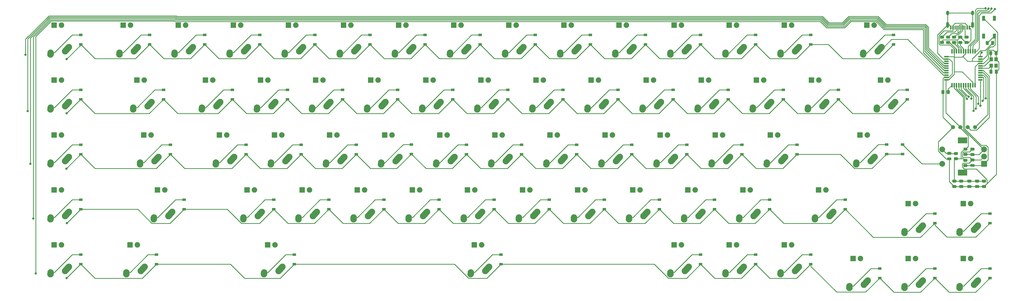
<source format=gbr>
%TF.GenerationSoftware,KiCad,Pcbnew,(5.1.9)-1*%
%TF.CreationDate,2021-07-19T10:18:42-07:00*%
%TF.ProjectId,unsplit-keyboard,756e7370-6c69-4742-9d6b-6579626f6172,rev?*%
%TF.SameCoordinates,Original*%
%TF.FileFunction,Copper,L2,Bot*%
%TF.FilePolarity,Positive*%
%FSLAX46Y46*%
G04 Gerber Fmt 4.6, Leading zero omitted, Abs format (unit mm)*
G04 Created by KiCad (PCBNEW (5.1.9)-1) date 2021-07-19 10:18:42*
%MOMM*%
%LPD*%
G01*
G04 APERTURE LIST*
%TA.AperFunction,SMDPad,CuDef*%
%ADD10R,1.200000X0.900000*%
%TD*%
%TA.AperFunction,ComponentPad*%
%ADD11C,2.250000*%
%TD*%
%TA.AperFunction,ComponentPad*%
%ADD12C,1.905000*%
%TD*%
%TA.AperFunction,ComponentPad*%
%ADD13R,1.905000X1.905000*%
%TD*%
%TA.AperFunction,SMDPad,CuDef*%
%ADD14R,0.600000X1.450000*%
%TD*%
%TA.AperFunction,SMDPad,CuDef*%
%ADD15R,0.300000X1.450000*%
%TD*%
%TA.AperFunction,ComponentPad*%
%ADD16O,1.000000X2.100000*%
%TD*%
%TA.AperFunction,ComponentPad*%
%ADD17O,1.000000X1.600000*%
%TD*%
%TA.AperFunction,ComponentPad*%
%ADD18C,2.000000*%
%TD*%
%TA.AperFunction,ComponentPad*%
%ADD19R,3.200000X2.000000*%
%TD*%
%TA.AperFunction,ComponentPad*%
%ADD20R,2.000000X2.000000*%
%TD*%
%TA.AperFunction,SMDPad,CuDef*%
%ADD21R,1.100000X1.800000*%
%TD*%
%TA.AperFunction,SMDPad,CuDef*%
%ADD22R,1.200000X1.400000*%
%TD*%
%TA.AperFunction,SMDPad,CuDef*%
%ADD23R,0.500000X1.500000*%
%TD*%
%TA.AperFunction,SMDPad,CuDef*%
%ADD24R,1.500000X0.500000*%
%TD*%
%TA.AperFunction,ComponentPad*%
%ADD25C,1.397000*%
%TD*%
%TA.AperFunction,ViaPad*%
%ADD26C,0.800000*%
%TD*%
%TA.AperFunction,Conductor*%
%ADD27C,0.250000*%
%TD*%
G04 APERTURE END LIST*
D10*
%TO.P,D70,2*%
%TO.N,ROW2*%
X317500000Y-65023000D03*
%TO.P,D70,1*%
%TO.N,R_ENC*%
X317500000Y-61723000D03*
%TD*%
%TO.P,D69,2*%
%TO.N,ROW4*%
X347662500Y-108012500D03*
%TO.P,D69,1*%
%TO.N,Net-(D69-Pad1)*%
X347662500Y-104712500D03*
%TD*%
%TO.P,D68,2*%
%TO.N,ROW4*%
X328612500Y-108012500D03*
%TO.P,D68,1*%
%TO.N,Net-(D68-Pad1)*%
X328612500Y-104712500D03*
%TD*%
%TO.P,D67,2*%
%TO.N,ROW4*%
X309562500Y-108012500D03*
%TO.P,D67,1*%
%TO.N,Net-(D67-Pad1)*%
X309562500Y-104712500D03*
%TD*%
%TO.P,D66,2*%
%TO.N,ROW4*%
X285750000Y-103250000D03*
%TO.P,D66,1*%
%TO.N,Net-(D66-Pad1)*%
X285750000Y-99950000D03*
%TD*%
%TO.P,D65,2*%
%TO.N,ROW4*%
X266700000Y-103250000D03*
%TO.P,D65,1*%
%TO.N,Net-(D65-Pad1)*%
X266700000Y-99950000D03*
%TD*%
%TO.P,D64,2*%
%TO.N,ROW4*%
X247650000Y-103250000D03*
%TO.P,D64,1*%
%TO.N,Net-(D64-Pad1)*%
X247650000Y-99950000D03*
%TD*%
%TO.P,D63,2*%
%TO.N,ROW4*%
X178593750Y-103250000D03*
%TO.P,D63,1*%
%TO.N,Net-(D63-Pad1)*%
X178593750Y-99950000D03*
%TD*%
%TO.P,D62,2*%
%TO.N,ROW4*%
X107156250Y-103250000D03*
%TO.P,D62,1*%
%TO.N,Net-(D62-Pad1)*%
X107156250Y-99950000D03*
%TD*%
%TO.P,D61,2*%
%TO.N,ROW4*%
X59531250Y-103250000D03*
%TO.P,D61,1*%
%TO.N,Net-(D61-Pad1)*%
X59531250Y-99950000D03*
%TD*%
%TO.P,D60,2*%
%TO.N,ROW4*%
X33337500Y-103250000D03*
%TO.P,D60,1*%
%TO.N,Net-(D60-Pad1)*%
X33337500Y-99950000D03*
%TD*%
%TO.P,D59,2*%
%TO.N,ROW3*%
X347662500Y-88962500D03*
%TO.P,D59,1*%
%TO.N,Net-(D59-Pad1)*%
X347662500Y-85662500D03*
%TD*%
%TO.P,D58,2*%
%TO.N,ROW3*%
X328612500Y-88962500D03*
%TO.P,D58,1*%
%TO.N,Net-(D58-Pad1)*%
X328612500Y-85662500D03*
%TD*%
%TO.P,D57,2*%
%TO.N,ROW3*%
X297656250Y-84200000D03*
%TO.P,D57,1*%
%TO.N,Net-(D57-Pad1)*%
X297656250Y-80900000D03*
%TD*%
%TO.P,D56,2*%
%TO.N,ROW3*%
X271462500Y-84200000D03*
%TO.P,D56,1*%
%TO.N,Net-(D56-Pad1)*%
X271462500Y-80900000D03*
%TD*%
%TO.P,D55,2*%
%TO.N,ROW3*%
X252412500Y-84200000D03*
%TO.P,D55,1*%
%TO.N,Net-(D55-Pad1)*%
X252412500Y-80900000D03*
%TD*%
%TO.P,D54,2*%
%TO.N,ROW3*%
X233362500Y-84200000D03*
%TO.P,D54,1*%
%TO.N,Net-(D54-Pad1)*%
X233362500Y-80900000D03*
%TD*%
%TO.P,D53,2*%
%TO.N,ROW3*%
X214312500Y-84200000D03*
%TO.P,D53,1*%
%TO.N,Net-(D53-Pad1)*%
X214312500Y-80900000D03*
%TD*%
%TO.P,D52,2*%
%TO.N,ROW3*%
X195262500Y-84200000D03*
%TO.P,D52,1*%
%TO.N,Net-(D52-Pad1)*%
X195262500Y-80900000D03*
%TD*%
%TO.P,D51,2*%
%TO.N,ROW3*%
X176212500Y-84200000D03*
%TO.P,D51,1*%
%TO.N,Net-(D51-Pad1)*%
X176212500Y-80900000D03*
%TD*%
%TO.P,D50,2*%
%TO.N,ROW3*%
X157162500Y-84200000D03*
%TO.P,D50,1*%
%TO.N,Net-(D50-Pad1)*%
X157162500Y-80900000D03*
%TD*%
%TO.P,D49,2*%
%TO.N,ROW3*%
X138112500Y-84200000D03*
%TO.P,D49,1*%
%TO.N,Net-(D49-Pad1)*%
X138112500Y-80900000D03*
%TD*%
%TO.P,D48,2*%
%TO.N,ROW3*%
X119062500Y-84200000D03*
%TO.P,D48,1*%
%TO.N,Net-(D48-Pad1)*%
X119062500Y-80900000D03*
%TD*%
%TO.P,D47,2*%
%TO.N,ROW3*%
X100012500Y-84200000D03*
%TO.P,D47,1*%
%TO.N,Net-(D47-Pad1)*%
X100012500Y-80900000D03*
%TD*%
%TO.P,D46,2*%
%TO.N,ROW3*%
X69056250Y-84200000D03*
%TO.P,D46,1*%
%TO.N,Net-(D46-Pad1)*%
X69056250Y-80900000D03*
%TD*%
%TO.P,D45,2*%
%TO.N,ROW3*%
X33337500Y-84200000D03*
%TO.P,D45,1*%
%TO.N,Net-(D45-Pad1)*%
X33337500Y-80900000D03*
%TD*%
%TO.P,D44,2*%
%TO.N,ROW2*%
X311943750Y-65006250D03*
%TO.P,D44,1*%
%TO.N,Net-(D44-Pad1)*%
X311943750Y-61706250D03*
%TD*%
%TO.P,D43,2*%
%TO.N,ROW2*%
X280987500Y-65150000D03*
%TO.P,D43,1*%
%TO.N,Net-(D43-Pad1)*%
X280987500Y-61850000D03*
%TD*%
%TO.P,D42,2*%
%TO.N,ROW2*%
X261937500Y-65150000D03*
%TO.P,D42,1*%
%TO.N,Net-(D42-Pad1)*%
X261937500Y-61850000D03*
%TD*%
%TO.P,D41,2*%
%TO.N,ROW2*%
X242887500Y-65150000D03*
%TO.P,D41,1*%
%TO.N,Net-(D41-Pad1)*%
X242887500Y-61850000D03*
%TD*%
%TO.P,D40,2*%
%TO.N,ROW2*%
X223837500Y-65150000D03*
%TO.P,D40,1*%
%TO.N,Net-(D40-Pad1)*%
X223837500Y-61850000D03*
%TD*%
%TO.P,D39,2*%
%TO.N,ROW2*%
X204787500Y-65150000D03*
%TO.P,D39,1*%
%TO.N,Net-(D39-Pad1)*%
X204787500Y-61850000D03*
%TD*%
%TO.P,D38,2*%
%TO.N,ROW2*%
X185737500Y-65150000D03*
%TO.P,D38,1*%
%TO.N,Net-(D38-Pad1)*%
X185737500Y-61850000D03*
%TD*%
%TO.P,D37,2*%
%TO.N,ROW2*%
X166687500Y-65150000D03*
%TO.P,D37,1*%
%TO.N,Net-(D37-Pad1)*%
X166687500Y-61850000D03*
%TD*%
%TO.P,D36,2*%
%TO.N,ROW2*%
X147637500Y-65006250D03*
%TO.P,D36,1*%
%TO.N,Net-(D36-Pad1)*%
X147637500Y-61706250D03*
%TD*%
%TO.P,D35,2*%
%TO.N,ROW2*%
X128587500Y-65150000D03*
%TO.P,D35,1*%
%TO.N,Net-(D35-Pad1)*%
X128587500Y-61850000D03*
%TD*%
%TO.P,D34,2*%
%TO.N,ROW2*%
X109537500Y-65150000D03*
%TO.P,D34,1*%
%TO.N,Net-(D34-Pad1)*%
X109537500Y-61850000D03*
%TD*%
%TO.P,D33,2*%
%TO.N,ROW2*%
X90487500Y-65150000D03*
%TO.P,D33,1*%
%TO.N,Net-(D33-Pad1)*%
X90487500Y-61850000D03*
%TD*%
%TO.P,D32,2*%
%TO.N,ROW2*%
X64293750Y-65150000D03*
%TO.P,D32,1*%
%TO.N,Net-(D32-Pad1)*%
X64293750Y-61850000D03*
%TD*%
%TO.P,D31,2*%
%TO.N,ROW2*%
X33337500Y-65150000D03*
%TO.P,D31,1*%
%TO.N,Net-(D31-Pad1)*%
X33337500Y-61850000D03*
%TD*%
%TO.P,D30,2*%
%TO.N,ROW1*%
X319087500Y-46100000D03*
%TO.P,D30,1*%
%TO.N,Net-(D30-Pad1)*%
X319087500Y-42800000D03*
%TD*%
%TO.P,D29,2*%
%TO.N,ROW1*%
X295275000Y-46100000D03*
%TO.P,D29,1*%
%TO.N,Net-(D29-Pad1)*%
X295275000Y-42800000D03*
%TD*%
%TO.P,D28,2*%
%TO.N,ROW1*%
X276225000Y-46100000D03*
%TO.P,D28,1*%
%TO.N,Net-(D28-Pad1)*%
X276225000Y-42800000D03*
%TD*%
%TO.P,D27,2*%
%TO.N,ROW1*%
X257175000Y-46100000D03*
%TO.P,D27,1*%
%TO.N,Net-(D27-Pad1)*%
X257175000Y-42800000D03*
%TD*%
%TO.P,D26,2*%
%TO.N,ROW1*%
X238125000Y-46100000D03*
%TO.P,D26,1*%
%TO.N,Net-(D26-Pad1)*%
X238125000Y-42800000D03*
%TD*%
%TO.P,D25,2*%
%TO.N,ROW1*%
X219075000Y-46100000D03*
%TO.P,D25,1*%
%TO.N,Net-(D25-Pad1)*%
X219075000Y-42800000D03*
%TD*%
%TO.P,D24,2*%
%TO.N,ROW1*%
X200025000Y-46100000D03*
%TO.P,D24,1*%
%TO.N,Net-(D24-Pad1)*%
X200025000Y-42800000D03*
%TD*%
%TO.P,D23,2*%
%TO.N,ROW1*%
X180975000Y-46100000D03*
%TO.P,D23,1*%
%TO.N,Net-(D23-Pad1)*%
X180975000Y-42800000D03*
%TD*%
%TO.P,D22,2*%
%TO.N,ROW1*%
X161925000Y-46100000D03*
%TO.P,D22,1*%
%TO.N,Net-(D22-Pad1)*%
X161925000Y-42800000D03*
%TD*%
%TO.P,D21,2*%
%TO.N,ROW1*%
X142875000Y-46100000D03*
%TO.P,D21,1*%
%TO.N,Net-(D21-Pad1)*%
X142875000Y-42800000D03*
%TD*%
%TO.P,D20,2*%
%TO.N,ROW1*%
X123825000Y-46100000D03*
%TO.P,D20,1*%
%TO.N,Net-(D20-Pad1)*%
X123825000Y-42800000D03*
%TD*%
%TO.P,D19,2*%
%TO.N,ROW1*%
X104775000Y-46100000D03*
%TO.P,D19,1*%
%TO.N,Net-(D19-Pad1)*%
X104775000Y-42800000D03*
%TD*%
%TO.P,D18,2*%
%TO.N,ROW1*%
X85725000Y-46100000D03*
%TO.P,D18,1*%
%TO.N,Net-(D18-Pad1)*%
X85725000Y-42800000D03*
%TD*%
%TO.P,D17,2*%
%TO.N,ROW1*%
X61912500Y-46100000D03*
%TO.P,D17,1*%
%TO.N,Net-(D17-Pad1)*%
X61912500Y-42800000D03*
%TD*%
%TO.P,D16,2*%
%TO.N,ROW1*%
X33337500Y-46100000D03*
%TO.P,D16,1*%
%TO.N,Net-(D16-Pad1)*%
X33337500Y-42800000D03*
%TD*%
%TO.P,D15,2*%
%TO.N,ROW0*%
X314325000Y-27050000D03*
%TO.P,D15,1*%
%TO.N,Net-(D15-Pad1)*%
X314325000Y-23750000D03*
%TD*%
%TO.P,D14,2*%
%TO.N,ROW0*%
X285750000Y-27050000D03*
%TO.P,D14,1*%
%TO.N,Net-(D14-Pad1)*%
X285750000Y-23750000D03*
%TD*%
%TO.P,D13,2*%
%TO.N,ROW0*%
X266700000Y-27050000D03*
%TO.P,D13,1*%
%TO.N,Net-(D13-Pad1)*%
X266700000Y-23750000D03*
%TD*%
%TO.P,D12,2*%
%TO.N,ROW0*%
X247650000Y-27050000D03*
%TO.P,D12,1*%
%TO.N,Net-(D12-Pad1)*%
X247650000Y-23750000D03*
%TD*%
%TO.P,D11,2*%
%TO.N,ROW0*%
X228600000Y-27050000D03*
%TO.P,D11,1*%
%TO.N,Net-(D11-Pad1)*%
X228600000Y-23750000D03*
%TD*%
%TO.P,D10,2*%
%TO.N,ROW0*%
X209550000Y-27050000D03*
%TO.P,D10,1*%
%TO.N,Net-(D10-Pad1)*%
X209550000Y-23750000D03*
%TD*%
%TO.P,D9,2*%
%TO.N,ROW0*%
X190500000Y-27050000D03*
%TO.P,D9,1*%
%TO.N,Net-(D9-Pad1)*%
X190500000Y-23750000D03*
%TD*%
%TO.P,D8,2*%
%TO.N,ROW0*%
X171450000Y-27050000D03*
%TO.P,D8,1*%
%TO.N,Net-(D8-Pad1)*%
X171450000Y-23750000D03*
%TD*%
%TO.P,D7,2*%
%TO.N,ROW0*%
X152400000Y-27050000D03*
%TO.P,D7,1*%
%TO.N,Net-(D7-Pad1)*%
X152400000Y-23750000D03*
%TD*%
%TO.P,D6,2*%
%TO.N,ROW0*%
X133350000Y-27050000D03*
%TO.P,D6,1*%
%TO.N,Net-(D6-Pad1)*%
X133350000Y-23750000D03*
%TD*%
%TO.P,D5,2*%
%TO.N,ROW0*%
X114300000Y-27050000D03*
%TO.P,D5,1*%
%TO.N,Net-(D5-Pad1)*%
X114300000Y-23750000D03*
%TD*%
%TO.P,D4,2*%
%TO.N,ROW0*%
X95250000Y-27050000D03*
%TO.P,D4,1*%
%TO.N,Net-(D4-Pad1)*%
X95250000Y-23750000D03*
%TD*%
%TO.P,D3,2*%
%TO.N,ROW0*%
X76200000Y-27050000D03*
%TO.P,D3,1*%
%TO.N,Net-(D3-Pad1)*%
X76200000Y-23750000D03*
%TD*%
%TO.P,D2,2*%
%TO.N,ROW0*%
X57150000Y-27050000D03*
%TO.P,D2,1*%
%TO.N,Net-(D2-Pad1)*%
X57150000Y-23750000D03*
%TD*%
%TO.P,D1,2*%
%TO.N,ROW0*%
X33337500Y-27050000D03*
%TO.P,D1,1*%
%TO.N,Net-(D1-Pad1)*%
X33337500Y-23750000D03*
%TD*%
%TO.P,MX25,2*%
%TO.N,Net-(D25-Pad1)*%
%TA.AperFunction,ComponentPad*%
G36*
G01*
X208652476Y-47827740D02*
X208651403Y-47827666D01*
G75*
G02*
X209696334Y-49027403I-77403J-1122334D01*
G01*
X209656334Y-49607403D01*
G75*
G02*
X208456597Y-50652334I-1122334J77403D01*
G01*
X208456597Y-50652334D01*
G75*
G02*
X207411666Y-49452597I77403J1122334D01*
G01*
X207451666Y-48872597D01*
G75*
G02*
X208651403Y-47827666I1122334J-77403D01*
G01*
G37*
%TD.AperFunction*%
D11*
X208534000Y-49530000D03*
%TO.P,MX25,1*%
%TO.N,COL9*%
%TA.AperFunction,ComponentPad*%
G36*
G01*
X215636772Y-46153962D02*
X215635317Y-46152655D01*
G75*
G02*
X215721345Y-47741317I-751317J-837345D01*
G01*
X214411343Y-49201317D01*
G75*
G02*
X212822681Y-49287345I-837345J751317D01*
G01*
X212822681Y-49287345D01*
G75*
G02*
X212736653Y-47698683I751317J837345D01*
G01*
X214046655Y-46238683D01*
G75*
G02*
X215635317Y-46152655I837345J-751317D01*
G01*
G37*
%TD.AperFunction*%
X213574000Y-48450000D03*
D12*
%TO.P,MX25,3*%
%TO.N,N/C*%
X212344000Y-39370000D03*
D13*
%TO.P,MX25,4*%
X209804000Y-39370000D03*
%TD*%
%TO.P,MX33,2*%
%TO.N,Net-(D33-Pad1)*%
%TA.AperFunction,ComponentPad*%
G36*
G01*
X80128476Y-66877740D02*
X80127403Y-66877666D01*
G75*
G02*
X81172334Y-68077403I-77403J-1122334D01*
G01*
X81132334Y-68657403D01*
G75*
G02*
X79932597Y-69702334I-1122334J77403D01*
G01*
X79932597Y-69702334D01*
G75*
G02*
X78887666Y-68502597I77403J1122334D01*
G01*
X78927666Y-67922597D01*
G75*
G02*
X80127403Y-66877666I1122334J-77403D01*
G01*
G37*
%TD.AperFunction*%
D11*
X80010000Y-68580000D03*
%TO.P,MX33,1*%
%TO.N,COL2*%
%TA.AperFunction,ComponentPad*%
G36*
G01*
X87112772Y-65203962D02*
X87111317Y-65202655D01*
G75*
G02*
X87197345Y-66791317I-751317J-837345D01*
G01*
X85887343Y-68251317D01*
G75*
G02*
X84298681Y-68337345I-837345J751317D01*
G01*
X84298681Y-68337345D01*
G75*
G02*
X84212653Y-66748683I751317J837345D01*
G01*
X85522655Y-65288683D01*
G75*
G02*
X87111317Y-65202655I837345J-751317D01*
G01*
G37*
%TD.AperFunction*%
X85050000Y-67500000D03*
D12*
%TO.P,MX33,3*%
%TO.N,N/C*%
X83820000Y-58420000D03*
D13*
%TO.P,MX33,4*%
X81280000Y-58420000D03*
%TD*%
%TO.P,MX66,2*%
%TO.N,Net-(D66-Pad1)*%
%TA.AperFunction,ComponentPad*%
G36*
G01*
X275390976Y-104977740D02*
X275389903Y-104977666D01*
G75*
G02*
X276434834Y-106177403I-77403J-1122334D01*
G01*
X276394834Y-106757403D01*
G75*
G02*
X275195097Y-107802334I-1122334J77403D01*
G01*
X275195097Y-107802334D01*
G75*
G02*
X274150166Y-106602597I77403J1122334D01*
G01*
X274190166Y-106022597D01*
G75*
G02*
X275389903Y-104977666I1122334J-77403D01*
G01*
G37*
%TD.AperFunction*%
D11*
X275272500Y-106680000D03*
%TO.P,MX66,1*%
%TO.N,COL11*%
%TA.AperFunction,ComponentPad*%
G36*
G01*
X282375272Y-103303962D02*
X282373817Y-103302655D01*
G75*
G02*
X282459845Y-104891317I-751317J-837345D01*
G01*
X281149843Y-106351317D01*
G75*
G02*
X279561181Y-106437345I-837345J751317D01*
G01*
X279561181Y-106437345D01*
G75*
G02*
X279475153Y-104848683I751317J837345D01*
G01*
X280785155Y-103388683D01*
G75*
G02*
X282373817Y-103302655I837345J-751317D01*
G01*
G37*
%TD.AperFunction*%
X280312500Y-105600000D03*
D12*
%TO.P,MX66,3*%
%TO.N,N/C*%
X279082500Y-96520000D03*
D13*
%TO.P,MX66,4*%
X276542500Y-96520000D03*
%TD*%
%TO.P,MX7,2*%
%TO.N,Net-(D7-Pad1)*%
%TA.AperFunction,ComponentPad*%
G36*
G01*
X142040976Y-28777740D02*
X142039903Y-28777666D01*
G75*
G02*
X143084834Y-29977403I-77403J-1122334D01*
G01*
X143044834Y-30557403D01*
G75*
G02*
X141845097Y-31602334I-1122334J77403D01*
G01*
X141845097Y-31602334D01*
G75*
G02*
X140800166Y-30402597I77403J1122334D01*
G01*
X140840166Y-29822597D01*
G75*
G02*
X142039903Y-28777666I1122334J-77403D01*
G01*
G37*
%TD.AperFunction*%
D11*
X141922500Y-30480000D03*
%TO.P,MX7,1*%
%TO.N,COL6*%
%TA.AperFunction,ComponentPad*%
G36*
G01*
X149025272Y-27103962D02*
X149023817Y-27102655D01*
G75*
G02*
X149109845Y-28691317I-751317J-837345D01*
G01*
X147799843Y-30151317D01*
G75*
G02*
X146211181Y-30237345I-837345J751317D01*
G01*
X146211181Y-30237345D01*
G75*
G02*
X146125153Y-28648683I751317J837345D01*
G01*
X147435155Y-27188683D01*
G75*
G02*
X149023817Y-27102655I837345J-751317D01*
G01*
G37*
%TD.AperFunction*%
X146962500Y-29400000D03*
D12*
%TO.P,MX7,3*%
%TO.N,N/C*%
X145732500Y-20320000D03*
D13*
%TO.P,MX7,4*%
X143192500Y-20320000D03*
%TD*%
%TO.P,MX17,2*%
%TO.N,Net-(D17-Pad1)*%
%TA.AperFunction,ComponentPad*%
G36*
G01*
X51553476Y-47827740D02*
X51552403Y-47827666D01*
G75*
G02*
X52597334Y-49027403I-77403J-1122334D01*
G01*
X52557334Y-49607403D01*
G75*
G02*
X51357597Y-50652334I-1122334J77403D01*
G01*
X51357597Y-50652334D01*
G75*
G02*
X50312666Y-49452597I77403J1122334D01*
G01*
X50352666Y-48872597D01*
G75*
G02*
X51552403Y-47827666I1122334J-77403D01*
G01*
G37*
%TD.AperFunction*%
D11*
X51435000Y-49530000D03*
%TO.P,MX17,1*%
%TO.N,COL1*%
%TA.AperFunction,ComponentPad*%
G36*
G01*
X58537772Y-46153962D02*
X58536317Y-46152655D01*
G75*
G02*
X58622345Y-47741317I-751317J-837345D01*
G01*
X57312343Y-49201317D01*
G75*
G02*
X55723681Y-49287345I-837345J751317D01*
G01*
X55723681Y-49287345D01*
G75*
G02*
X55637653Y-47698683I751317J837345D01*
G01*
X56947655Y-46238683D01*
G75*
G02*
X58536317Y-46152655I837345J-751317D01*
G01*
G37*
%TD.AperFunction*%
X56475000Y-48450000D03*
D12*
%TO.P,MX17,3*%
%TO.N,N/C*%
X55245000Y-39370000D03*
D13*
%TO.P,MX17,4*%
X52705000Y-39370000D03*
%TD*%
%TO.P,MX45,2*%
%TO.N,Net-(D45-Pad1)*%
%TA.AperFunction,ComponentPad*%
G36*
G01*
X22978476Y-85927740D02*
X22977403Y-85927666D01*
G75*
G02*
X24022334Y-87127403I-77403J-1122334D01*
G01*
X23982334Y-87707403D01*
G75*
G02*
X22782597Y-88752334I-1122334J77403D01*
G01*
X22782597Y-88752334D01*
G75*
G02*
X21737666Y-87552597I77403J1122334D01*
G01*
X21777666Y-86972597D01*
G75*
G02*
X22977403Y-85927666I1122334J-77403D01*
G01*
G37*
%TD.AperFunction*%
D11*
X22860000Y-87630000D03*
%TO.P,MX45,1*%
%TO.N,COL0*%
%TA.AperFunction,ComponentPad*%
G36*
G01*
X29962772Y-84253962D02*
X29961317Y-84252655D01*
G75*
G02*
X30047345Y-85841317I-751317J-837345D01*
G01*
X28737343Y-87301317D01*
G75*
G02*
X27148681Y-87387345I-837345J751317D01*
G01*
X27148681Y-87387345D01*
G75*
G02*
X27062653Y-85798683I751317J837345D01*
G01*
X28372655Y-84338683D01*
G75*
G02*
X29961317Y-84252655I837345J-751317D01*
G01*
G37*
%TD.AperFunction*%
X27900000Y-86550000D03*
D12*
%TO.P,MX45,3*%
%TO.N,N/C*%
X26670000Y-77470000D03*
D13*
%TO.P,MX45,4*%
X24130000Y-77470000D03*
%TD*%
%TO.P,MX16,2*%
%TO.N,Net-(D16-Pad1)*%
%TA.AperFunction,ComponentPad*%
G36*
G01*
X22983556Y-47827740D02*
X22982483Y-47827666D01*
G75*
G02*
X24027414Y-49027403I-77403J-1122334D01*
G01*
X23987414Y-49607403D01*
G75*
G02*
X22787677Y-50652334I-1122334J77403D01*
G01*
X22787677Y-50652334D01*
G75*
G02*
X21742746Y-49452597I77403J1122334D01*
G01*
X21782746Y-48872597D01*
G75*
G02*
X22982483Y-47827666I1122334J-77403D01*
G01*
G37*
%TD.AperFunction*%
D11*
X22865080Y-49530000D03*
%TO.P,MX16,1*%
%TO.N,COL0*%
%TA.AperFunction,ComponentPad*%
G36*
G01*
X29967852Y-46153962D02*
X29966397Y-46152655D01*
G75*
G02*
X30052425Y-47741317I-751317J-837345D01*
G01*
X28742423Y-49201317D01*
G75*
G02*
X27153761Y-49287345I-837345J751317D01*
G01*
X27153761Y-49287345D01*
G75*
G02*
X27067733Y-47698683I751317J837345D01*
G01*
X28377735Y-46238683D01*
G75*
G02*
X29966397Y-46152655I837345J-751317D01*
G01*
G37*
%TD.AperFunction*%
X27905080Y-48450000D03*
D12*
%TO.P,MX16,3*%
%TO.N,N/C*%
X26675080Y-39370000D03*
D13*
%TO.P,MX16,4*%
X24135080Y-39370000D03*
%TD*%
%TO.P,MX1,2*%
%TO.N,Net-(D1-Pad1)*%
%TA.AperFunction,ComponentPad*%
G36*
G01*
X22978476Y-28777740D02*
X22977403Y-28777666D01*
G75*
G02*
X24022334Y-29977403I-77403J-1122334D01*
G01*
X23982334Y-30557403D01*
G75*
G02*
X22782597Y-31602334I-1122334J77403D01*
G01*
X22782597Y-31602334D01*
G75*
G02*
X21737666Y-30402597I77403J1122334D01*
G01*
X21777666Y-29822597D01*
G75*
G02*
X22977403Y-28777666I1122334J-77403D01*
G01*
G37*
%TD.AperFunction*%
D11*
X22860000Y-30480000D03*
%TO.P,MX1,1*%
%TO.N,COL0*%
%TA.AperFunction,ComponentPad*%
G36*
G01*
X29962772Y-27103962D02*
X29961317Y-27102655D01*
G75*
G02*
X30047345Y-28691317I-751317J-837345D01*
G01*
X28737343Y-30151317D01*
G75*
G02*
X27148681Y-30237345I-837345J751317D01*
G01*
X27148681Y-30237345D01*
G75*
G02*
X27062653Y-28648683I751317J837345D01*
G01*
X28372655Y-27188683D01*
G75*
G02*
X29961317Y-27102655I837345J-751317D01*
G01*
G37*
%TD.AperFunction*%
X27900000Y-29400000D03*
D12*
%TO.P,MX1,3*%
%TO.N,N/C*%
X26670000Y-20320000D03*
D13*
%TO.P,MX1,4*%
X24130000Y-20320000D03*
%TD*%
%TO.P,MX59,2*%
%TO.N,Net-(D59-Pad1)*%
%TA.AperFunction,ComponentPad*%
G36*
G01*
X337303476Y-90690240D02*
X337302403Y-90690166D01*
G75*
G02*
X338347334Y-91889903I-77403J-1122334D01*
G01*
X338307334Y-92469903D01*
G75*
G02*
X337107597Y-93514834I-1122334J77403D01*
G01*
X337107597Y-93514834D01*
G75*
G02*
X336062666Y-92315097I77403J1122334D01*
G01*
X336102666Y-91735097D01*
G75*
G02*
X337302403Y-90690166I1122334J-77403D01*
G01*
G37*
%TD.AperFunction*%
D11*
X337185000Y-92392500D03*
%TO.P,MX59,1*%
%TO.N,COL14*%
%TA.AperFunction,ComponentPad*%
G36*
G01*
X344287772Y-89016462D02*
X344286317Y-89015155D01*
G75*
G02*
X344372345Y-90603817I-751317J-837345D01*
G01*
X343062343Y-92063817D01*
G75*
G02*
X341473681Y-92149845I-837345J751317D01*
G01*
X341473681Y-92149845D01*
G75*
G02*
X341387653Y-90561183I751317J837345D01*
G01*
X342697655Y-89101183D01*
G75*
G02*
X344286317Y-89015155I837345J-751317D01*
G01*
G37*
%TD.AperFunction*%
X342225000Y-91312500D03*
D12*
%TO.P,MX59,3*%
%TO.N,N/C*%
X340995000Y-82232500D03*
D13*
%TO.P,MX59,4*%
X338455000Y-82232500D03*
%TD*%
%TO.P,R9,2*%
%TO.N,Net-(R9-Pad2)*%
%TA.AperFunction,SMDPad,CuDef*%
G36*
G01*
X340048002Y-25000000D02*
X339147998Y-25000000D01*
G75*
G02*
X338898000Y-24750002I0J249998D01*
G01*
X338898000Y-24224998D01*
G75*
G02*
X339147998Y-23975000I249998J0D01*
G01*
X340048002Y-23975000D01*
G75*
G02*
X340298000Y-24224998I0J-249998D01*
G01*
X340298000Y-24750002D01*
G75*
G02*
X340048002Y-25000000I-249998J0D01*
G01*
G37*
%TD.AperFunction*%
%TO.P,R9,1*%
%TO.N,GND*%
%TA.AperFunction,SMDPad,CuDef*%
G36*
G01*
X340048002Y-26825000D02*
X339147998Y-26825000D01*
G75*
G02*
X338898000Y-26575002I0J249998D01*
G01*
X338898000Y-26049998D01*
G75*
G02*
X339147998Y-25800000I249998J0D01*
G01*
X340048002Y-25800000D01*
G75*
G02*
X340298000Y-26049998I0J-249998D01*
G01*
X340298000Y-26575002D01*
G75*
G02*
X340048002Y-26825000I-249998J0D01*
G01*
G37*
%TD.AperFunction*%
%TD*%
%TO.P,R8,2*%
%TO.N,GND*%
%TA.AperFunction,SMDPad,CuDef*%
G36*
G01*
X330638998Y-25800000D02*
X331539002Y-25800000D01*
G75*
G02*
X331789000Y-26049998I0J-249998D01*
G01*
X331789000Y-26575002D01*
G75*
G02*
X331539002Y-26825000I-249998J0D01*
G01*
X330638998Y-26825000D01*
G75*
G02*
X330389000Y-26575002I0J249998D01*
G01*
X330389000Y-26049998D01*
G75*
G02*
X330638998Y-25800000I249998J0D01*
G01*
G37*
%TD.AperFunction*%
%TO.P,R8,1*%
%TO.N,Net-(R8-Pad1)*%
%TA.AperFunction,SMDPad,CuDef*%
G36*
G01*
X330638998Y-23975000D02*
X331539002Y-23975000D01*
G75*
G02*
X331789000Y-24224998I0J-249998D01*
G01*
X331789000Y-24750002D01*
G75*
G02*
X331539002Y-25000000I-249998J0D01*
G01*
X330638998Y-25000000D01*
G75*
G02*
X330389000Y-24750002I0J249998D01*
G01*
X330389000Y-24224998D01*
G75*
G02*
X330638998Y-23975000I249998J0D01*
G01*
G37*
%TD.AperFunction*%
%TD*%
D14*
%TO.P,USB1,12*%
%TO.N,GND*%
X340570020Y-21190020D03*
%TO.P,USB1,1*%
X334120020Y-21190020D03*
%TO.P,USB1,11*%
%TO.N,VCC*%
X339795020Y-21190020D03*
%TO.P,USB1,2*%
X334895020Y-21190020D03*
D15*
%TO.P,USB1,3*%
%TO.N,Net-(USB1-Pad3)*%
X335595020Y-21190020D03*
%TO.P,USB1,10*%
%TO.N,Net-(R9-Pad2)*%
X339095020Y-21190020D03*
%TO.P,USB1,4*%
%TO.N,Net-(R8-Pad1)*%
X336095020Y-21190020D03*
%TO.P,USB1,9*%
%TO.N,Net-(USB1-Pad9)*%
X338595020Y-21190020D03*
%TO.P,USB1,5*%
%TO.N,Net-(R2-Pad2)*%
X336595020Y-21190020D03*
%TO.P,USB1,8*%
%TO.N,Net-(R3-Pad2)*%
X338095020Y-21190020D03*
%TO.P,USB1,7*%
%TO.N,Net-(R2-Pad2)*%
X337595020Y-21190020D03*
%TO.P,USB1,6*%
%TO.N,Net-(R3-Pad2)*%
X337095020Y-21190020D03*
D16*
%TO.P,USB1,13*%
%TO.N,GND*%
X333025020Y-20275020D03*
X341665020Y-20275020D03*
D17*
X333025020Y-16095020D03*
X341665020Y-16095020D03*
%TD*%
D13*
%TO.P,MX63,4*%
%TO.N,N/C*%
X169418000Y-96520000D03*
D12*
%TO.P,MX63,3*%
X171958000Y-96520000D03*
D11*
%TO.P,MX63,1*%
%TO.N,COL6*%
X173188000Y-105600000D03*
%TA.AperFunction,ComponentPad*%
G36*
G01*
X175250772Y-103303962D02*
X175249317Y-103302655D01*
G75*
G02*
X175335345Y-104891317I-751317J-837345D01*
G01*
X174025343Y-106351317D01*
G75*
G02*
X172436681Y-106437345I-837345J751317D01*
G01*
X172436681Y-106437345D01*
G75*
G02*
X172350653Y-104848683I751317J837345D01*
G01*
X173660655Y-103388683D01*
G75*
G02*
X175249317Y-103302655I837345J-751317D01*
G01*
G37*
%TD.AperFunction*%
%TO.P,MX63,2*%
%TO.N,Net-(D63-Pad1)*%
X168148000Y-106680000D03*
%TA.AperFunction,ComponentPad*%
G36*
G01*
X168266476Y-104977740D02*
X168265403Y-104977666D01*
G75*
G02*
X169310334Y-106177403I-77403J-1122334D01*
G01*
X169270334Y-106757403D01*
G75*
G02*
X168070597Y-107802334I-1122334J77403D01*
G01*
X168070597Y-107802334D01*
G75*
G02*
X167025666Y-106602597I77403J1122334D01*
G01*
X167065666Y-106022597D01*
G75*
G02*
X168265403Y-104977666I1122334J-77403D01*
G01*
G37*
%TD.AperFunction*%
%TD*%
D18*
%TO.P,ENC1,S1*%
%TO.N,COL14*%
X331200350Y-63408550D03*
%TO.P,ENC1,S2*%
%TO.N,R_ENC*%
X331200350Y-68408550D03*
D19*
%TO.P,ENC1,MP*%
%TO.N,N/C*%
X338200350Y-60308550D03*
X338200350Y-71508550D03*
D18*
%TO.P,ENC1,B*%
%TO.N,ROT_B*%
X345700350Y-63408550D03*
%TO.P,ENC1,C*%
%TO.N,GND*%
X345700350Y-65908550D03*
D20*
%TO.P,ENC1,A*%
%TO.N,ROT_A*%
X345700350Y-68408550D03*
%TD*%
D21*
%TO.P,SW1,4*%
%TO.N,N/C*%
X345495000Y-24182000D03*
%TO.P,SW1,3*%
X349195000Y-17982000D03*
%TO.P,SW1,2*%
%TO.N,RESET*%
X349195000Y-24182000D03*
%TO.P,SW1,1*%
%TO.N,GND*%
X345495000Y-17982000D03*
%TD*%
%TO.P,R1,2*%
%TO.N,VCC*%
%TA.AperFunction,SMDPad,CuDef*%
G36*
G01*
X348087900Y-26954902D02*
X348087900Y-26054898D01*
G75*
G02*
X348337898Y-25804900I249998J0D01*
G01*
X348862902Y-25804900D01*
G75*
G02*
X349112900Y-26054898I0J-249998D01*
G01*
X349112900Y-26954902D01*
G75*
G02*
X348862902Y-27204900I-249998J0D01*
G01*
X348337898Y-27204900D01*
G75*
G02*
X348087900Y-26954902I0J249998D01*
G01*
G37*
%TD.AperFunction*%
%TO.P,R1,1*%
%TO.N,RESET*%
%TA.AperFunction,SMDPad,CuDef*%
G36*
G01*
X346262900Y-26954902D02*
X346262900Y-26054898D01*
G75*
G02*
X346512898Y-25804900I249998J0D01*
G01*
X347037902Y-25804900D01*
G75*
G02*
X347287900Y-26054898I0J-249998D01*
G01*
X347287900Y-26954902D01*
G75*
G02*
X347037902Y-27204900I-249998J0D01*
G01*
X346512898Y-27204900D01*
G75*
G02*
X346262900Y-26954902I0J249998D01*
G01*
G37*
%TD.AperFunction*%
%TD*%
D22*
%TO.P,X1,1*%
%TO.N,XTAL1*%
X348139650Y-34367650D03*
%TO.P,X1,2*%
%TO.N,XTAL2*%
X348139650Y-32167650D03*
%TO.P,X1,3*%
%TO.N,GND*%
X349839650Y-32167650D03*
%TO.P,X1,4*%
%TO.N,N/C*%
X349839650Y-34367650D03*
%TD*%
%TO.P,C7,2*%
%TO.N,GND*%
%TA.AperFunction,SMDPad,CuDef*%
G36*
G01*
X345180900Y-75799100D02*
X346130900Y-75799100D01*
G75*
G02*
X346380900Y-76049100I0J-250000D01*
G01*
X346380900Y-76549100D01*
G75*
G02*
X346130900Y-76799100I-250000J0D01*
G01*
X345180900Y-76799100D01*
G75*
G02*
X344930900Y-76549100I0J250000D01*
G01*
X344930900Y-76049100D01*
G75*
G02*
X345180900Y-75799100I250000J0D01*
G01*
G37*
%TD.AperFunction*%
%TO.P,C7,1*%
%TO.N,VCC*%
%TA.AperFunction,SMDPad,CuDef*%
G36*
G01*
X345180900Y-73899100D02*
X346130900Y-73899100D01*
G75*
G02*
X346380900Y-74149100I0J-250000D01*
G01*
X346380900Y-74649100D01*
G75*
G02*
X346130900Y-74899100I-250000J0D01*
G01*
X345180900Y-74899100D01*
G75*
G02*
X344930900Y-74649100I0J250000D01*
G01*
X344930900Y-74149100D01*
G75*
G02*
X345180900Y-73899100I250000J0D01*
G01*
G37*
%TD.AperFunction*%
%TD*%
%TO.P,C4,2*%
%TO.N,GND*%
%TA.AperFunction,SMDPad,CuDef*%
G36*
G01*
X337306900Y-75799100D02*
X338256900Y-75799100D01*
G75*
G02*
X338506900Y-76049100I0J-250000D01*
G01*
X338506900Y-76549100D01*
G75*
G02*
X338256900Y-76799100I-250000J0D01*
G01*
X337306900Y-76799100D01*
G75*
G02*
X337056900Y-76549100I0J250000D01*
G01*
X337056900Y-76049100D01*
G75*
G02*
X337306900Y-75799100I250000J0D01*
G01*
G37*
%TD.AperFunction*%
%TO.P,C4,1*%
%TO.N,VCC*%
%TA.AperFunction,SMDPad,CuDef*%
G36*
G01*
X337306900Y-73899100D02*
X338256900Y-73899100D01*
G75*
G02*
X338506900Y-74149100I0J-250000D01*
G01*
X338506900Y-74649100D01*
G75*
G02*
X338256900Y-74899100I-250000J0D01*
G01*
X337306900Y-74899100D01*
G75*
G02*
X337056900Y-74649100I0J250000D01*
G01*
X337056900Y-74149100D01*
G75*
G02*
X337306900Y-73899100I250000J0D01*
G01*
G37*
%TD.AperFunction*%
%TD*%
%TO.P,C6,2*%
%TO.N,GND*%
%TA.AperFunction,SMDPad,CuDef*%
G36*
G01*
X342767900Y-75799100D02*
X343717900Y-75799100D01*
G75*
G02*
X343967900Y-76049100I0J-250000D01*
G01*
X343967900Y-76549100D01*
G75*
G02*
X343717900Y-76799100I-250000J0D01*
G01*
X342767900Y-76799100D01*
G75*
G02*
X342517900Y-76549100I0J250000D01*
G01*
X342517900Y-76049100D01*
G75*
G02*
X342767900Y-75799100I250000J0D01*
G01*
G37*
%TD.AperFunction*%
%TO.P,C6,1*%
%TO.N,VCC*%
%TA.AperFunction,SMDPad,CuDef*%
G36*
G01*
X342767900Y-73899100D02*
X343717900Y-73899100D01*
G75*
G02*
X343967900Y-74149100I0J-250000D01*
G01*
X343967900Y-74649100D01*
G75*
G02*
X343717900Y-74899100I-250000J0D01*
G01*
X342767900Y-74899100D01*
G75*
G02*
X342517900Y-74649100I0J250000D01*
G01*
X342517900Y-74149100D01*
G75*
G02*
X342767900Y-73899100I250000J0D01*
G01*
G37*
%TD.AperFunction*%
%TD*%
%TO.P,C5,2*%
%TO.N,GND*%
%TA.AperFunction,SMDPad,CuDef*%
G36*
G01*
X340100900Y-75799100D02*
X341050900Y-75799100D01*
G75*
G02*
X341300900Y-76049100I0J-250000D01*
G01*
X341300900Y-76549100D01*
G75*
G02*
X341050900Y-76799100I-250000J0D01*
G01*
X340100900Y-76799100D01*
G75*
G02*
X339850900Y-76549100I0J250000D01*
G01*
X339850900Y-76049100D01*
G75*
G02*
X340100900Y-75799100I250000J0D01*
G01*
G37*
%TD.AperFunction*%
%TO.P,C5,1*%
%TO.N,VCC*%
%TA.AperFunction,SMDPad,CuDef*%
G36*
G01*
X340100900Y-73899100D02*
X341050900Y-73899100D01*
G75*
G02*
X341300900Y-74149100I0J-250000D01*
G01*
X341300900Y-74649100D01*
G75*
G02*
X341050900Y-74899100I-250000J0D01*
G01*
X340100900Y-74899100D01*
G75*
G02*
X339850900Y-74649100I0J250000D01*
G01*
X339850900Y-74149100D01*
G75*
G02*
X340100900Y-73899100I250000J0D01*
G01*
G37*
%TD.AperFunction*%
%TD*%
%TO.P,C2,2*%
%TO.N,GND*%
%TA.AperFunction,SMDPad,CuDef*%
G36*
G01*
X349350750Y-30478750D02*
X349350750Y-29528750D01*
G75*
G02*
X349600750Y-29278750I250000J0D01*
G01*
X350100750Y-29278750D01*
G75*
G02*
X350350750Y-29528750I0J-250000D01*
G01*
X350350750Y-30478750D01*
G75*
G02*
X350100750Y-30728750I-250000J0D01*
G01*
X349600750Y-30728750D01*
G75*
G02*
X349350750Y-30478750I0J250000D01*
G01*
G37*
%TD.AperFunction*%
%TO.P,C2,1*%
%TO.N,XTAL2*%
%TA.AperFunction,SMDPad,CuDef*%
G36*
G01*
X347450750Y-30478750D02*
X347450750Y-29528750D01*
G75*
G02*
X347700750Y-29278750I250000J0D01*
G01*
X348200750Y-29278750D01*
G75*
G02*
X348450750Y-29528750I0J-250000D01*
G01*
X348450750Y-30478750D01*
G75*
G02*
X348200750Y-30728750I-250000J0D01*
G01*
X347700750Y-30728750D01*
G75*
G02*
X347450750Y-30478750I0J250000D01*
G01*
G37*
%TD.AperFunction*%
%TD*%
%TO.P,C8,2*%
%TO.N,GND*%
%TA.AperFunction,SMDPad,CuDef*%
G36*
G01*
X334893900Y-75799100D02*
X335843900Y-75799100D01*
G75*
G02*
X336093900Y-76049100I0J-250000D01*
G01*
X336093900Y-76549100D01*
G75*
G02*
X335843900Y-76799100I-250000J0D01*
G01*
X334893900Y-76799100D01*
G75*
G02*
X334643900Y-76549100I0J250000D01*
G01*
X334643900Y-76049100D01*
G75*
G02*
X334893900Y-75799100I250000J0D01*
G01*
G37*
%TD.AperFunction*%
%TO.P,C8,1*%
%TO.N,VCC*%
%TA.AperFunction,SMDPad,CuDef*%
G36*
G01*
X334893900Y-73899100D02*
X335843900Y-73899100D01*
G75*
G02*
X336093900Y-74149100I0J-250000D01*
G01*
X336093900Y-74649100D01*
G75*
G02*
X335843900Y-74899100I-250000J0D01*
G01*
X334893900Y-74899100D01*
G75*
G02*
X334643900Y-74649100I0J250000D01*
G01*
X334643900Y-74149100D01*
G75*
G02*
X334893900Y-73899100I250000J0D01*
G01*
G37*
%TD.AperFunction*%
%TD*%
%TO.P,C1,2*%
%TO.N,GND*%
%TA.AperFunction,SMDPad,CuDef*%
G36*
G01*
X349416750Y-36955750D02*
X349416750Y-36005750D01*
G75*
G02*
X349666750Y-35755750I250000J0D01*
G01*
X350166750Y-35755750D01*
G75*
G02*
X350416750Y-36005750I0J-250000D01*
G01*
X350416750Y-36955750D01*
G75*
G02*
X350166750Y-37205750I-250000J0D01*
G01*
X349666750Y-37205750D01*
G75*
G02*
X349416750Y-36955750I0J250000D01*
G01*
G37*
%TD.AperFunction*%
%TO.P,C1,1*%
%TO.N,XTAL1*%
%TA.AperFunction,SMDPad,CuDef*%
G36*
G01*
X347516750Y-36955750D02*
X347516750Y-36005750D01*
G75*
G02*
X347766750Y-35755750I250000J0D01*
G01*
X348266750Y-35755750D01*
G75*
G02*
X348516750Y-36005750I0J-250000D01*
G01*
X348516750Y-36955750D01*
G75*
G02*
X348266750Y-37205750I-250000J0D01*
G01*
X347766750Y-37205750D01*
G75*
G02*
X347516750Y-36955750I0J250000D01*
G01*
G37*
%TD.AperFunction*%
%TD*%
D23*
%TO.P,U1,1*%
%TO.N,Net-(U1-Pad1)*%
X334539240Y-29364090D03*
%TO.P,U1,2*%
%TO.N,VCC*%
X335339240Y-29364090D03*
%TO.P,U1,3*%
%TO.N,D-*%
X336139240Y-29364090D03*
%TO.P,U1,4*%
%TO.N,D+*%
X336939240Y-29364090D03*
%TO.P,U1,5*%
%TO.N,GND*%
X337739240Y-29364090D03*
%TO.P,U1,6*%
%TO.N,Net-(C11-Pad2)*%
X338539240Y-29364090D03*
%TO.P,U1,7*%
%TO.N,VCC*%
X339339240Y-29364090D03*
%TO.P,U1,8*%
%TO.N,COL0*%
X340139240Y-29364090D03*
%TO.P,U1,9*%
%TO.N,COL1*%
X340939240Y-29364090D03*
%TO.P,U1,10*%
%TO.N,COL2*%
X341739240Y-29364090D03*
%TO.P,U1,11*%
%TO.N,COL3*%
X342539240Y-29364090D03*
D24*
%TO.P,U1,12*%
%TO.N,COL7*%
X344439240Y-31264090D03*
%TO.P,U1,13*%
%TO.N,RESET*%
X344439240Y-32064090D03*
%TO.P,U1,14*%
%TO.N,VCC*%
X344439240Y-32864090D03*
%TO.P,U1,15*%
%TO.N,GND*%
X344439240Y-33664090D03*
%TO.P,U1,16*%
%TO.N,XTAL2*%
X344439240Y-34464090D03*
%TO.P,U1,17*%
%TO.N,XTAL1*%
X344439240Y-35264090D03*
%TO.P,U1,18*%
%TO.N,SCL*%
X344439240Y-36064090D03*
%TO.P,U1,19*%
%TO.N,SDA*%
X344439240Y-36864090D03*
%TO.P,U1,20*%
%TO.N,COL8*%
X344439240Y-37664090D03*
%TO.P,U1,21*%
%TO.N,COL9*%
X344439240Y-38464090D03*
%TO.P,U1,22*%
%TO.N,COL11*%
X344439240Y-39264090D03*
D23*
%TO.P,U1,23*%
%TO.N,GND*%
X342539240Y-41164090D03*
%TO.P,U1,24*%
%TO.N,VCC*%
X341739240Y-41164090D03*
%TO.P,U1,25*%
%TO.N,COL10*%
X340939240Y-41164090D03*
%TO.P,U1,26*%
%TO.N,COL12*%
X340139240Y-41164090D03*
%TO.P,U1,27*%
%TO.N,COL13*%
X339339240Y-41164090D03*
%TO.P,U1,28*%
%TO.N,COL4*%
X338539240Y-41164090D03*
%TO.P,U1,29*%
%TO.N,COL5*%
X337739240Y-41164090D03*
%TO.P,U1,30*%
%TO.N,COL6*%
X336939240Y-41164090D03*
%TO.P,U1,31*%
%TO.N,ROT_A*%
X336139240Y-41164090D03*
%TO.P,U1,32*%
%TO.N,ROT_B*%
X335339240Y-41164090D03*
%TO.P,U1,33*%
%TO.N,Net-(R7-Pad2)*%
X334539240Y-41164090D03*
D24*
%TO.P,U1,34*%
%TO.N,VCC*%
X332639240Y-39264090D03*
%TO.P,U1,35*%
%TO.N,GND*%
X332639240Y-38464090D03*
%TO.P,U1,36*%
%TO.N,COL14*%
X332639240Y-37664090D03*
%TO.P,U1,37*%
%TO.N,ROW4*%
X332639240Y-36864090D03*
%TO.P,U1,38*%
%TO.N,ROW3*%
X332639240Y-36064090D03*
%TO.P,U1,39*%
%TO.N,ROW2*%
X332639240Y-35264090D03*
%TO.P,U1,40*%
%TO.N,ROW1*%
X332639240Y-34464090D03*
%TO.P,U1,41*%
%TO.N,ROW0*%
X332639240Y-33664090D03*
%TO.P,U1,42*%
%TO.N,Net-(U1-Pad42)*%
X332639240Y-32864090D03*
%TO.P,U1,43*%
%TO.N,GND*%
X332639240Y-32064090D03*
%TO.P,U1,44*%
%TO.N,VCC*%
X332639240Y-31264090D03*
%TD*%
D13*
%TO.P,MX30,4*%
%TO.N,N/C*%
X309821580Y-39370000D03*
D12*
%TO.P,MX30,3*%
X312361580Y-39370000D03*
D11*
%TO.P,MX30,1*%
%TO.N,COL14*%
X313591580Y-48450000D03*
%TA.AperFunction,ComponentPad*%
G36*
G01*
X315654352Y-46153962D02*
X315652897Y-46152655D01*
G75*
G02*
X315738925Y-47741317I-751317J-837345D01*
G01*
X314428923Y-49201317D01*
G75*
G02*
X312840261Y-49287345I-837345J751317D01*
G01*
X312840261Y-49287345D01*
G75*
G02*
X312754233Y-47698683I751317J837345D01*
G01*
X314064235Y-46238683D01*
G75*
G02*
X315652897Y-46152655I837345J-751317D01*
G01*
G37*
%TD.AperFunction*%
%TO.P,MX30,2*%
%TO.N,Net-(D30-Pad1)*%
X308551580Y-49530000D03*
%TA.AperFunction,ComponentPad*%
G36*
G01*
X308670056Y-47827740D02*
X308668983Y-47827666D01*
G75*
G02*
X309713914Y-49027403I-77403J-1122334D01*
G01*
X309673914Y-49607403D01*
G75*
G02*
X308474177Y-50652334I-1122334J77403D01*
G01*
X308474177Y-50652334D01*
G75*
G02*
X307429246Y-49452597I77403J1122334D01*
G01*
X307469246Y-48872597D01*
G75*
G02*
X308668983Y-47827666I1122334J-77403D01*
G01*
G37*
%TD.AperFunction*%
%TD*%
%TO.P,MX44,2*%
%TO.N,Net-(D44-Pad1)*%
%TA.AperFunction,ComponentPad*%
G36*
G01*
X301584726Y-66877740D02*
X301583653Y-66877666D01*
G75*
G02*
X302628584Y-68077403I-77403J-1122334D01*
G01*
X302588584Y-68657403D01*
G75*
G02*
X301388847Y-69702334I-1122334J77403D01*
G01*
X301388847Y-69702334D01*
G75*
G02*
X300343916Y-68502597I77403J1122334D01*
G01*
X300383916Y-67922597D01*
G75*
G02*
X301583653Y-66877666I1122334J-77403D01*
G01*
G37*
%TD.AperFunction*%
X301466250Y-68580000D03*
%TO.P,MX44,1*%
%TO.N,COL13*%
%TA.AperFunction,ComponentPad*%
G36*
G01*
X308569022Y-65203962D02*
X308567567Y-65202655D01*
G75*
G02*
X308653595Y-66791317I-751317J-837345D01*
G01*
X307343593Y-68251317D01*
G75*
G02*
X305754931Y-68337345I-837345J751317D01*
G01*
X305754931Y-68337345D01*
G75*
G02*
X305668903Y-66748683I751317J837345D01*
G01*
X306978905Y-65288683D01*
G75*
G02*
X308567567Y-65202655I837345J-751317D01*
G01*
G37*
%TD.AperFunction*%
X306506250Y-67500000D03*
D12*
%TO.P,MX44,3*%
%TO.N,N/C*%
X305276250Y-58420000D03*
D13*
%TO.P,MX44,4*%
X302736250Y-58420000D03*
%TD*%
%TO.P,C3,1*%
%TO.N,COL14*%
%TA.AperFunction,SMDPad,CuDef*%
G36*
G01*
X333160350Y-64291550D02*
X334110350Y-64291550D01*
G75*
G02*
X334360350Y-64541550I0J-250000D01*
G01*
X334360350Y-65041550D01*
G75*
G02*
X334110350Y-65291550I-250000J0D01*
G01*
X333160350Y-65291550D01*
G75*
G02*
X332910350Y-65041550I0J250000D01*
G01*
X332910350Y-64541550D01*
G75*
G02*
X333160350Y-64291550I250000J0D01*
G01*
G37*
%TD.AperFunction*%
%TO.P,C3,2*%
%TO.N,GND*%
%TA.AperFunction,SMDPad,CuDef*%
G36*
G01*
X333160350Y-66191550D02*
X334110350Y-66191550D01*
G75*
G02*
X334360350Y-66441550I0J-250000D01*
G01*
X334360350Y-66941550D01*
G75*
G02*
X334110350Y-67191550I-250000J0D01*
G01*
X333160350Y-67191550D01*
G75*
G02*
X332910350Y-66941550I0J250000D01*
G01*
X332910350Y-66441550D01*
G75*
G02*
X333160350Y-66191550I250000J0D01*
G01*
G37*
%TD.AperFunction*%
%TD*%
%TO.P,C10,1*%
%TO.N,GND*%
%TA.AperFunction,SMDPad,CuDef*%
G36*
G01*
X341161350Y-62824300D02*
X342111350Y-62824300D01*
G75*
G02*
X342361350Y-63074300I0J-250000D01*
G01*
X342361350Y-63574300D01*
G75*
G02*
X342111350Y-63824300I-250000J0D01*
G01*
X341161350Y-63824300D01*
G75*
G02*
X340911350Y-63574300I0J250000D01*
G01*
X340911350Y-63074300D01*
G75*
G02*
X341161350Y-62824300I250000J0D01*
G01*
G37*
%TD.AperFunction*%
%TO.P,C10,2*%
%TO.N,ROT_B*%
%TA.AperFunction,SMDPad,CuDef*%
G36*
G01*
X341161350Y-64724300D02*
X342111350Y-64724300D01*
G75*
G02*
X342361350Y-64974300I0J-250000D01*
G01*
X342361350Y-65474300D01*
G75*
G02*
X342111350Y-65724300I-250000J0D01*
G01*
X341161350Y-65724300D01*
G75*
G02*
X340911350Y-65474300I0J250000D01*
G01*
X340911350Y-64974300D01*
G75*
G02*
X341161350Y-64724300I250000J0D01*
G01*
G37*
%TD.AperFunction*%
%TD*%
%TO.P,C9,1*%
%TO.N,ROT_A*%
%TA.AperFunction,SMDPad,CuDef*%
G36*
G01*
X342111350Y-69477550D02*
X341161350Y-69477550D01*
G75*
G02*
X340911350Y-69227550I0J250000D01*
G01*
X340911350Y-68727550D01*
G75*
G02*
X341161350Y-68477550I250000J0D01*
G01*
X342111350Y-68477550D01*
G75*
G02*
X342361350Y-68727550I0J-250000D01*
G01*
X342361350Y-69227550D01*
G75*
G02*
X342111350Y-69477550I-250000J0D01*
G01*
G37*
%TD.AperFunction*%
%TO.P,C9,2*%
%TO.N,GND*%
%TA.AperFunction,SMDPad,CuDef*%
G36*
G01*
X342111350Y-67577550D02*
X341161350Y-67577550D01*
G75*
G02*
X340911350Y-67327550I0J250000D01*
G01*
X340911350Y-66827550D01*
G75*
G02*
X341161350Y-66577550I250000J0D01*
G01*
X342111350Y-66577550D01*
G75*
G02*
X342361350Y-66827550I0J-250000D01*
G01*
X342361350Y-67327550D01*
G75*
G02*
X342111350Y-67577550I-250000J0D01*
G01*
G37*
%TD.AperFunction*%
%TD*%
%TO.P,R5,1*%
%TO.N,VCC*%
%TA.AperFunction,SMDPad,CuDef*%
G36*
G01*
X338736098Y-66696050D02*
X339636102Y-66696050D01*
G75*
G02*
X339886100Y-66946048I0J-249998D01*
G01*
X339886100Y-67471052D01*
G75*
G02*
X339636102Y-67721050I-249998J0D01*
G01*
X338736098Y-67721050D01*
G75*
G02*
X338486100Y-67471052I0J249998D01*
G01*
X338486100Y-66946048D01*
G75*
G02*
X338736098Y-66696050I249998J0D01*
G01*
G37*
%TD.AperFunction*%
%TO.P,R5,2*%
%TO.N,ROT_A*%
%TA.AperFunction,SMDPad,CuDef*%
G36*
G01*
X338736098Y-68521050D02*
X339636102Y-68521050D01*
G75*
G02*
X339886100Y-68771048I0J-249998D01*
G01*
X339886100Y-69296052D01*
G75*
G02*
X339636102Y-69546050I-249998J0D01*
G01*
X338736098Y-69546050D01*
G75*
G02*
X338486100Y-69296052I0J249998D01*
G01*
X338486100Y-68771048D01*
G75*
G02*
X338736098Y-68521050I249998J0D01*
G01*
G37*
%TD.AperFunction*%
%TD*%
%TO.P,R6,1*%
%TO.N,ROT_B*%
%TA.AperFunction,SMDPad,CuDef*%
G36*
G01*
X339673352Y-65642550D02*
X338773348Y-65642550D01*
G75*
G02*
X338523350Y-65392552I0J249998D01*
G01*
X338523350Y-64867548D01*
G75*
G02*
X338773348Y-64617550I249998J0D01*
G01*
X339673352Y-64617550D01*
G75*
G02*
X339923350Y-64867548I0J-249998D01*
G01*
X339923350Y-65392552D01*
G75*
G02*
X339673352Y-65642550I-249998J0D01*
G01*
G37*
%TD.AperFunction*%
%TO.P,R6,2*%
%TO.N,VCC*%
%TA.AperFunction,SMDPad,CuDef*%
G36*
G01*
X339673352Y-63817550D02*
X338773348Y-63817550D01*
G75*
G02*
X338523350Y-63567552I0J249998D01*
G01*
X338523350Y-63042548D01*
G75*
G02*
X338773348Y-62792550I249998J0D01*
G01*
X339673352Y-62792550D01*
G75*
G02*
X339923350Y-63042548I0J-249998D01*
G01*
X339923350Y-63567552D01*
G75*
G02*
X339673352Y-63817550I-249998J0D01*
G01*
G37*
%TD.AperFunction*%
%TD*%
%TO.P,R4,1*%
%TO.N,COL14*%
%TA.AperFunction,SMDPad,CuDef*%
G36*
G01*
X335471348Y-64316550D02*
X336371352Y-64316550D01*
G75*
G02*
X336621350Y-64566548I0J-249998D01*
G01*
X336621350Y-65091552D01*
G75*
G02*
X336371352Y-65341550I-249998J0D01*
G01*
X335471348Y-65341550D01*
G75*
G02*
X335221350Y-65091552I0J249998D01*
G01*
X335221350Y-64566548D01*
G75*
G02*
X335471348Y-64316550I249998J0D01*
G01*
G37*
%TD.AperFunction*%
%TO.P,R4,2*%
%TO.N,VCC*%
%TA.AperFunction,SMDPad,CuDef*%
G36*
G01*
X335471348Y-66141550D02*
X336371352Y-66141550D01*
G75*
G02*
X336621350Y-66391548I0J-249998D01*
G01*
X336621350Y-66916552D01*
G75*
G02*
X336371352Y-67166550I-249998J0D01*
G01*
X335471348Y-67166550D01*
G75*
G02*
X335221350Y-66916552I0J249998D01*
G01*
X335221350Y-66391548D01*
G75*
G02*
X335471348Y-66141550I249998J0D01*
G01*
G37*
%TD.AperFunction*%
%TD*%
%TO.P,MX2,2*%
%TO.N,Net-(D2-Pad1)*%
%TA.AperFunction,ComponentPad*%
G36*
G01*
X46790976Y-28777740D02*
X46789903Y-28777666D01*
G75*
G02*
X47834834Y-29977403I-77403J-1122334D01*
G01*
X47794834Y-30557403D01*
G75*
G02*
X46595097Y-31602334I-1122334J77403D01*
G01*
X46595097Y-31602334D01*
G75*
G02*
X45550166Y-30402597I77403J1122334D01*
G01*
X45590166Y-29822597D01*
G75*
G02*
X46789903Y-28777666I1122334J-77403D01*
G01*
G37*
%TD.AperFunction*%
D11*
X46672500Y-30480000D03*
%TO.P,MX2,1*%
%TO.N,COL1*%
%TA.AperFunction,ComponentPad*%
G36*
G01*
X53775272Y-27103962D02*
X53773817Y-27102655D01*
G75*
G02*
X53859845Y-28691317I-751317J-837345D01*
G01*
X52549843Y-30151317D01*
G75*
G02*
X50961181Y-30237345I-837345J751317D01*
G01*
X50961181Y-30237345D01*
G75*
G02*
X50875153Y-28648683I751317J837345D01*
G01*
X52185155Y-27188683D01*
G75*
G02*
X53773817Y-27102655I837345J-751317D01*
G01*
G37*
%TD.AperFunction*%
X51712500Y-29400000D03*
D12*
%TO.P,MX2,3*%
%TO.N,N/C*%
X50482500Y-20320000D03*
D13*
%TO.P,MX2,4*%
X47942500Y-20320000D03*
%TD*%
%TO.P,R7,2*%
%TO.N,Net-(R7-Pad2)*%
%TA.AperFunction,SMDPad,CuDef*%
G36*
G01*
X332750740Y-43969092D02*
X332750740Y-43069088D01*
G75*
G02*
X333000738Y-42819090I249998J0D01*
G01*
X333525742Y-42819090D01*
G75*
G02*
X333775740Y-43069088I0J-249998D01*
G01*
X333775740Y-43969092D01*
G75*
G02*
X333525742Y-44219090I-249998J0D01*
G01*
X333000738Y-44219090D01*
G75*
G02*
X332750740Y-43969092I0J249998D01*
G01*
G37*
%TD.AperFunction*%
%TO.P,R7,1*%
%TO.N,GND*%
%TA.AperFunction,SMDPad,CuDef*%
G36*
G01*
X330925740Y-43969092D02*
X330925740Y-43069088D01*
G75*
G02*
X331175738Y-42819090I249998J0D01*
G01*
X331700742Y-42819090D01*
G75*
G02*
X331950740Y-43069088I0J-249998D01*
G01*
X331950740Y-43969092D01*
G75*
G02*
X331700742Y-44219090I-249998J0D01*
G01*
X331175738Y-44219090D01*
G75*
G02*
X330925740Y-43969092I0J249998D01*
G01*
G37*
%TD.AperFunction*%
%TD*%
%TO.P,R3,1*%
%TO.N,D+*%
%TA.AperFunction,SMDPad,CuDef*%
G36*
G01*
X335731272Y-26826270D02*
X334831268Y-26826270D01*
G75*
G02*
X334581270Y-26576272I0J249998D01*
G01*
X334581270Y-26051268D01*
G75*
G02*
X334831268Y-25801270I249998J0D01*
G01*
X335731272Y-25801270D01*
G75*
G02*
X335981270Y-26051268I0J-249998D01*
G01*
X335981270Y-26576272D01*
G75*
G02*
X335731272Y-26826270I-249998J0D01*
G01*
G37*
%TD.AperFunction*%
%TO.P,R3,2*%
%TO.N,Net-(R3-Pad2)*%
%TA.AperFunction,SMDPad,CuDef*%
G36*
G01*
X335731272Y-25001270D02*
X334831268Y-25001270D01*
G75*
G02*
X334581270Y-24751272I0J249998D01*
G01*
X334581270Y-24226268D01*
G75*
G02*
X334831268Y-23976270I249998J0D01*
G01*
X335731272Y-23976270D01*
G75*
G02*
X335981270Y-24226268I0J-249998D01*
G01*
X335981270Y-24751272D01*
G75*
G02*
X335731272Y-25001270I-249998J0D01*
G01*
G37*
%TD.AperFunction*%
%TD*%
%TO.P,R2,1*%
%TO.N,D-*%
%TA.AperFunction,SMDPad,CuDef*%
G36*
G01*
X333666252Y-26826270D02*
X332766248Y-26826270D01*
G75*
G02*
X332516250Y-26576272I0J249998D01*
G01*
X332516250Y-26051268D01*
G75*
G02*
X332766248Y-25801270I249998J0D01*
G01*
X333666252Y-25801270D01*
G75*
G02*
X333916250Y-26051268I0J-249998D01*
G01*
X333916250Y-26576272D01*
G75*
G02*
X333666252Y-26826270I-249998J0D01*
G01*
G37*
%TD.AperFunction*%
%TO.P,R2,2*%
%TO.N,Net-(R2-Pad2)*%
%TA.AperFunction,SMDPad,CuDef*%
G36*
G01*
X333666252Y-25001270D02*
X332766248Y-25001270D01*
G75*
G02*
X332516250Y-24751272I0J249998D01*
G01*
X332516250Y-24226268D01*
G75*
G02*
X332766248Y-23976270I249998J0D01*
G01*
X333666252Y-23976270D01*
G75*
G02*
X333916250Y-24226268I0J-249998D01*
G01*
X333916250Y-24751272D01*
G75*
G02*
X333666252Y-25001270I-249998J0D01*
G01*
G37*
%TD.AperFunction*%
%TD*%
D25*
%TO.P,OL1,4*%
%TO.N,GND*%
X334899000Y-55753000D03*
%TO.P,OL1,3*%
%TO.N,VCC*%
X337439000Y-55753000D03*
%TO.P,OL1,2*%
%TO.N,SCL*%
X339979000Y-55753000D03*
%TO.P,OL1,1*%
%TO.N,SDA*%
X342519000Y-55753000D03*
%TD*%
%TO.P,MX69,2*%
%TO.N,Net-(D69-Pad1)*%
%TA.AperFunction,ComponentPad*%
G36*
G01*
X337303476Y-109740240D02*
X337302403Y-109740166D01*
G75*
G02*
X338347334Y-110939903I-77403J-1122334D01*
G01*
X338307334Y-111519903D01*
G75*
G02*
X337107597Y-112564834I-1122334J77403D01*
G01*
X337107597Y-112564834D01*
G75*
G02*
X336062666Y-111365097I77403J1122334D01*
G01*
X336102666Y-110785097D01*
G75*
G02*
X337302403Y-109740166I1122334J-77403D01*
G01*
G37*
%TD.AperFunction*%
D11*
X337185000Y-111442500D03*
%TO.P,MX69,1*%
%TO.N,COL14*%
%TA.AperFunction,ComponentPad*%
G36*
G01*
X344287772Y-108066462D02*
X344286317Y-108065155D01*
G75*
G02*
X344372345Y-109653817I-751317J-837345D01*
G01*
X343062343Y-111113817D01*
G75*
G02*
X341473681Y-111199845I-837345J751317D01*
G01*
X341473681Y-111199845D01*
G75*
G02*
X341387653Y-109611183I751317J837345D01*
G01*
X342697655Y-108151183D01*
G75*
G02*
X344286317Y-108065155I837345J-751317D01*
G01*
G37*
%TD.AperFunction*%
X342225000Y-110362500D03*
D12*
%TO.P,MX69,3*%
%TO.N,N/C*%
X340995000Y-101282500D03*
D13*
%TO.P,MX69,4*%
X338455000Y-101282500D03*
%TD*%
%TO.P,MX68,2*%
%TO.N,Net-(D68-Pad1)*%
%TA.AperFunction,ComponentPad*%
G36*
G01*
X318253476Y-109740240D02*
X318252403Y-109740166D01*
G75*
G02*
X319297334Y-110939903I-77403J-1122334D01*
G01*
X319257334Y-111519903D01*
G75*
G02*
X318057597Y-112564834I-1122334J77403D01*
G01*
X318057597Y-112564834D01*
G75*
G02*
X317012666Y-111365097I77403J1122334D01*
G01*
X317052666Y-110785097D01*
G75*
G02*
X318252403Y-109740166I1122334J-77403D01*
G01*
G37*
%TD.AperFunction*%
D11*
X318135000Y-111442500D03*
%TO.P,MX68,1*%
%TO.N,COL13*%
%TA.AperFunction,ComponentPad*%
G36*
G01*
X325237772Y-108066462D02*
X325236317Y-108065155D01*
G75*
G02*
X325322345Y-109653817I-751317J-837345D01*
G01*
X324012343Y-111113817D01*
G75*
G02*
X322423681Y-111199845I-837345J751317D01*
G01*
X322423681Y-111199845D01*
G75*
G02*
X322337653Y-109611183I751317J837345D01*
G01*
X323647655Y-108151183D01*
G75*
G02*
X325236317Y-108065155I837345J-751317D01*
G01*
G37*
%TD.AperFunction*%
X323175000Y-110362500D03*
D12*
%TO.P,MX68,3*%
%TO.N,N/C*%
X321945000Y-101282500D03*
D13*
%TO.P,MX68,4*%
X319405000Y-101282500D03*
%TD*%
%TO.P,MX67,2*%
%TO.N,Net-(D67-Pad1)*%
%TA.AperFunction,ComponentPad*%
G36*
G01*
X299203476Y-109740240D02*
X299202403Y-109740166D01*
G75*
G02*
X300247334Y-110939903I-77403J-1122334D01*
G01*
X300207334Y-111519903D01*
G75*
G02*
X299007597Y-112564834I-1122334J77403D01*
G01*
X299007597Y-112564834D01*
G75*
G02*
X297962666Y-111365097I77403J1122334D01*
G01*
X298002666Y-110785097D01*
G75*
G02*
X299202403Y-109740166I1122334J-77403D01*
G01*
G37*
%TD.AperFunction*%
D11*
X299085000Y-111442500D03*
%TO.P,MX67,1*%
%TO.N,COL12*%
%TA.AperFunction,ComponentPad*%
G36*
G01*
X306187772Y-108066462D02*
X306186317Y-108065155D01*
G75*
G02*
X306272345Y-109653817I-751317J-837345D01*
G01*
X304962343Y-111113817D01*
G75*
G02*
X303373681Y-111199845I-837345J751317D01*
G01*
X303373681Y-111199845D01*
G75*
G02*
X303287653Y-109611183I751317J837345D01*
G01*
X304597655Y-108151183D01*
G75*
G02*
X306186317Y-108065155I837345J-751317D01*
G01*
G37*
%TD.AperFunction*%
X304125000Y-110362500D03*
D12*
%TO.P,MX67,3*%
%TO.N,N/C*%
X302895000Y-101282500D03*
D13*
%TO.P,MX67,4*%
X300355000Y-101282500D03*
%TD*%
%TO.P,MX65,2*%
%TO.N,Net-(D65-Pad1)*%
%TA.AperFunction,ComponentPad*%
G36*
G01*
X256340976Y-104977740D02*
X256339903Y-104977666D01*
G75*
G02*
X257384834Y-106177403I-77403J-1122334D01*
G01*
X257344834Y-106757403D01*
G75*
G02*
X256145097Y-107802334I-1122334J77403D01*
G01*
X256145097Y-107802334D01*
G75*
G02*
X255100166Y-106602597I77403J1122334D01*
G01*
X255140166Y-106022597D01*
G75*
G02*
X256339903Y-104977666I1122334J-77403D01*
G01*
G37*
%TD.AperFunction*%
D11*
X256222500Y-106680000D03*
%TO.P,MX65,1*%
%TO.N,COL10*%
%TA.AperFunction,ComponentPad*%
G36*
G01*
X263325272Y-103303962D02*
X263323817Y-103302655D01*
G75*
G02*
X263409845Y-104891317I-751317J-837345D01*
G01*
X262099843Y-106351317D01*
G75*
G02*
X260511181Y-106437345I-837345J751317D01*
G01*
X260511181Y-106437345D01*
G75*
G02*
X260425153Y-104848683I751317J837345D01*
G01*
X261735155Y-103388683D01*
G75*
G02*
X263323817Y-103302655I837345J-751317D01*
G01*
G37*
%TD.AperFunction*%
X261262500Y-105600000D03*
D12*
%TO.P,MX65,3*%
%TO.N,N/C*%
X260032500Y-96520000D03*
D13*
%TO.P,MX65,4*%
X257492500Y-96520000D03*
%TD*%
%TO.P,MX64,2*%
%TO.N,Net-(D64-Pad1)*%
%TA.AperFunction,ComponentPad*%
G36*
G01*
X237290976Y-104977740D02*
X237289903Y-104977666D01*
G75*
G02*
X238334834Y-106177403I-77403J-1122334D01*
G01*
X238294834Y-106757403D01*
G75*
G02*
X237095097Y-107802334I-1122334J77403D01*
G01*
X237095097Y-107802334D01*
G75*
G02*
X236050166Y-106602597I77403J1122334D01*
G01*
X236090166Y-106022597D01*
G75*
G02*
X237289903Y-104977666I1122334J-77403D01*
G01*
G37*
%TD.AperFunction*%
D11*
X237172500Y-106680000D03*
%TO.P,MX64,1*%
%TO.N,COL9*%
%TA.AperFunction,ComponentPad*%
G36*
G01*
X244275272Y-103303962D02*
X244273817Y-103302655D01*
G75*
G02*
X244359845Y-104891317I-751317J-837345D01*
G01*
X243049843Y-106351317D01*
G75*
G02*
X241461181Y-106437345I-837345J751317D01*
G01*
X241461181Y-106437345D01*
G75*
G02*
X241375153Y-104848683I751317J837345D01*
G01*
X242685155Y-103388683D01*
G75*
G02*
X244273817Y-103302655I837345J-751317D01*
G01*
G37*
%TD.AperFunction*%
X242212500Y-105600000D03*
D12*
%TO.P,MX64,3*%
%TO.N,N/C*%
X240982500Y-96520000D03*
D13*
%TO.P,MX64,4*%
X238442500Y-96520000D03*
%TD*%
%TO.P,MX62,2*%
%TO.N,Net-(D62-Pad1)*%
%TA.AperFunction,ComponentPad*%
G36*
G01*
X96797226Y-104977740D02*
X96796153Y-104977666D01*
G75*
G02*
X97841084Y-106177403I-77403J-1122334D01*
G01*
X97801084Y-106757403D01*
G75*
G02*
X96601347Y-107802334I-1122334J77403D01*
G01*
X96601347Y-107802334D01*
G75*
G02*
X95556416Y-106602597I77403J1122334D01*
G01*
X95596416Y-106022597D01*
G75*
G02*
X96796153Y-104977666I1122334J-77403D01*
G01*
G37*
%TD.AperFunction*%
D11*
X96678750Y-106680000D03*
%TO.P,MX62,1*%
%TO.N,COL3*%
%TA.AperFunction,ComponentPad*%
G36*
G01*
X103781522Y-103303962D02*
X103780067Y-103302655D01*
G75*
G02*
X103866095Y-104891317I-751317J-837345D01*
G01*
X102556093Y-106351317D01*
G75*
G02*
X100967431Y-106437345I-837345J751317D01*
G01*
X100967431Y-106437345D01*
G75*
G02*
X100881403Y-104848683I751317J837345D01*
G01*
X102191405Y-103388683D01*
G75*
G02*
X103780067Y-103302655I837345J-751317D01*
G01*
G37*
%TD.AperFunction*%
X101718750Y-105600000D03*
D12*
%TO.P,MX62,3*%
%TO.N,N/C*%
X100488750Y-96520000D03*
D13*
%TO.P,MX62,4*%
X97948750Y-96520000D03*
%TD*%
%TO.P,MX61,2*%
%TO.N,Net-(D61-Pad1)*%
%TA.AperFunction,ComponentPad*%
G36*
G01*
X49172226Y-104977740D02*
X49171153Y-104977666D01*
G75*
G02*
X50216084Y-106177403I-77403J-1122334D01*
G01*
X50176084Y-106757403D01*
G75*
G02*
X48976347Y-107802334I-1122334J77403D01*
G01*
X48976347Y-107802334D01*
G75*
G02*
X47931416Y-106602597I77403J1122334D01*
G01*
X47971416Y-106022597D01*
G75*
G02*
X49171153Y-104977666I1122334J-77403D01*
G01*
G37*
%TD.AperFunction*%
D11*
X49053750Y-106680000D03*
%TO.P,MX61,1*%
%TO.N,COL1*%
%TA.AperFunction,ComponentPad*%
G36*
G01*
X56156522Y-103303962D02*
X56155067Y-103302655D01*
G75*
G02*
X56241095Y-104891317I-751317J-837345D01*
G01*
X54931093Y-106351317D01*
G75*
G02*
X53342431Y-106437345I-837345J751317D01*
G01*
X53342431Y-106437345D01*
G75*
G02*
X53256403Y-104848683I751317J837345D01*
G01*
X54566405Y-103388683D01*
G75*
G02*
X56155067Y-103302655I837345J-751317D01*
G01*
G37*
%TD.AperFunction*%
X54093750Y-105600000D03*
D12*
%TO.P,MX61,3*%
%TO.N,N/C*%
X52863750Y-96520000D03*
D13*
%TO.P,MX61,4*%
X50323750Y-96520000D03*
%TD*%
%TO.P,MX60,2*%
%TO.N,Net-(D60-Pad1)*%
%TA.AperFunction,ComponentPad*%
G36*
G01*
X22978476Y-104977740D02*
X22977403Y-104977666D01*
G75*
G02*
X24022334Y-106177403I-77403J-1122334D01*
G01*
X23982334Y-106757403D01*
G75*
G02*
X22782597Y-107802334I-1122334J77403D01*
G01*
X22782597Y-107802334D01*
G75*
G02*
X21737666Y-106602597I77403J1122334D01*
G01*
X21777666Y-106022597D01*
G75*
G02*
X22977403Y-104977666I1122334J-77403D01*
G01*
G37*
%TD.AperFunction*%
D11*
X22860000Y-106680000D03*
%TO.P,MX60,1*%
%TO.N,COL0*%
%TA.AperFunction,ComponentPad*%
G36*
G01*
X29962772Y-103303962D02*
X29961317Y-103302655D01*
G75*
G02*
X30047345Y-104891317I-751317J-837345D01*
G01*
X28737343Y-106351317D01*
G75*
G02*
X27148681Y-106437345I-837345J751317D01*
G01*
X27148681Y-106437345D01*
G75*
G02*
X27062653Y-104848683I751317J837345D01*
G01*
X28372655Y-103388683D01*
G75*
G02*
X29961317Y-103302655I837345J-751317D01*
G01*
G37*
%TD.AperFunction*%
X27900000Y-105600000D03*
D12*
%TO.P,MX60,3*%
%TO.N,N/C*%
X26670000Y-96520000D03*
D13*
%TO.P,MX60,4*%
X24130000Y-96520000D03*
%TD*%
%TO.P,MX58,2*%
%TO.N,Net-(D58-Pad1)*%
%TA.AperFunction,ComponentPad*%
G36*
G01*
X318253476Y-90690240D02*
X318252403Y-90690166D01*
G75*
G02*
X319297334Y-91889903I-77403J-1122334D01*
G01*
X319257334Y-92469903D01*
G75*
G02*
X318057597Y-93514834I-1122334J77403D01*
G01*
X318057597Y-93514834D01*
G75*
G02*
X317012666Y-92315097I77403J1122334D01*
G01*
X317052666Y-91735097D01*
G75*
G02*
X318252403Y-90690166I1122334J-77403D01*
G01*
G37*
%TD.AperFunction*%
D11*
X318135000Y-92392500D03*
%TO.P,MX58,1*%
%TO.N,COL13*%
%TA.AperFunction,ComponentPad*%
G36*
G01*
X325237772Y-89016462D02*
X325236317Y-89015155D01*
G75*
G02*
X325322345Y-90603817I-751317J-837345D01*
G01*
X324012343Y-92063817D01*
G75*
G02*
X322423681Y-92149845I-837345J751317D01*
G01*
X322423681Y-92149845D01*
G75*
G02*
X322337653Y-90561183I751317J837345D01*
G01*
X323647655Y-89101183D01*
G75*
G02*
X325236317Y-89015155I837345J-751317D01*
G01*
G37*
%TD.AperFunction*%
X323175000Y-91312500D03*
D12*
%TO.P,MX58,3*%
%TO.N,N/C*%
X321945000Y-82232500D03*
D13*
%TO.P,MX58,4*%
X319405000Y-82232500D03*
%TD*%
%TO.P,MX57,2*%
%TO.N,Net-(D57-Pad1)*%
%TA.AperFunction,ComponentPad*%
G36*
G01*
X287297226Y-85927740D02*
X287296153Y-85927666D01*
G75*
G02*
X288341084Y-87127403I-77403J-1122334D01*
G01*
X288301084Y-87707403D01*
G75*
G02*
X287101347Y-88752334I-1122334J77403D01*
G01*
X287101347Y-88752334D01*
G75*
G02*
X286056416Y-87552597I77403J1122334D01*
G01*
X286096416Y-86972597D01*
G75*
G02*
X287296153Y-85927666I1122334J-77403D01*
G01*
G37*
%TD.AperFunction*%
D11*
X287178750Y-87630000D03*
%TO.P,MX57,1*%
%TO.N,COL12*%
%TA.AperFunction,ComponentPad*%
G36*
G01*
X294281522Y-84253962D02*
X294280067Y-84252655D01*
G75*
G02*
X294366095Y-85841317I-751317J-837345D01*
G01*
X293056093Y-87301317D01*
G75*
G02*
X291467431Y-87387345I-837345J751317D01*
G01*
X291467431Y-87387345D01*
G75*
G02*
X291381403Y-85798683I751317J837345D01*
G01*
X292691405Y-84338683D01*
G75*
G02*
X294280067Y-84252655I837345J-751317D01*
G01*
G37*
%TD.AperFunction*%
X292218750Y-86550000D03*
D12*
%TO.P,MX57,3*%
%TO.N,N/C*%
X290988750Y-77470000D03*
D13*
%TO.P,MX57,4*%
X288448750Y-77470000D03*
%TD*%
%TO.P,MX56,2*%
%TO.N,Net-(D56-Pad1)*%
%TA.AperFunction,ComponentPad*%
G36*
G01*
X261103476Y-85927740D02*
X261102403Y-85927666D01*
G75*
G02*
X262147334Y-87127403I-77403J-1122334D01*
G01*
X262107334Y-87707403D01*
G75*
G02*
X260907597Y-88752334I-1122334J77403D01*
G01*
X260907597Y-88752334D01*
G75*
G02*
X259862666Y-87552597I77403J1122334D01*
G01*
X259902666Y-86972597D01*
G75*
G02*
X261102403Y-85927666I1122334J-77403D01*
G01*
G37*
%TD.AperFunction*%
D11*
X260985000Y-87630000D03*
%TO.P,MX56,1*%
%TO.N,COL11*%
%TA.AperFunction,ComponentPad*%
G36*
G01*
X268087772Y-84253962D02*
X268086317Y-84252655D01*
G75*
G02*
X268172345Y-85841317I-751317J-837345D01*
G01*
X266862343Y-87301317D01*
G75*
G02*
X265273681Y-87387345I-837345J751317D01*
G01*
X265273681Y-87387345D01*
G75*
G02*
X265187653Y-85798683I751317J837345D01*
G01*
X266497655Y-84338683D01*
G75*
G02*
X268086317Y-84252655I837345J-751317D01*
G01*
G37*
%TD.AperFunction*%
X266025000Y-86550000D03*
D12*
%TO.P,MX56,3*%
%TO.N,N/C*%
X264795000Y-77470000D03*
D13*
%TO.P,MX56,4*%
X262255000Y-77470000D03*
%TD*%
%TO.P,MX55,2*%
%TO.N,Net-(D55-Pad1)*%
%TA.AperFunction,ComponentPad*%
G36*
G01*
X242053476Y-85927740D02*
X242052403Y-85927666D01*
G75*
G02*
X243097334Y-87127403I-77403J-1122334D01*
G01*
X243057334Y-87707403D01*
G75*
G02*
X241857597Y-88752334I-1122334J77403D01*
G01*
X241857597Y-88752334D01*
G75*
G02*
X240812666Y-87552597I77403J1122334D01*
G01*
X240852666Y-86972597D01*
G75*
G02*
X242052403Y-85927666I1122334J-77403D01*
G01*
G37*
%TD.AperFunction*%
D11*
X241935000Y-87630000D03*
%TO.P,MX55,1*%
%TO.N,COL10*%
%TA.AperFunction,ComponentPad*%
G36*
G01*
X249037772Y-84253962D02*
X249036317Y-84252655D01*
G75*
G02*
X249122345Y-85841317I-751317J-837345D01*
G01*
X247812343Y-87301317D01*
G75*
G02*
X246223681Y-87387345I-837345J751317D01*
G01*
X246223681Y-87387345D01*
G75*
G02*
X246137653Y-85798683I751317J837345D01*
G01*
X247447655Y-84338683D01*
G75*
G02*
X249036317Y-84252655I837345J-751317D01*
G01*
G37*
%TD.AperFunction*%
X246975000Y-86550000D03*
D12*
%TO.P,MX55,3*%
%TO.N,N/C*%
X245745000Y-77470000D03*
D13*
%TO.P,MX55,4*%
X243205000Y-77470000D03*
%TD*%
%TO.P,MX54,2*%
%TO.N,Net-(D54-Pad1)*%
%TA.AperFunction,ComponentPad*%
G36*
G01*
X223003476Y-85927740D02*
X223002403Y-85927666D01*
G75*
G02*
X224047334Y-87127403I-77403J-1122334D01*
G01*
X224007334Y-87707403D01*
G75*
G02*
X222807597Y-88752334I-1122334J77403D01*
G01*
X222807597Y-88752334D01*
G75*
G02*
X221762666Y-87552597I77403J1122334D01*
G01*
X221802666Y-86972597D01*
G75*
G02*
X223002403Y-85927666I1122334J-77403D01*
G01*
G37*
%TD.AperFunction*%
D11*
X222885000Y-87630000D03*
%TO.P,MX54,1*%
%TO.N,COL9*%
%TA.AperFunction,ComponentPad*%
G36*
G01*
X229987772Y-84253962D02*
X229986317Y-84252655D01*
G75*
G02*
X230072345Y-85841317I-751317J-837345D01*
G01*
X228762343Y-87301317D01*
G75*
G02*
X227173681Y-87387345I-837345J751317D01*
G01*
X227173681Y-87387345D01*
G75*
G02*
X227087653Y-85798683I751317J837345D01*
G01*
X228397655Y-84338683D01*
G75*
G02*
X229986317Y-84252655I837345J-751317D01*
G01*
G37*
%TD.AperFunction*%
X227925000Y-86550000D03*
D12*
%TO.P,MX54,3*%
%TO.N,N/C*%
X226695000Y-77470000D03*
D13*
%TO.P,MX54,4*%
X224155000Y-77470000D03*
%TD*%
%TO.P,MX53,2*%
%TO.N,Net-(D53-Pad1)*%
%TA.AperFunction,ComponentPad*%
G36*
G01*
X203953476Y-85927740D02*
X203952403Y-85927666D01*
G75*
G02*
X204997334Y-87127403I-77403J-1122334D01*
G01*
X204957334Y-87707403D01*
G75*
G02*
X203757597Y-88752334I-1122334J77403D01*
G01*
X203757597Y-88752334D01*
G75*
G02*
X202712666Y-87552597I77403J1122334D01*
G01*
X202752666Y-86972597D01*
G75*
G02*
X203952403Y-85927666I1122334J-77403D01*
G01*
G37*
%TD.AperFunction*%
D11*
X203835000Y-87630000D03*
%TO.P,MX53,1*%
%TO.N,COL8*%
%TA.AperFunction,ComponentPad*%
G36*
G01*
X210937772Y-84253962D02*
X210936317Y-84252655D01*
G75*
G02*
X211022345Y-85841317I-751317J-837345D01*
G01*
X209712343Y-87301317D01*
G75*
G02*
X208123681Y-87387345I-837345J751317D01*
G01*
X208123681Y-87387345D01*
G75*
G02*
X208037653Y-85798683I751317J837345D01*
G01*
X209347655Y-84338683D01*
G75*
G02*
X210936317Y-84252655I837345J-751317D01*
G01*
G37*
%TD.AperFunction*%
X208875000Y-86550000D03*
D12*
%TO.P,MX53,3*%
%TO.N,N/C*%
X207645000Y-77470000D03*
D13*
%TO.P,MX53,4*%
X205105000Y-77470000D03*
%TD*%
%TO.P,MX52,2*%
%TO.N,Net-(D52-Pad1)*%
%TA.AperFunction,ComponentPad*%
G36*
G01*
X184903476Y-85927740D02*
X184902403Y-85927666D01*
G75*
G02*
X185947334Y-87127403I-77403J-1122334D01*
G01*
X185907334Y-87707403D01*
G75*
G02*
X184707597Y-88752334I-1122334J77403D01*
G01*
X184707597Y-88752334D01*
G75*
G02*
X183662666Y-87552597I77403J1122334D01*
G01*
X183702666Y-86972597D01*
G75*
G02*
X184902403Y-85927666I1122334J-77403D01*
G01*
G37*
%TD.AperFunction*%
D11*
X184785000Y-87630000D03*
%TO.P,MX52,1*%
%TO.N,COL7*%
%TA.AperFunction,ComponentPad*%
G36*
G01*
X191887772Y-84253962D02*
X191886317Y-84252655D01*
G75*
G02*
X191972345Y-85841317I-751317J-837345D01*
G01*
X190662343Y-87301317D01*
G75*
G02*
X189073681Y-87387345I-837345J751317D01*
G01*
X189073681Y-87387345D01*
G75*
G02*
X188987653Y-85798683I751317J837345D01*
G01*
X190297655Y-84338683D01*
G75*
G02*
X191886317Y-84252655I837345J-751317D01*
G01*
G37*
%TD.AperFunction*%
X189825000Y-86550000D03*
D12*
%TO.P,MX52,3*%
%TO.N,N/C*%
X188595000Y-77470000D03*
D13*
%TO.P,MX52,4*%
X186055000Y-77470000D03*
%TD*%
%TO.P,MX51,2*%
%TO.N,Net-(D51-Pad1)*%
%TA.AperFunction,ComponentPad*%
G36*
G01*
X165853476Y-85927740D02*
X165852403Y-85927666D01*
G75*
G02*
X166897334Y-87127403I-77403J-1122334D01*
G01*
X166857334Y-87707403D01*
G75*
G02*
X165657597Y-88752334I-1122334J77403D01*
G01*
X165657597Y-88752334D01*
G75*
G02*
X164612666Y-87552597I77403J1122334D01*
G01*
X164652666Y-86972597D01*
G75*
G02*
X165852403Y-85927666I1122334J-77403D01*
G01*
G37*
%TD.AperFunction*%
D11*
X165735000Y-87630000D03*
%TO.P,MX51,1*%
%TO.N,COL6*%
%TA.AperFunction,ComponentPad*%
G36*
G01*
X172837772Y-84253962D02*
X172836317Y-84252655D01*
G75*
G02*
X172922345Y-85841317I-751317J-837345D01*
G01*
X171612343Y-87301317D01*
G75*
G02*
X170023681Y-87387345I-837345J751317D01*
G01*
X170023681Y-87387345D01*
G75*
G02*
X169937653Y-85798683I751317J837345D01*
G01*
X171247655Y-84338683D01*
G75*
G02*
X172836317Y-84252655I837345J-751317D01*
G01*
G37*
%TD.AperFunction*%
X170775000Y-86550000D03*
D12*
%TO.P,MX51,3*%
%TO.N,N/C*%
X169545000Y-77470000D03*
D13*
%TO.P,MX51,4*%
X167005000Y-77470000D03*
%TD*%
%TO.P,MX50,2*%
%TO.N,Net-(D50-Pad1)*%
%TA.AperFunction,ComponentPad*%
G36*
G01*
X146803476Y-85927740D02*
X146802403Y-85927666D01*
G75*
G02*
X147847334Y-87127403I-77403J-1122334D01*
G01*
X147807334Y-87707403D01*
G75*
G02*
X146607597Y-88752334I-1122334J77403D01*
G01*
X146607597Y-88752334D01*
G75*
G02*
X145562666Y-87552597I77403J1122334D01*
G01*
X145602666Y-86972597D01*
G75*
G02*
X146802403Y-85927666I1122334J-77403D01*
G01*
G37*
%TD.AperFunction*%
D11*
X146685000Y-87630000D03*
%TO.P,MX50,1*%
%TO.N,COL5*%
%TA.AperFunction,ComponentPad*%
G36*
G01*
X153787772Y-84253962D02*
X153786317Y-84252655D01*
G75*
G02*
X153872345Y-85841317I-751317J-837345D01*
G01*
X152562343Y-87301317D01*
G75*
G02*
X150973681Y-87387345I-837345J751317D01*
G01*
X150973681Y-87387345D01*
G75*
G02*
X150887653Y-85798683I751317J837345D01*
G01*
X152197655Y-84338683D01*
G75*
G02*
X153786317Y-84252655I837345J-751317D01*
G01*
G37*
%TD.AperFunction*%
X151725000Y-86550000D03*
D12*
%TO.P,MX50,3*%
%TO.N,N/C*%
X150495000Y-77470000D03*
D13*
%TO.P,MX50,4*%
X147955000Y-77470000D03*
%TD*%
%TO.P,MX49,2*%
%TO.N,Net-(D49-Pad1)*%
%TA.AperFunction,ComponentPad*%
G36*
G01*
X127753476Y-85927740D02*
X127752403Y-85927666D01*
G75*
G02*
X128797334Y-87127403I-77403J-1122334D01*
G01*
X128757334Y-87707403D01*
G75*
G02*
X127557597Y-88752334I-1122334J77403D01*
G01*
X127557597Y-88752334D01*
G75*
G02*
X126512666Y-87552597I77403J1122334D01*
G01*
X126552666Y-86972597D01*
G75*
G02*
X127752403Y-85927666I1122334J-77403D01*
G01*
G37*
%TD.AperFunction*%
D11*
X127635000Y-87630000D03*
%TO.P,MX49,1*%
%TO.N,COL4*%
%TA.AperFunction,ComponentPad*%
G36*
G01*
X134737772Y-84253962D02*
X134736317Y-84252655D01*
G75*
G02*
X134822345Y-85841317I-751317J-837345D01*
G01*
X133512343Y-87301317D01*
G75*
G02*
X131923681Y-87387345I-837345J751317D01*
G01*
X131923681Y-87387345D01*
G75*
G02*
X131837653Y-85798683I751317J837345D01*
G01*
X133147655Y-84338683D01*
G75*
G02*
X134736317Y-84252655I837345J-751317D01*
G01*
G37*
%TD.AperFunction*%
X132675000Y-86550000D03*
D12*
%TO.P,MX49,3*%
%TO.N,N/C*%
X131445000Y-77470000D03*
D13*
%TO.P,MX49,4*%
X128905000Y-77470000D03*
%TD*%
%TO.P,MX48,2*%
%TO.N,Net-(D48-Pad1)*%
%TA.AperFunction,ComponentPad*%
G36*
G01*
X108703476Y-85927740D02*
X108702403Y-85927666D01*
G75*
G02*
X109747334Y-87127403I-77403J-1122334D01*
G01*
X109707334Y-87707403D01*
G75*
G02*
X108507597Y-88752334I-1122334J77403D01*
G01*
X108507597Y-88752334D01*
G75*
G02*
X107462666Y-87552597I77403J1122334D01*
G01*
X107502666Y-86972597D01*
G75*
G02*
X108702403Y-85927666I1122334J-77403D01*
G01*
G37*
%TD.AperFunction*%
D11*
X108585000Y-87630000D03*
%TO.P,MX48,1*%
%TO.N,COL3*%
%TA.AperFunction,ComponentPad*%
G36*
G01*
X115687772Y-84253962D02*
X115686317Y-84252655D01*
G75*
G02*
X115772345Y-85841317I-751317J-837345D01*
G01*
X114462343Y-87301317D01*
G75*
G02*
X112873681Y-87387345I-837345J751317D01*
G01*
X112873681Y-87387345D01*
G75*
G02*
X112787653Y-85798683I751317J837345D01*
G01*
X114097655Y-84338683D01*
G75*
G02*
X115686317Y-84252655I837345J-751317D01*
G01*
G37*
%TD.AperFunction*%
X113625000Y-86550000D03*
D12*
%TO.P,MX48,3*%
%TO.N,N/C*%
X112395000Y-77470000D03*
D13*
%TO.P,MX48,4*%
X109855000Y-77470000D03*
%TD*%
%TO.P,MX47,2*%
%TO.N,Net-(D47-Pad1)*%
%TA.AperFunction,ComponentPad*%
G36*
G01*
X89653476Y-85927740D02*
X89652403Y-85927666D01*
G75*
G02*
X90697334Y-87127403I-77403J-1122334D01*
G01*
X90657334Y-87707403D01*
G75*
G02*
X89457597Y-88752334I-1122334J77403D01*
G01*
X89457597Y-88752334D01*
G75*
G02*
X88412666Y-87552597I77403J1122334D01*
G01*
X88452666Y-86972597D01*
G75*
G02*
X89652403Y-85927666I1122334J-77403D01*
G01*
G37*
%TD.AperFunction*%
D11*
X89535000Y-87630000D03*
%TO.P,MX47,1*%
%TO.N,COL2*%
%TA.AperFunction,ComponentPad*%
G36*
G01*
X96637772Y-84253962D02*
X96636317Y-84252655D01*
G75*
G02*
X96722345Y-85841317I-751317J-837345D01*
G01*
X95412343Y-87301317D01*
G75*
G02*
X93823681Y-87387345I-837345J751317D01*
G01*
X93823681Y-87387345D01*
G75*
G02*
X93737653Y-85798683I751317J837345D01*
G01*
X95047655Y-84338683D01*
G75*
G02*
X96636317Y-84252655I837345J-751317D01*
G01*
G37*
%TD.AperFunction*%
X94575000Y-86550000D03*
D12*
%TO.P,MX47,3*%
%TO.N,N/C*%
X93345000Y-77470000D03*
D13*
%TO.P,MX47,4*%
X90805000Y-77470000D03*
%TD*%
%TO.P,MX46,2*%
%TO.N,Net-(D46-Pad1)*%
%TA.AperFunction,ComponentPad*%
G36*
G01*
X58697226Y-85927740D02*
X58696153Y-85927666D01*
G75*
G02*
X59741084Y-87127403I-77403J-1122334D01*
G01*
X59701084Y-87707403D01*
G75*
G02*
X58501347Y-88752334I-1122334J77403D01*
G01*
X58501347Y-88752334D01*
G75*
G02*
X57456416Y-87552597I77403J1122334D01*
G01*
X57496416Y-86972597D01*
G75*
G02*
X58696153Y-85927666I1122334J-77403D01*
G01*
G37*
%TD.AperFunction*%
D11*
X58578750Y-87630000D03*
%TO.P,MX46,1*%
%TO.N,COL1*%
%TA.AperFunction,ComponentPad*%
G36*
G01*
X65681522Y-84253962D02*
X65680067Y-84252655D01*
G75*
G02*
X65766095Y-85841317I-751317J-837345D01*
G01*
X64456093Y-87301317D01*
G75*
G02*
X62867431Y-87387345I-837345J751317D01*
G01*
X62867431Y-87387345D01*
G75*
G02*
X62781403Y-85798683I751317J837345D01*
G01*
X64091405Y-84338683D01*
G75*
G02*
X65680067Y-84252655I837345J-751317D01*
G01*
G37*
%TD.AperFunction*%
X63618750Y-86550000D03*
D12*
%TO.P,MX46,3*%
%TO.N,N/C*%
X62388750Y-77470000D03*
D13*
%TO.P,MX46,4*%
X59848750Y-77470000D03*
%TD*%
%TO.P,MX43,2*%
%TO.N,Net-(D43-Pad1)*%
%TA.AperFunction,ComponentPad*%
G36*
G01*
X270628476Y-66877740D02*
X270627403Y-66877666D01*
G75*
G02*
X271672334Y-68077403I-77403J-1122334D01*
G01*
X271632334Y-68657403D01*
G75*
G02*
X270432597Y-69702334I-1122334J77403D01*
G01*
X270432597Y-69702334D01*
G75*
G02*
X269387666Y-68502597I77403J1122334D01*
G01*
X269427666Y-67922597D01*
G75*
G02*
X270627403Y-66877666I1122334J-77403D01*
G01*
G37*
%TD.AperFunction*%
D11*
X270510000Y-68580000D03*
%TO.P,MX43,1*%
%TO.N,COL12*%
%TA.AperFunction,ComponentPad*%
G36*
G01*
X277612772Y-65203962D02*
X277611317Y-65202655D01*
G75*
G02*
X277697345Y-66791317I-751317J-837345D01*
G01*
X276387343Y-68251317D01*
G75*
G02*
X274798681Y-68337345I-837345J751317D01*
G01*
X274798681Y-68337345D01*
G75*
G02*
X274712653Y-66748683I751317J837345D01*
G01*
X276022655Y-65288683D01*
G75*
G02*
X277611317Y-65202655I837345J-751317D01*
G01*
G37*
%TD.AperFunction*%
X275550000Y-67500000D03*
D12*
%TO.P,MX43,3*%
%TO.N,N/C*%
X274320000Y-58420000D03*
D13*
%TO.P,MX43,4*%
X271780000Y-58420000D03*
%TD*%
%TO.P,MX42,2*%
%TO.N,Net-(D42-Pad1)*%
%TA.AperFunction,ComponentPad*%
G36*
G01*
X251578476Y-66877740D02*
X251577403Y-66877666D01*
G75*
G02*
X252622334Y-68077403I-77403J-1122334D01*
G01*
X252582334Y-68657403D01*
G75*
G02*
X251382597Y-69702334I-1122334J77403D01*
G01*
X251382597Y-69702334D01*
G75*
G02*
X250337666Y-68502597I77403J1122334D01*
G01*
X250377666Y-67922597D01*
G75*
G02*
X251577403Y-66877666I1122334J-77403D01*
G01*
G37*
%TD.AperFunction*%
D11*
X251460000Y-68580000D03*
%TO.P,MX42,1*%
%TO.N,COL11*%
%TA.AperFunction,ComponentPad*%
G36*
G01*
X258562772Y-65203962D02*
X258561317Y-65202655D01*
G75*
G02*
X258647345Y-66791317I-751317J-837345D01*
G01*
X257337343Y-68251317D01*
G75*
G02*
X255748681Y-68337345I-837345J751317D01*
G01*
X255748681Y-68337345D01*
G75*
G02*
X255662653Y-66748683I751317J837345D01*
G01*
X256972655Y-65288683D01*
G75*
G02*
X258561317Y-65202655I837345J-751317D01*
G01*
G37*
%TD.AperFunction*%
X256500000Y-67500000D03*
D12*
%TO.P,MX42,3*%
%TO.N,N/C*%
X255270000Y-58420000D03*
D13*
%TO.P,MX42,4*%
X252730000Y-58420000D03*
%TD*%
%TO.P,MX41,2*%
%TO.N,Net-(D41-Pad1)*%
%TA.AperFunction,ComponentPad*%
G36*
G01*
X232528476Y-66877740D02*
X232527403Y-66877666D01*
G75*
G02*
X233572334Y-68077403I-77403J-1122334D01*
G01*
X233532334Y-68657403D01*
G75*
G02*
X232332597Y-69702334I-1122334J77403D01*
G01*
X232332597Y-69702334D01*
G75*
G02*
X231287666Y-68502597I77403J1122334D01*
G01*
X231327666Y-67922597D01*
G75*
G02*
X232527403Y-66877666I1122334J-77403D01*
G01*
G37*
%TD.AperFunction*%
D11*
X232410000Y-68580000D03*
%TO.P,MX41,1*%
%TO.N,COL10*%
%TA.AperFunction,ComponentPad*%
G36*
G01*
X239512772Y-65203962D02*
X239511317Y-65202655D01*
G75*
G02*
X239597345Y-66791317I-751317J-837345D01*
G01*
X238287343Y-68251317D01*
G75*
G02*
X236698681Y-68337345I-837345J751317D01*
G01*
X236698681Y-68337345D01*
G75*
G02*
X236612653Y-66748683I751317J837345D01*
G01*
X237922655Y-65288683D01*
G75*
G02*
X239511317Y-65202655I837345J-751317D01*
G01*
G37*
%TD.AperFunction*%
X237450000Y-67500000D03*
D12*
%TO.P,MX41,3*%
%TO.N,N/C*%
X236220000Y-58420000D03*
D13*
%TO.P,MX41,4*%
X233680000Y-58420000D03*
%TD*%
%TO.P,MX40,2*%
%TO.N,Net-(D40-Pad1)*%
%TA.AperFunction,ComponentPad*%
G36*
G01*
X213478476Y-66877740D02*
X213477403Y-66877666D01*
G75*
G02*
X214522334Y-68077403I-77403J-1122334D01*
G01*
X214482334Y-68657403D01*
G75*
G02*
X213282597Y-69702334I-1122334J77403D01*
G01*
X213282597Y-69702334D01*
G75*
G02*
X212237666Y-68502597I77403J1122334D01*
G01*
X212277666Y-67922597D01*
G75*
G02*
X213477403Y-66877666I1122334J-77403D01*
G01*
G37*
%TD.AperFunction*%
D11*
X213360000Y-68580000D03*
%TO.P,MX40,1*%
%TO.N,COL9*%
%TA.AperFunction,ComponentPad*%
G36*
G01*
X220462772Y-65203962D02*
X220461317Y-65202655D01*
G75*
G02*
X220547345Y-66791317I-751317J-837345D01*
G01*
X219237343Y-68251317D01*
G75*
G02*
X217648681Y-68337345I-837345J751317D01*
G01*
X217648681Y-68337345D01*
G75*
G02*
X217562653Y-66748683I751317J837345D01*
G01*
X218872655Y-65288683D01*
G75*
G02*
X220461317Y-65202655I837345J-751317D01*
G01*
G37*
%TD.AperFunction*%
X218400000Y-67500000D03*
D12*
%TO.P,MX40,3*%
%TO.N,N/C*%
X217170000Y-58420000D03*
D13*
%TO.P,MX40,4*%
X214630000Y-58420000D03*
%TD*%
%TO.P,MX39,2*%
%TO.N,Net-(D39-Pad1)*%
%TA.AperFunction,ComponentPad*%
G36*
G01*
X194428476Y-66877740D02*
X194427403Y-66877666D01*
G75*
G02*
X195472334Y-68077403I-77403J-1122334D01*
G01*
X195432334Y-68657403D01*
G75*
G02*
X194232597Y-69702334I-1122334J77403D01*
G01*
X194232597Y-69702334D01*
G75*
G02*
X193187666Y-68502597I77403J1122334D01*
G01*
X193227666Y-67922597D01*
G75*
G02*
X194427403Y-66877666I1122334J-77403D01*
G01*
G37*
%TD.AperFunction*%
D11*
X194310000Y-68580000D03*
%TO.P,MX39,1*%
%TO.N,COL8*%
%TA.AperFunction,ComponentPad*%
G36*
G01*
X201412772Y-65203962D02*
X201411317Y-65202655D01*
G75*
G02*
X201497345Y-66791317I-751317J-837345D01*
G01*
X200187343Y-68251317D01*
G75*
G02*
X198598681Y-68337345I-837345J751317D01*
G01*
X198598681Y-68337345D01*
G75*
G02*
X198512653Y-66748683I751317J837345D01*
G01*
X199822655Y-65288683D01*
G75*
G02*
X201411317Y-65202655I837345J-751317D01*
G01*
G37*
%TD.AperFunction*%
X199350000Y-67500000D03*
D12*
%TO.P,MX39,3*%
%TO.N,N/C*%
X198120000Y-58420000D03*
D13*
%TO.P,MX39,4*%
X195580000Y-58420000D03*
%TD*%
%TO.P,MX38,2*%
%TO.N,Net-(D38-Pad1)*%
%TA.AperFunction,ComponentPad*%
G36*
G01*
X175378476Y-66877740D02*
X175377403Y-66877666D01*
G75*
G02*
X176422334Y-68077403I-77403J-1122334D01*
G01*
X176382334Y-68657403D01*
G75*
G02*
X175182597Y-69702334I-1122334J77403D01*
G01*
X175182597Y-69702334D01*
G75*
G02*
X174137666Y-68502597I77403J1122334D01*
G01*
X174177666Y-67922597D01*
G75*
G02*
X175377403Y-66877666I1122334J-77403D01*
G01*
G37*
%TD.AperFunction*%
D11*
X175260000Y-68580000D03*
%TO.P,MX38,1*%
%TO.N,COL7*%
%TA.AperFunction,ComponentPad*%
G36*
G01*
X182362772Y-65203962D02*
X182361317Y-65202655D01*
G75*
G02*
X182447345Y-66791317I-751317J-837345D01*
G01*
X181137343Y-68251317D01*
G75*
G02*
X179548681Y-68337345I-837345J751317D01*
G01*
X179548681Y-68337345D01*
G75*
G02*
X179462653Y-66748683I751317J837345D01*
G01*
X180772655Y-65288683D01*
G75*
G02*
X182361317Y-65202655I837345J-751317D01*
G01*
G37*
%TD.AperFunction*%
X180300000Y-67500000D03*
D12*
%TO.P,MX38,3*%
%TO.N,N/C*%
X179070000Y-58420000D03*
D13*
%TO.P,MX38,4*%
X176530000Y-58420000D03*
%TD*%
%TO.P,MX37,2*%
%TO.N,Net-(D37-Pad1)*%
%TA.AperFunction,ComponentPad*%
G36*
G01*
X156328476Y-66877740D02*
X156327403Y-66877666D01*
G75*
G02*
X157372334Y-68077403I-77403J-1122334D01*
G01*
X157332334Y-68657403D01*
G75*
G02*
X156132597Y-69702334I-1122334J77403D01*
G01*
X156132597Y-69702334D01*
G75*
G02*
X155087666Y-68502597I77403J1122334D01*
G01*
X155127666Y-67922597D01*
G75*
G02*
X156327403Y-66877666I1122334J-77403D01*
G01*
G37*
%TD.AperFunction*%
D11*
X156210000Y-68580000D03*
%TO.P,MX37,1*%
%TO.N,COL6*%
%TA.AperFunction,ComponentPad*%
G36*
G01*
X163312772Y-65203962D02*
X163311317Y-65202655D01*
G75*
G02*
X163397345Y-66791317I-751317J-837345D01*
G01*
X162087343Y-68251317D01*
G75*
G02*
X160498681Y-68337345I-837345J751317D01*
G01*
X160498681Y-68337345D01*
G75*
G02*
X160412653Y-66748683I751317J837345D01*
G01*
X161722655Y-65288683D01*
G75*
G02*
X163311317Y-65202655I837345J-751317D01*
G01*
G37*
%TD.AperFunction*%
X161250000Y-67500000D03*
D12*
%TO.P,MX37,3*%
%TO.N,N/C*%
X160020000Y-58420000D03*
D13*
%TO.P,MX37,4*%
X157480000Y-58420000D03*
%TD*%
%TO.P,MX36,2*%
%TO.N,Net-(D36-Pad1)*%
%TA.AperFunction,ComponentPad*%
G36*
G01*
X137278476Y-66877740D02*
X137277403Y-66877666D01*
G75*
G02*
X138322334Y-68077403I-77403J-1122334D01*
G01*
X138282334Y-68657403D01*
G75*
G02*
X137082597Y-69702334I-1122334J77403D01*
G01*
X137082597Y-69702334D01*
G75*
G02*
X136037666Y-68502597I77403J1122334D01*
G01*
X136077666Y-67922597D01*
G75*
G02*
X137277403Y-66877666I1122334J-77403D01*
G01*
G37*
%TD.AperFunction*%
D11*
X137160000Y-68580000D03*
%TO.P,MX36,1*%
%TO.N,COL5*%
%TA.AperFunction,ComponentPad*%
G36*
G01*
X144262772Y-65203962D02*
X144261317Y-65202655D01*
G75*
G02*
X144347345Y-66791317I-751317J-837345D01*
G01*
X143037343Y-68251317D01*
G75*
G02*
X141448681Y-68337345I-837345J751317D01*
G01*
X141448681Y-68337345D01*
G75*
G02*
X141362653Y-66748683I751317J837345D01*
G01*
X142672655Y-65288683D01*
G75*
G02*
X144261317Y-65202655I837345J-751317D01*
G01*
G37*
%TD.AperFunction*%
X142200000Y-67500000D03*
D12*
%TO.P,MX36,3*%
%TO.N,N/C*%
X140970000Y-58420000D03*
D13*
%TO.P,MX36,4*%
X138430000Y-58420000D03*
%TD*%
%TO.P,MX35,2*%
%TO.N,Net-(D35-Pad1)*%
%TA.AperFunction,ComponentPad*%
G36*
G01*
X118228476Y-66877740D02*
X118227403Y-66877666D01*
G75*
G02*
X119272334Y-68077403I-77403J-1122334D01*
G01*
X119232334Y-68657403D01*
G75*
G02*
X118032597Y-69702334I-1122334J77403D01*
G01*
X118032597Y-69702334D01*
G75*
G02*
X116987666Y-68502597I77403J1122334D01*
G01*
X117027666Y-67922597D01*
G75*
G02*
X118227403Y-66877666I1122334J-77403D01*
G01*
G37*
%TD.AperFunction*%
D11*
X118110000Y-68580000D03*
%TO.P,MX35,1*%
%TO.N,COL4*%
%TA.AperFunction,ComponentPad*%
G36*
G01*
X125212772Y-65203962D02*
X125211317Y-65202655D01*
G75*
G02*
X125297345Y-66791317I-751317J-837345D01*
G01*
X123987343Y-68251317D01*
G75*
G02*
X122398681Y-68337345I-837345J751317D01*
G01*
X122398681Y-68337345D01*
G75*
G02*
X122312653Y-66748683I751317J837345D01*
G01*
X123622655Y-65288683D01*
G75*
G02*
X125211317Y-65202655I837345J-751317D01*
G01*
G37*
%TD.AperFunction*%
X123150000Y-67500000D03*
D12*
%TO.P,MX35,3*%
%TO.N,N/C*%
X121920000Y-58420000D03*
D13*
%TO.P,MX35,4*%
X119380000Y-58420000D03*
%TD*%
%TO.P,MX34,2*%
%TO.N,Net-(D34-Pad1)*%
%TA.AperFunction,ComponentPad*%
G36*
G01*
X99178476Y-66877740D02*
X99177403Y-66877666D01*
G75*
G02*
X100222334Y-68077403I-77403J-1122334D01*
G01*
X100182334Y-68657403D01*
G75*
G02*
X98982597Y-69702334I-1122334J77403D01*
G01*
X98982597Y-69702334D01*
G75*
G02*
X97937666Y-68502597I77403J1122334D01*
G01*
X97977666Y-67922597D01*
G75*
G02*
X99177403Y-66877666I1122334J-77403D01*
G01*
G37*
%TD.AperFunction*%
D11*
X99060000Y-68580000D03*
%TO.P,MX34,1*%
%TO.N,COL3*%
%TA.AperFunction,ComponentPad*%
G36*
G01*
X106162772Y-65203962D02*
X106161317Y-65202655D01*
G75*
G02*
X106247345Y-66791317I-751317J-837345D01*
G01*
X104937343Y-68251317D01*
G75*
G02*
X103348681Y-68337345I-837345J751317D01*
G01*
X103348681Y-68337345D01*
G75*
G02*
X103262653Y-66748683I751317J837345D01*
G01*
X104572655Y-65288683D01*
G75*
G02*
X106161317Y-65202655I837345J-751317D01*
G01*
G37*
%TD.AperFunction*%
X104100000Y-67500000D03*
D12*
%TO.P,MX34,3*%
%TO.N,N/C*%
X102870000Y-58420000D03*
D13*
%TO.P,MX34,4*%
X100330000Y-58420000D03*
%TD*%
%TO.P,MX32,2*%
%TO.N,Net-(D32-Pad1)*%
%TA.AperFunction,ComponentPad*%
G36*
G01*
X53934726Y-66877740D02*
X53933653Y-66877666D01*
G75*
G02*
X54978584Y-68077403I-77403J-1122334D01*
G01*
X54938584Y-68657403D01*
G75*
G02*
X53738847Y-69702334I-1122334J77403D01*
G01*
X53738847Y-69702334D01*
G75*
G02*
X52693916Y-68502597I77403J1122334D01*
G01*
X52733916Y-67922597D01*
G75*
G02*
X53933653Y-66877666I1122334J-77403D01*
G01*
G37*
%TD.AperFunction*%
D11*
X53816250Y-68580000D03*
%TO.P,MX32,1*%
%TO.N,COL1*%
%TA.AperFunction,ComponentPad*%
G36*
G01*
X60919022Y-65203962D02*
X60917567Y-65202655D01*
G75*
G02*
X61003595Y-66791317I-751317J-837345D01*
G01*
X59693593Y-68251317D01*
G75*
G02*
X58104931Y-68337345I-837345J751317D01*
G01*
X58104931Y-68337345D01*
G75*
G02*
X58018903Y-66748683I751317J837345D01*
G01*
X59328905Y-65288683D01*
G75*
G02*
X60917567Y-65202655I837345J-751317D01*
G01*
G37*
%TD.AperFunction*%
X58856250Y-67500000D03*
D12*
%TO.P,MX32,3*%
%TO.N,N/C*%
X57626250Y-58420000D03*
D13*
%TO.P,MX32,4*%
X55086250Y-58420000D03*
%TD*%
%TO.P,MX31,2*%
%TO.N,Net-(D31-Pad1)*%
%TA.AperFunction,ComponentPad*%
G36*
G01*
X22978476Y-66877740D02*
X22977403Y-66877666D01*
G75*
G02*
X24022334Y-68077403I-77403J-1122334D01*
G01*
X23982334Y-68657403D01*
G75*
G02*
X22782597Y-69702334I-1122334J77403D01*
G01*
X22782597Y-69702334D01*
G75*
G02*
X21737666Y-68502597I77403J1122334D01*
G01*
X21777666Y-67922597D01*
G75*
G02*
X22977403Y-66877666I1122334J-77403D01*
G01*
G37*
%TD.AperFunction*%
D11*
X22860000Y-68580000D03*
%TO.P,MX31,1*%
%TO.N,COL0*%
%TA.AperFunction,ComponentPad*%
G36*
G01*
X29962772Y-65203962D02*
X29961317Y-65202655D01*
G75*
G02*
X30047345Y-66791317I-751317J-837345D01*
G01*
X28737343Y-68251317D01*
G75*
G02*
X27148681Y-68337345I-837345J751317D01*
G01*
X27148681Y-68337345D01*
G75*
G02*
X27062653Y-66748683I751317J837345D01*
G01*
X28372655Y-65288683D01*
G75*
G02*
X29961317Y-65202655I837345J-751317D01*
G01*
G37*
%TD.AperFunction*%
X27900000Y-67500000D03*
D12*
%TO.P,MX31,3*%
%TO.N,N/C*%
X26670000Y-58420000D03*
D13*
%TO.P,MX31,4*%
X24130000Y-58420000D03*
%TD*%
%TO.P,MX29,2*%
%TO.N,Net-(D29-Pad1)*%
%TA.AperFunction,ComponentPad*%
G36*
G01*
X284852476Y-47827740D02*
X284851403Y-47827666D01*
G75*
G02*
X285896334Y-49027403I-77403J-1122334D01*
G01*
X285856334Y-49607403D01*
G75*
G02*
X284656597Y-50652334I-1122334J77403D01*
G01*
X284656597Y-50652334D01*
G75*
G02*
X283611666Y-49452597I77403J1122334D01*
G01*
X283651666Y-48872597D01*
G75*
G02*
X284851403Y-47827666I1122334J-77403D01*
G01*
G37*
%TD.AperFunction*%
D11*
X284734000Y-49530000D03*
%TO.P,MX29,1*%
%TO.N,COL13*%
%TA.AperFunction,ComponentPad*%
G36*
G01*
X291836772Y-46153962D02*
X291835317Y-46152655D01*
G75*
G02*
X291921345Y-47741317I-751317J-837345D01*
G01*
X290611343Y-49201317D01*
G75*
G02*
X289022681Y-49287345I-837345J751317D01*
G01*
X289022681Y-49287345D01*
G75*
G02*
X288936653Y-47698683I751317J837345D01*
G01*
X290246655Y-46238683D01*
G75*
G02*
X291835317Y-46152655I837345J-751317D01*
G01*
G37*
%TD.AperFunction*%
X289774000Y-48450000D03*
D12*
%TO.P,MX29,3*%
%TO.N,N/C*%
X288544000Y-39370000D03*
D13*
%TO.P,MX29,4*%
X286004000Y-39370000D03*
%TD*%
%TO.P,MX28,2*%
%TO.N,Net-(D28-Pad1)*%
%TA.AperFunction,ComponentPad*%
G36*
G01*
X265802476Y-47827740D02*
X265801403Y-47827666D01*
G75*
G02*
X266846334Y-49027403I-77403J-1122334D01*
G01*
X266806334Y-49607403D01*
G75*
G02*
X265606597Y-50652334I-1122334J77403D01*
G01*
X265606597Y-50652334D01*
G75*
G02*
X264561666Y-49452597I77403J1122334D01*
G01*
X264601666Y-48872597D01*
G75*
G02*
X265801403Y-47827666I1122334J-77403D01*
G01*
G37*
%TD.AperFunction*%
D11*
X265684000Y-49530000D03*
%TO.P,MX28,1*%
%TO.N,COL12*%
%TA.AperFunction,ComponentPad*%
G36*
G01*
X272786772Y-46153962D02*
X272785317Y-46152655D01*
G75*
G02*
X272871345Y-47741317I-751317J-837345D01*
G01*
X271561343Y-49201317D01*
G75*
G02*
X269972681Y-49287345I-837345J751317D01*
G01*
X269972681Y-49287345D01*
G75*
G02*
X269886653Y-47698683I751317J837345D01*
G01*
X271196655Y-46238683D01*
G75*
G02*
X272785317Y-46152655I837345J-751317D01*
G01*
G37*
%TD.AperFunction*%
X270724000Y-48450000D03*
D12*
%TO.P,MX28,3*%
%TO.N,N/C*%
X269494000Y-39370000D03*
D13*
%TO.P,MX28,4*%
X266954000Y-39370000D03*
%TD*%
%TO.P,MX27,2*%
%TO.N,Net-(D27-Pad1)*%
%TA.AperFunction,ComponentPad*%
G36*
G01*
X246752476Y-47827740D02*
X246751403Y-47827666D01*
G75*
G02*
X247796334Y-49027403I-77403J-1122334D01*
G01*
X247756334Y-49607403D01*
G75*
G02*
X246556597Y-50652334I-1122334J77403D01*
G01*
X246556597Y-50652334D01*
G75*
G02*
X245511666Y-49452597I77403J1122334D01*
G01*
X245551666Y-48872597D01*
G75*
G02*
X246751403Y-47827666I1122334J-77403D01*
G01*
G37*
%TD.AperFunction*%
D11*
X246634000Y-49530000D03*
%TO.P,MX27,1*%
%TO.N,COL11*%
%TA.AperFunction,ComponentPad*%
G36*
G01*
X253736772Y-46153962D02*
X253735317Y-46152655D01*
G75*
G02*
X253821345Y-47741317I-751317J-837345D01*
G01*
X252511343Y-49201317D01*
G75*
G02*
X250922681Y-49287345I-837345J751317D01*
G01*
X250922681Y-49287345D01*
G75*
G02*
X250836653Y-47698683I751317J837345D01*
G01*
X252146655Y-46238683D01*
G75*
G02*
X253735317Y-46152655I837345J-751317D01*
G01*
G37*
%TD.AperFunction*%
X251674000Y-48450000D03*
D12*
%TO.P,MX27,3*%
%TO.N,N/C*%
X250444000Y-39370000D03*
D13*
%TO.P,MX27,4*%
X247904000Y-39370000D03*
%TD*%
%TO.P,MX26,2*%
%TO.N,Net-(D26-Pad1)*%
%TA.AperFunction,ComponentPad*%
G36*
G01*
X227702476Y-47827740D02*
X227701403Y-47827666D01*
G75*
G02*
X228746334Y-49027403I-77403J-1122334D01*
G01*
X228706334Y-49607403D01*
G75*
G02*
X227506597Y-50652334I-1122334J77403D01*
G01*
X227506597Y-50652334D01*
G75*
G02*
X226461666Y-49452597I77403J1122334D01*
G01*
X226501666Y-48872597D01*
G75*
G02*
X227701403Y-47827666I1122334J-77403D01*
G01*
G37*
%TD.AperFunction*%
D11*
X227584000Y-49530000D03*
%TO.P,MX26,1*%
%TO.N,COL10*%
%TA.AperFunction,ComponentPad*%
G36*
G01*
X234686772Y-46153962D02*
X234685317Y-46152655D01*
G75*
G02*
X234771345Y-47741317I-751317J-837345D01*
G01*
X233461343Y-49201317D01*
G75*
G02*
X231872681Y-49287345I-837345J751317D01*
G01*
X231872681Y-49287345D01*
G75*
G02*
X231786653Y-47698683I751317J837345D01*
G01*
X233096655Y-46238683D01*
G75*
G02*
X234685317Y-46152655I837345J-751317D01*
G01*
G37*
%TD.AperFunction*%
X232624000Y-48450000D03*
D12*
%TO.P,MX26,3*%
%TO.N,N/C*%
X231394000Y-39370000D03*
D13*
%TO.P,MX26,4*%
X228854000Y-39370000D03*
%TD*%
%TO.P,MX24,2*%
%TO.N,Net-(D24-Pad1)*%
%TA.AperFunction,ComponentPad*%
G36*
G01*
X189602476Y-47827740D02*
X189601403Y-47827666D01*
G75*
G02*
X190646334Y-49027403I-77403J-1122334D01*
G01*
X190606334Y-49607403D01*
G75*
G02*
X189406597Y-50652334I-1122334J77403D01*
G01*
X189406597Y-50652334D01*
G75*
G02*
X188361666Y-49452597I77403J1122334D01*
G01*
X188401666Y-48872597D01*
G75*
G02*
X189601403Y-47827666I1122334J-77403D01*
G01*
G37*
%TD.AperFunction*%
D11*
X189484000Y-49530000D03*
%TO.P,MX24,1*%
%TO.N,COL8*%
%TA.AperFunction,ComponentPad*%
G36*
G01*
X196586772Y-46153962D02*
X196585317Y-46152655D01*
G75*
G02*
X196671345Y-47741317I-751317J-837345D01*
G01*
X195361343Y-49201317D01*
G75*
G02*
X193772681Y-49287345I-837345J751317D01*
G01*
X193772681Y-49287345D01*
G75*
G02*
X193686653Y-47698683I751317J837345D01*
G01*
X194996655Y-46238683D01*
G75*
G02*
X196585317Y-46152655I837345J-751317D01*
G01*
G37*
%TD.AperFunction*%
X194524000Y-48450000D03*
D12*
%TO.P,MX24,3*%
%TO.N,N/C*%
X193294000Y-39370000D03*
D13*
%TO.P,MX24,4*%
X190754000Y-39370000D03*
%TD*%
%TO.P,MX23,2*%
%TO.N,Net-(D23-Pad1)*%
%TA.AperFunction,ComponentPad*%
G36*
G01*
X170552476Y-47827740D02*
X170551403Y-47827666D01*
G75*
G02*
X171596334Y-49027403I-77403J-1122334D01*
G01*
X171556334Y-49607403D01*
G75*
G02*
X170356597Y-50652334I-1122334J77403D01*
G01*
X170356597Y-50652334D01*
G75*
G02*
X169311666Y-49452597I77403J1122334D01*
G01*
X169351666Y-48872597D01*
G75*
G02*
X170551403Y-47827666I1122334J-77403D01*
G01*
G37*
%TD.AperFunction*%
D11*
X170434000Y-49530000D03*
%TO.P,MX23,1*%
%TO.N,COL7*%
%TA.AperFunction,ComponentPad*%
G36*
G01*
X177536772Y-46153962D02*
X177535317Y-46152655D01*
G75*
G02*
X177621345Y-47741317I-751317J-837345D01*
G01*
X176311343Y-49201317D01*
G75*
G02*
X174722681Y-49287345I-837345J751317D01*
G01*
X174722681Y-49287345D01*
G75*
G02*
X174636653Y-47698683I751317J837345D01*
G01*
X175946655Y-46238683D01*
G75*
G02*
X177535317Y-46152655I837345J-751317D01*
G01*
G37*
%TD.AperFunction*%
X175474000Y-48450000D03*
D12*
%TO.P,MX23,3*%
%TO.N,N/C*%
X174244000Y-39370000D03*
D13*
%TO.P,MX23,4*%
X171704000Y-39370000D03*
%TD*%
%TO.P,MX22,2*%
%TO.N,Net-(D22-Pad1)*%
%TA.AperFunction,ComponentPad*%
G36*
G01*
X151502476Y-47827740D02*
X151501403Y-47827666D01*
G75*
G02*
X152546334Y-49027403I-77403J-1122334D01*
G01*
X152506334Y-49607403D01*
G75*
G02*
X151306597Y-50652334I-1122334J77403D01*
G01*
X151306597Y-50652334D01*
G75*
G02*
X150261666Y-49452597I77403J1122334D01*
G01*
X150301666Y-48872597D01*
G75*
G02*
X151501403Y-47827666I1122334J-77403D01*
G01*
G37*
%TD.AperFunction*%
D11*
X151384000Y-49530000D03*
%TO.P,MX22,1*%
%TO.N,COL6*%
%TA.AperFunction,ComponentPad*%
G36*
G01*
X158486772Y-46153962D02*
X158485317Y-46152655D01*
G75*
G02*
X158571345Y-47741317I-751317J-837345D01*
G01*
X157261343Y-49201317D01*
G75*
G02*
X155672681Y-49287345I-837345J751317D01*
G01*
X155672681Y-49287345D01*
G75*
G02*
X155586653Y-47698683I751317J837345D01*
G01*
X156896655Y-46238683D01*
G75*
G02*
X158485317Y-46152655I837345J-751317D01*
G01*
G37*
%TD.AperFunction*%
X156424000Y-48450000D03*
D12*
%TO.P,MX22,3*%
%TO.N,N/C*%
X155194000Y-39370000D03*
D13*
%TO.P,MX22,4*%
X152654000Y-39370000D03*
%TD*%
%TO.P,MX21,2*%
%TO.N,Net-(D21-Pad1)*%
%TA.AperFunction,ComponentPad*%
G36*
G01*
X132452476Y-47827740D02*
X132451403Y-47827666D01*
G75*
G02*
X133496334Y-49027403I-77403J-1122334D01*
G01*
X133456334Y-49607403D01*
G75*
G02*
X132256597Y-50652334I-1122334J77403D01*
G01*
X132256597Y-50652334D01*
G75*
G02*
X131211666Y-49452597I77403J1122334D01*
G01*
X131251666Y-48872597D01*
G75*
G02*
X132451403Y-47827666I1122334J-77403D01*
G01*
G37*
%TD.AperFunction*%
D11*
X132334000Y-49530000D03*
%TO.P,MX21,1*%
%TO.N,COL5*%
%TA.AperFunction,ComponentPad*%
G36*
G01*
X139436772Y-46153962D02*
X139435317Y-46152655D01*
G75*
G02*
X139521345Y-47741317I-751317J-837345D01*
G01*
X138211343Y-49201317D01*
G75*
G02*
X136622681Y-49287345I-837345J751317D01*
G01*
X136622681Y-49287345D01*
G75*
G02*
X136536653Y-47698683I751317J837345D01*
G01*
X137846655Y-46238683D01*
G75*
G02*
X139435317Y-46152655I837345J-751317D01*
G01*
G37*
%TD.AperFunction*%
X137374000Y-48450000D03*
D12*
%TO.P,MX21,3*%
%TO.N,N/C*%
X136144000Y-39370000D03*
D13*
%TO.P,MX21,4*%
X133604000Y-39370000D03*
%TD*%
%TO.P,MX20,2*%
%TO.N,Net-(D20-Pad1)*%
%TA.AperFunction,ComponentPad*%
G36*
G01*
X113402476Y-47827740D02*
X113401403Y-47827666D01*
G75*
G02*
X114446334Y-49027403I-77403J-1122334D01*
G01*
X114406334Y-49607403D01*
G75*
G02*
X113206597Y-50652334I-1122334J77403D01*
G01*
X113206597Y-50652334D01*
G75*
G02*
X112161666Y-49452597I77403J1122334D01*
G01*
X112201666Y-48872597D01*
G75*
G02*
X113401403Y-47827666I1122334J-77403D01*
G01*
G37*
%TD.AperFunction*%
D11*
X113284000Y-49530000D03*
%TO.P,MX20,1*%
%TO.N,COL4*%
%TA.AperFunction,ComponentPad*%
G36*
G01*
X120386772Y-46153962D02*
X120385317Y-46152655D01*
G75*
G02*
X120471345Y-47741317I-751317J-837345D01*
G01*
X119161343Y-49201317D01*
G75*
G02*
X117572681Y-49287345I-837345J751317D01*
G01*
X117572681Y-49287345D01*
G75*
G02*
X117486653Y-47698683I751317J837345D01*
G01*
X118796655Y-46238683D01*
G75*
G02*
X120385317Y-46152655I837345J-751317D01*
G01*
G37*
%TD.AperFunction*%
X118324000Y-48450000D03*
D12*
%TO.P,MX20,3*%
%TO.N,N/C*%
X117094000Y-39370000D03*
D13*
%TO.P,MX20,4*%
X114554000Y-39370000D03*
%TD*%
%TO.P,MX19,2*%
%TO.N,Net-(D19-Pad1)*%
%TA.AperFunction,ComponentPad*%
G36*
G01*
X94352476Y-47827740D02*
X94351403Y-47827666D01*
G75*
G02*
X95396334Y-49027403I-77403J-1122334D01*
G01*
X95356334Y-49607403D01*
G75*
G02*
X94156597Y-50652334I-1122334J77403D01*
G01*
X94156597Y-50652334D01*
G75*
G02*
X93111666Y-49452597I77403J1122334D01*
G01*
X93151666Y-48872597D01*
G75*
G02*
X94351403Y-47827666I1122334J-77403D01*
G01*
G37*
%TD.AperFunction*%
D11*
X94234000Y-49530000D03*
%TO.P,MX19,1*%
%TO.N,COL3*%
%TA.AperFunction,ComponentPad*%
G36*
G01*
X101336772Y-46153962D02*
X101335317Y-46152655D01*
G75*
G02*
X101421345Y-47741317I-751317J-837345D01*
G01*
X100111343Y-49201317D01*
G75*
G02*
X98522681Y-49287345I-837345J751317D01*
G01*
X98522681Y-49287345D01*
G75*
G02*
X98436653Y-47698683I751317J837345D01*
G01*
X99746655Y-46238683D01*
G75*
G02*
X101335317Y-46152655I837345J-751317D01*
G01*
G37*
%TD.AperFunction*%
X99274000Y-48450000D03*
D12*
%TO.P,MX19,3*%
%TO.N,N/C*%
X98044000Y-39370000D03*
D13*
%TO.P,MX19,4*%
X95504000Y-39370000D03*
%TD*%
%TO.P,MX18,2*%
%TO.N,Net-(D18-Pad1)*%
%TA.AperFunction,ComponentPad*%
G36*
G01*
X75302476Y-47827740D02*
X75301403Y-47827666D01*
G75*
G02*
X76346334Y-49027403I-77403J-1122334D01*
G01*
X76306334Y-49607403D01*
G75*
G02*
X75106597Y-50652334I-1122334J77403D01*
G01*
X75106597Y-50652334D01*
G75*
G02*
X74061666Y-49452597I77403J1122334D01*
G01*
X74101666Y-48872597D01*
G75*
G02*
X75301403Y-47827666I1122334J-77403D01*
G01*
G37*
%TD.AperFunction*%
D11*
X75184000Y-49530000D03*
%TO.P,MX18,1*%
%TO.N,COL2*%
%TA.AperFunction,ComponentPad*%
G36*
G01*
X82286772Y-46153962D02*
X82285317Y-46152655D01*
G75*
G02*
X82371345Y-47741317I-751317J-837345D01*
G01*
X81061343Y-49201317D01*
G75*
G02*
X79472681Y-49287345I-837345J751317D01*
G01*
X79472681Y-49287345D01*
G75*
G02*
X79386653Y-47698683I751317J837345D01*
G01*
X80696655Y-46238683D01*
G75*
G02*
X82285317Y-46152655I837345J-751317D01*
G01*
G37*
%TD.AperFunction*%
X80224000Y-48450000D03*
D12*
%TO.P,MX18,3*%
%TO.N,N/C*%
X78994000Y-39370000D03*
D13*
%TO.P,MX18,4*%
X76454000Y-39370000D03*
%TD*%
%TO.P,MX15,4*%
%TO.N,N/C*%
X305120040Y-20327620D03*
D12*
%TO.P,MX15,3*%
X307660040Y-20327620D03*
D11*
%TO.P,MX15,1*%
%TO.N,COL14*%
X308890040Y-29407620D03*
%TA.AperFunction,ComponentPad*%
G36*
G01*
X310952812Y-27111582D02*
X310951357Y-27110275D01*
G75*
G02*
X311037385Y-28698937I-751317J-837345D01*
G01*
X309727383Y-30158937D01*
G75*
G02*
X308138721Y-30244965I-837345J751317D01*
G01*
X308138721Y-30244965D01*
G75*
G02*
X308052693Y-28656303I751317J837345D01*
G01*
X309362695Y-27196303D01*
G75*
G02*
X310951357Y-27110275I837345J-751317D01*
G01*
G37*
%TD.AperFunction*%
%TO.P,MX15,2*%
%TO.N,Net-(D15-Pad1)*%
X303850040Y-30487620D03*
%TA.AperFunction,ComponentPad*%
G36*
G01*
X303968516Y-28785360D02*
X303967443Y-28785286D01*
G75*
G02*
X305012374Y-29985023I-77403J-1122334D01*
G01*
X304972374Y-30565023D01*
G75*
G02*
X303772637Y-31609954I-1122334J77403D01*
G01*
X303772637Y-31609954D01*
G75*
G02*
X302727706Y-30410217I77403J1122334D01*
G01*
X302767706Y-29830217D01*
G75*
G02*
X303967443Y-28785286I1122334J-77403D01*
G01*
G37*
%TD.AperFunction*%
%TD*%
%TO.P,MX14,2*%
%TO.N,Net-(D14-Pad1)*%
%TA.AperFunction,ComponentPad*%
G36*
G01*
X275390976Y-28777740D02*
X275389903Y-28777666D01*
G75*
G02*
X276434834Y-29977403I-77403J-1122334D01*
G01*
X276394834Y-30557403D01*
G75*
G02*
X275195097Y-31602334I-1122334J77403D01*
G01*
X275195097Y-31602334D01*
G75*
G02*
X274150166Y-30402597I77403J1122334D01*
G01*
X274190166Y-29822597D01*
G75*
G02*
X275389903Y-28777666I1122334J-77403D01*
G01*
G37*
%TD.AperFunction*%
X275272500Y-30480000D03*
%TO.P,MX14,1*%
%TO.N,COL13*%
%TA.AperFunction,ComponentPad*%
G36*
G01*
X282375272Y-27103962D02*
X282373817Y-27102655D01*
G75*
G02*
X282459845Y-28691317I-751317J-837345D01*
G01*
X281149843Y-30151317D01*
G75*
G02*
X279561181Y-30237345I-837345J751317D01*
G01*
X279561181Y-30237345D01*
G75*
G02*
X279475153Y-28648683I751317J837345D01*
G01*
X280785155Y-27188683D01*
G75*
G02*
X282373817Y-27102655I837345J-751317D01*
G01*
G37*
%TD.AperFunction*%
X280312500Y-29400000D03*
D12*
%TO.P,MX14,3*%
%TO.N,N/C*%
X279082500Y-20320000D03*
D13*
%TO.P,MX14,4*%
X276542500Y-20320000D03*
%TD*%
%TO.P,MX13,2*%
%TO.N,Net-(D13-Pad1)*%
%TA.AperFunction,ComponentPad*%
G36*
G01*
X256340976Y-28777740D02*
X256339903Y-28777666D01*
G75*
G02*
X257384834Y-29977403I-77403J-1122334D01*
G01*
X257344834Y-30557403D01*
G75*
G02*
X256145097Y-31602334I-1122334J77403D01*
G01*
X256145097Y-31602334D01*
G75*
G02*
X255100166Y-30402597I77403J1122334D01*
G01*
X255140166Y-29822597D01*
G75*
G02*
X256339903Y-28777666I1122334J-77403D01*
G01*
G37*
%TD.AperFunction*%
D11*
X256222500Y-30480000D03*
%TO.P,MX13,1*%
%TO.N,COL12*%
%TA.AperFunction,ComponentPad*%
G36*
G01*
X263325272Y-27103962D02*
X263323817Y-27102655D01*
G75*
G02*
X263409845Y-28691317I-751317J-837345D01*
G01*
X262099843Y-30151317D01*
G75*
G02*
X260511181Y-30237345I-837345J751317D01*
G01*
X260511181Y-30237345D01*
G75*
G02*
X260425153Y-28648683I751317J837345D01*
G01*
X261735155Y-27188683D01*
G75*
G02*
X263323817Y-27102655I837345J-751317D01*
G01*
G37*
%TD.AperFunction*%
X261262500Y-29400000D03*
D12*
%TO.P,MX13,3*%
%TO.N,N/C*%
X260032500Y-20320000D03*
D13*
%TO.P,MX13,4*%
X257492500Y-20320000D03*
%TD*%
%TO.P,MX12,2*%
%TO.N,Net-(D12-Pad1)*%
%TA.AperFunction,ComponentPad*%
G36*
G01*
X237290976Y-28777740D02*
X237289903Y-28777666D01*
G75*
G02*
X238334834Y-29977403I-77403J-1122334D01*
G01*
X238294834Y-30557403D01*
G75*
G02*
X237095097Y-31602334I-1122334J77403D01*
G01*
X237095097Y-31602334D01*
G75*
G02*
X236050166Y-30402597I77403J1122334D01*
G01*
X236090166Y-29822597D01*
G75*
G02*
X237289903Y-28777666I1122334J-77403D01*
G01*
G37*
%TD.AperFunction*%
D11*
X237172500Y-30480000D03*
%TO.P,MX12,1*%
%TO.N,COL11*%
%TA.AperFunction,ComponentPad*%
G36*
G01*
X244275272Y-27103962D02*
X244273817Y-27102655D01*
G75*
G02*
X244359845Y-28691317I-751317J-837345D01*
G01*
X243049843Y-30151317D01*
G75*
G02*
X241461181Y-30237345I-837345J751317D01*
G01*
X241461181Y-30237345D01*
G75*
G02*
X241375153Y-28648683I751317J837345D01*
G01*
X242685155Y-27188683D01*
G75*
G02*
X244273817Y-27102655I837345J-751317D01*
G01*
G37*
%TD.AperFunction*%
X242212500Y-29400000D03*
D12*
%TO.P,MX12,3*%
%TO.N,N/C*%
X240982500Y-20320000D03*
D13*
%TO.P,MX12,4*%
X238442500Y-20320000D03*
%TD*%
%TO.P,MX11,2*%
%TO.N,Net-(D11-Pad1)*%
%TA.AperFunction,ComponentPad*%
G36*
G01*
X218240976Y-28777740D02*
X218239903Y-28777666D01*
G75*
G02*
X219284834Y-29977403I-77403J-1122334D01*
G01*
X219244834Y-30557403D01*
G75*
G02*
X218045097Y-31602334I-1122334J77403D01*
G01*
X218045097Y-31602334D01*
G75*
G02*
X217000166Y-30402597I77403J1122334D01*
G01*
X217040166Y-29822597D01*
G75*
G02*
X218239903Y-28777666I1122334J-77403D01*
G01*
G37*
%TD.AperFunction*%
D11*
X218122500Y-30480000D03*
%TO.P,MX11,1*%
%TO.N,COL10*%
%TA.AperFunction,ComponentPad*%
G36*
G01*
X225225272Y-27103962D02*
X225223817Y-27102655D01*
G75*
G02*
X225309845Y-28691317I-751317J-837345D01*
G01*
X223999843Y-30151317D01*
G75*
G02*
X222411181Y-30237345I-837345J751317D01*
G01*
X222411181Y-30237345D01*
G75*
G02*
X222325153Y-28648683I751317J837345D01*
G01*
X223635155Y-27188683D01*
G75*
G02*
X225223817Y-27102655I837345J-751317D01*
G01*
G37*
%TD.AperFunction*%
X223162500Y-29400000D03*
D12*
%TO.P,MX11,3*%
%TO.N,N/C*%
X221932500Y-20320000D03*
D13*
%TO.P,MX11,4*%
X219392500Y-20320000D03*
%TD*%
%TO.P,MX10,2*%
%TO.N,Net-(D10-Pad1)*%
%TA.AperFunction,ComponentPad*%
G36*
G01*
X199190976Y-28777740D02*
X199189903Y-28777666D01*
G75*
G02*
X200234834Y-29977403I-77403J-1122334D01*
G01*
X200194834Y-30557403D01*
G75*
G02*
X198995097Y-31602334I-1122334J77403D01*
G01*
X198995097Y-31602334D01*
G75*
G02*
X197950166Y-30402597I77403J1122334D01*
G01*
X197990166Y-29822597D01*
G75*
G02*
X199189903Y-28777666I1122334J-77403D01*
G01*
G37*
%TD.AperFunction*%
D11*
X199072500Y-30480000D03*
%TO.P,MX10,1*%
%TO.N,COL9*%
%TA.AperFunction,ComponentPad*%
G36*
G01*
X206175272Y-27103962D02*
X206173817Y-27102655D01*
G75*
G02*
X206259845Y-28691317I-751317J-837345D01*
G01*
X204949843Y-30151317D01*
G75*
G02*
X203361181Y-30237345I-837345J751317D01*
G01*
X203361181Y-30237345D01*
G75*
G02*
X203275153Y-28648683I751317J837345D01*
G01*
X204585155Y-27188683D01*
G75*
G02*
X206173817Y-27102655I837345J-751317D01*
G01*
G37*
%TD.AperFunction*%
X204112500Y-29400000D03*
D12*
%TO.P,MX10,3*%
%TO.N,N/C*%
X202882500Y-20320000D03*
D13*
%TO.P,MX10,4*%
X200342500Y-20320000D03*
%TD*%
%TO.P,MX9,2*%
%TO.N,Net-(D9-Pad1)*%
%TA.AperFunction,ComponentPad*%
G36*
G01*
X180140976Y-28777740D02*
X180139903Y-28777666D01*
G75*
G02*
X181184834Y-29977403I-77403J-1122334D01*
G01*
X181144834Y-30557403D01*
G75*
G02*
X179945097Y-31602334I-1122334J77403D01*
G01*
X179945097Y-31602334D01*
G75*
G02*
X178900166Y-30402597I77403J1122334D01*
G01*
X178940166Y-29822597D01*
G75*
G02*
X180139903Y-28777666I1122334J-77403D01*
G01*
G37*
%TD.AperFunction*%
D11*
X180022500Y-30480000D03*
%TO.P,MX9,1*%
%TO.N,COL8*%
%TA.AperFunction,ComponentPad*%
G36*
G01*
X187125272Y-27103962D02*
X187123817Y-27102655D01*
G75*
G02*
X187209845Y-28691317I-751317J-837345D01*
G01*
X185899843Y-30151317D01*
G75*
G02*
X184311181Y-30237345I-837345J751317D01*
G01*
X184311181Y-30237345D01*
G75*
G02*
X184225153Y-28648683I751317J837345D01*
G01*
X185535155Y-27188683D01*
G75*
G02*
X187123817Y-27102655I837345J-751317D01*
G01*
G37*
%TD.AperFunction*%
X185062500Y-29400000D03*
D12*
%TO.P,MX9,3*%
%TO.N,N/C*%
X183832500Y-20320000D03*
D13*
%TO.P,MX9,4*%
X181292500Y-20320000D03*
%TD*%
%TO.P,MX8,2*%
%TO.N,Net-(D8-Pad1)*%
%TA.AperFunction,ComponentPad*%
G36*
G01*
X161090976Y-28777740D02*
X161089903Y-28777666D01*
G75*
G02*
X162134834Y-29977403I-77403J-1122334D01*
G01*
X162094834Y-30557403D01*
G75*
G02*
X160895097Y-31602334I-1122334J77403D01*
G01*
X160895097Y-31602334D01*
G75*
G02*
X159850166Y-30402597I77403J1122334D01*
G01*
X159890166Y-29822597D01*
G75*
G02*
X161089903Y-28777666I1122334J-77403D01*
G01*
G37*
%TD.AperFunction*%
D11*
X160972500Y-30480000D03*
%TO.P,MX8,1*%
%TO.N,COL7*%
%TA.AperFunction,ComponentPad*%
G36*
G01*
X168075272Y-27103962D02*
X168073817Y-27102655D01*
G75*
G02*
X168159845Y-28691317I-751317J-837345D01*
G01*
X166849843Y-30151317D01*
G75*
G02*
X165261181Y-30237345I-837345J751317D01*
G01*
X165261181Y-30237345D01*
G75*
G02*
X165175153Y-28648683I751317J837345D01*
G01*
X166485155Y-27188683D01*
G75*
G02*
X168073817Y-27102655I837345J-751317D01*
G01*
G37*
%TD.AperFunction*%
X166012500Y-29400000D03*
D12*
%TO.P,MX8,3*%
%TO.N,N/C*%
X164782500Y-20320000D03*
D13*
%TO.P,MX8,4*%
X162242500Y-20320000D03*
%TD*%
%TO.P,MX6,2*%
%TO.N,Net-(D6-Pad1)*%
%TA.AperFunction,ComponentPad*%
G36*
G01*
X122990976Y-28777740D02*
X122989903Y-28777666D01*
G75*
G02*
X124034834Y-29977403I-77403J-1122334D01*
G01*
X123994834Y-30557403D01*
G75*
G02*
X122795097Y-31602334I-1122334J77403D01*
G01*
X122795097Y-31602334D01*
G75*
G02*
X121750166Y-30402597I77403J1122334D01*
G01*
X121790166Y-29822597D01*
G75*
G02*
X122989903Y-28777666I1122334J-77403D01*
G01*
G37*
%TD.AperFunction*%
D11*
X122872500Y-30480000D03*
%TO.P,MX6,1*%
%TO.N,COL5*%
%TA.AperFunction,ComponentPad*%
G36*
G01*
X129975272Y-27103962D02*
X129973817Y-27102655D01*
G75*
G02*
X130059845Y-28691317I-751317J-837345D01*
G01*
X128749843Y-30151317D01*
G75*
G02*
X127161181Y-30237345I-837345J751317D01*
G01*
X127161181Y-30237345D01*
G75*
G02*
X127075153Y-28648683I751317J837345D01*
G01*
X128385155Y-27188683D01*
G75*
G02*
X129973817Y-27102655I837345J-751317D01*
G01*
G37*
%TD.AperFunction*%
X127912500Y-29400000D03*
D12*
%TO.P,MX6,3*%
%TO.N,N/C*%
X126682500Y-20320000D03*
D13*
%TO.P,MX6,4*%
X124142500Y-20320000D03*
%TD*%
%TO.P,MX5,2*%
%TO.N,Net-(D5-Pad1)*%
%TA.AperFunction,ComponentPad*%
G36*
G01*
X103940976Y-28777740D02*
X103939903Y-28777666D01*
G75*
G02*
X104984834Y-29977403I-77403J-1122334D01*
G01*
X104944834Y-30557403D01*
G75*
G02*
X103745097Y-31602334I-1122334J77403D01*
G01*
X103745097Y-31602334D01*
G75*
G02*
X102700166Y-30402597I77403J1122334D01*
G01*
X102740166Y-29822597D01*
G75*
G02*
X103939903Y-28777666I1122334J-77403D01*
G01*
G37*
%TD.AperFunction*%
D11*
X103822500Y-30480000D03*
%TO.P,MX5,1*%
%TO.N,COL4*%
%TA.AperFunction,ComponentPad*%
G36*
G01*
X110925272Y-27103962D02*
X110923817Y-27102655D01*
G75*
G02*
X111009845Y-28691317I-751317J-837345D01*
G01*
X109699843Y-30151317D01*
G75*
G02*
X108111181Y-30237345I-837345J751317D01*
G01*
X108111181Y-30237345D01*
G75*
G02*
X108025153Y-28648683I751317J837345D01*
G01*
X109335155Y-27188683D01*
G75*
G02*
X110923817Y-27102655I837345J-751317D01*
G01*
G37*
%TD.AperFunction*%
X108862500Y-29400000D03*
D12*
%TO.P,MX5,3*%
%TO.N,N/C*%
X107632500Y-20320000D03*
D13*
%TO.P,MX5,4*%
X105092500Y-20320000D03*
%TD*%
%TO.P,MX4,2*%
%TO.N,Net-(D4-Pad1)*%
%TA.AperFunction,ComponentPad*%
G36*
G01*
X84890976Y-28777740D02*
X84889903Y-28777666D01*
G75*
G02*
X85934834Y-29977403I-77403J-1122334D01*
G01*
X85894834Y-30557403D01*
G75*
G02*
X84695097Y-31602334I-1122334J77403D01*
G01*
X84695097Y-31602334D01*
G75*
G02*
X83650166Y-30402597I77403J1122334D01*
G01*
X83690166Y-29822597D01*
G75*
G02*
X84889903Y-28777666I1122334J-77403D01*
G01*
G37*
%TD.AperFunction*%
D11*
X84772500Y-30480000D03*
%TO.P,MX4,1*%
%TO.N,COL3*%
%TA.AperFunction,ComponentPad*%
G36*
G01*
X91875272Y-27103962D02*
X91873817Y-27102655D01*
G75*
G02*
X91959845Y-28691317I-751317J-837345D01*
G01*
X90649843Y-30151317D01*
G75*
G02*
X89061181Y-30237345I-837345J751317D01*
G01*
X89061181Y-30237345D01*
G75*
G02*
X88975153Y-28648683I751317J837345D01*
G01*
X90285155Y-27188683D01*
G75*
G02*
X91873817Y-27102655I837345J-751317D01*
G01*
G37*
%TD.AperFunction*%
X89812500Y-29400000D03*
D12*
%TO.P,MX4,3*%
%TO.N,N/C*%
X88582500Y-20320000D03*
D13*
%TO.P,MX4,4*%
X86042500Y-20320000D03*
%TD*%
%TO.P,MX3,2*%
%TO.N,Net-(D3-Pad1)*%
%TA.AperFunction,ComponentPad*%
G36*
G01*
X65840976Y-28777740D02*
X65839903Y-28777666D01*
G75*
G02*
X66884834Y-29977403I-77403J-1122334D01*
G01*
X66844834Y-30557403D01*
G75*
G02*
X65645097Y-31602334I-1122334J77403D01*
G01*
X65645097Y-31602334D01*
G75*
G02*
X64600166Y-30402597I77403J1122334D01*
G01*
X64640166Y-29822597D01*
G75*
G02*
X65839903Y-28777666I1122334J-77403D01*
G01*
G37*
%TD.AperFunction*%
D11*
X65722500Y-30480000D03*
%TO.P,MX3,1*%
%TO.N,COL2*%
%TA.AperFunction,ComponentPad*%
G36*
G01*
X72825272Y-27103962D02*
X72823817Y-27102655D01*
G75*
G02*
X72909845Y-28691317I-751317J-837345D01*
G01*
X71599843Y-30151317D01*
G75*
G02*
X70011181Y-30237345I-837345J751317D01*
G01*
X70011181Y-30237345D01*
G75*
G02*
X69925153Y-28648683I751317J837345D01*
G01*
X71235155Y-27188683D01*
G75*
G02*
X72823817Y-27102655I837345J-751317D01*
G01*
G37*
%TD.AperFunction*%
X70762500Y-29400000D03*
D12*
%TO.P,MX3,3*%
%TO.N,N/C*%
X69532500Y-20320000D03*
D13*
%TO.P,MX3,4*%
X66992500Y-20320000D03*
%TD*%
%TO.P,C11,1*%
%TO.N,GND*%
%TA.AperFunction,SMDPad,CuDef*%
G36*
G01*
X336964000Y-23950000D02*
X337914000Y-23950000D01*
G75*
G02*
X338164000Y-24200000I0J-250000D01*
G01*
X338164000Y-24700000D01*
G75*
G02*
X337914000Y-24950000I-250000J0D01*
G01*
X336964000Y-24950000D01*
G75*
G02*
X336714000Y-24700000I0J250000D01*
G01*
X336714000Y-24200000D01*
G75*
G02*
X336964000Y-23950000I250000J0D01*
G01*
G37*
%TD.AperFunction*%
%TO.P,C11,2*%
%TO.N,Net-(C11-Pad2)*%
%TA.AperFunction,SMDPad,CuDef*%
G36*
G01*
X336964000Y-25850000D02*
X337914000Y-25850000D01*
G75*
G02*
X338164000Y-26100000I0J-250000D01*
G01*
X338164000Y-26600000D01*
G75*
G02*
X337914000Y-26850000I-250000J0D01*
G01*
X336964000Y-26850000D01*
G75*
G02*
X336714000Y-26600000I0J250000D01*
G01*
X336714000Y-26100000D01*
G75*
G02*
X336964000Y-25850000I250000J0D01*
G01*
G37*
%TD.AperFunction*%
%TD*%
D26*
%TO.N,ROW0*%
X14224000Y-30607000D03*
X28448000Y-32131000D03*
%TO.N,ROW1*%
X14986000Y-50165000D03*
X28448000Y-50927000D03*
%TO.N,ROW2*%
X15875000Y-68453000D03*
X28321000Y-70104000D03*
%TO.N,ROW3*%
X16891000Y-87376000D03*
X28485000Y-89027000D03*
%TO.N,ROW4*%
X17780000Y-106426000D03*
X28448000Y-108077000D03*
%TO.N,COL0*%
X346202000Y-14478000D03*
%TO.N,COL1*%
X347218000Y-14605000D03*
%TO.N,COL2*%
X348218003Y-14605000D03*
%TO.N,COL3*%
X349377000Y-14732000D03*
%TO.N,COL4*%
X341249000Y-45847000D03*
%TO.N,COL5*%
X340357801Y-45107031D03*
%TO.N,COL6*%
X339707872Y-45867028D03*
%TO.N,COL7*%
X344805000Y-29845000D03*
%TO.N,COL8*%
X346239241Y-45720000D03*
%TO.N,COL10*%
X343655777Y-47619814D03*
%TO.N,COL11*%
X344424000Y-48260000D03*
%TO.N,COL12*%
X342773000Y-49276000D03*
%TO.N,COL13*%
X342011000Y-50038000D03*
%TO.N,COL9*%
X345164240Y-46609000D03*
%TD*%
D27*
%TO.N,GND*%
X332985020Y-19595020D02*
X334120020Y-20730020D01*
X340570020Y-20730020D02*
X341830020Y-20730020D01*
X333025020Y-20275020D02*
X333025020Y-16095020D01*
X341665020Y-16095020D02*
X333025020Y-16095020D01*
X341665020Y-20275020D02*
X341665020Y-16095020D01*
X331438240Y-38880088D02*
X331438240Y-43519090D01*
X331854238Y-38464090D02*
X331438240Y-38880088D01*
X332639240Y-38464090D02*
X331854238Y-38464090D01*
X347462570Y-28953740D02*
X348800740Y-28953740D01*
X347125740Y-29290570D02*
X347462570Y-28953740D01*
X348800740Y-28953740D02*
X349850750Y-30003750D01*
X347125740Y-31977590D02*
X347125740Y-29290570D01*
X345439240Y-33664090D02*
X347125740Y-31977590D01*
X344439240Y-33664090D02*
X345439240Y-33664090D01*
X340762840Y-66204040D02*
X341636350Y-67077550D01*
X338238040Y-66204040D02*
X340762840Y-66204040D01*
X338198340Y-66164340D02*
X338238040Y-66204040D01*
X338198340Y-64629370D02*
X338198340Y-66164340D01*
X340668110Y-64292540D02*
X338535170Y-64292540D01*
X338535170Y-64292540D02*
X338198340Y-64629370D01*
X341636350Y-63324300D02*
X340668110Y-64292540D01*
X344531350Y-67077550D02*
X345700350Y-65908550D01*
X341636350Y-67077550D02*
X344531350Y-67077550D01*
X346705910Y-75249090D02*
X345655900Y-76299100D01*
X346705910Y-73910920D02*
X346705910Y-75249090D01*
X342978539Y-70183549D02*
X346705910Y-73910920D01*
X338810409Y-70183549D02*
X342978539Y-70183549D01*
X338161090Y-68532870D02*
X338161090Y-69534230D01*
X338161090Y-69534230D02*
X338810409Y-70183549D01*
X338497920Y-68196040D02*
X338161090Y-68532870D01*
X340517860Y-68196040D02*
X338497920Y-68196040D01*
X341636350Y-67077550D02*
X340517860Y-68196040D01*
X329875349Y-60776651D02*
X334899000Y-55753000D01*
X329875349Y-64044551D02*
X329875349Y-60776651D01*
X332522348Y-66691550D02*
X329875349Y-64044551D01*
X333635350Y-66691550D02*
X332522348Y-66691550D01*
X331438240Y-52292240D02*
X331438240Y-43519090D01*
X334899000Y-55753000D02*
X331438240Y-52292240D01*
X350764651Y-33092651D02*
X349839650Y-32167650D01*
X350764651Y-35632849D02*
X350764651Y-33092651D01*
X349916750Y-36480750D02*
X350764651Y-35632849D01*
X349839650Y-30014850D02*
X349850750Y-30003750D01*
X349839650Y-32167650D02*
X349839650Y-30014850D01*
X343654238Y-33664090D02*
X344439240Y-33664090D01*
X342539240Y-34779088D02*
X343654238Y-33664090D01*
X342539240Y-41164090D02*
X342539240Y-34779088D01*
X333639240Y-32064090D02*
X334645000Y-33069850D01*
X332639240Y-32064090D02*
X333639240Y-32064090D01*
X333424242Y-38464090D02*
X332639240Y-38464090D01*
X334645000Y-37243332D02*
X333424242Y-38464090D01*
X334645000Y-33069850D02*
X334645000Y-37243332D01*
X349916750Y-72038250D02*
X345655900Y-76299100D01*
X349916750Y-36480750D02*
X349916750Y-72038250D01*
X335368900Y-76299100D02*
X337781900Y-76299100D01*
X337781900Y-76299100D02*
X340575900Y-76299100D01*
X340575900Y-76299100D02*
X343242900Y-76299100D01*
X343242900Y-76299100D02*
X345655900Y-76299100D01*
X350349579Y-29504921D02*
X349850750Y-30003750D01*
X350349579Y-22836579D02*
X350349579Y-29504921D01*
X345495000Y-17982000D02*
X350349579Y-22836579D01*
X341073020Y-21693020D02*
X340570020Y-21190020D01*
X341073020Y-25537480D02*
X341073020Y-21693020D01*
X340298000Y-26312500D02*
X341073020Y-25537480D01*
X339598000Y-26312500D02*
X340298000Y-26312500D01*
X337739240Y-28415498D02*
X336388990Y-27065248D01*
X336388990Y-27065248D02*
X336388990Y-25500010D01*
X337739240Y-29364090D02*
X337739240Y-28415498D01*
X339301500Y-26312500D02*
X339598000Y-26312500D01*
X337439000Y-24450000D02*
X339301500Y-26312500D01*
X331456000Y-25433000D02*
X336456000Y-25433000D01*
X331089000Y-26312500D02*
X331089000Y-25800000D01*
X336456000Y-25433000D02*
X337439000Y-24450000D01*
X331089000Y-25800000D02*
X331456000Y-25433000D01*
X336388990Y-25500010D02*
X336456000Y-25433000D01*
X331639240Y-32064090D02*
X332639240Y-32064090D01*
X329613980Y-30038830D02*
X331639240Y-32064090D01*
X329613980Y-23686060D02*
X329613980Y-30038830D01*
X333025020Y-20275020D02*
X329613980Y-23686060D01*
X333635350Y-74565550D02*
X335368900Y-76299100D01*
X333635350Y-66691550D02*
X333635350Y-74565550D01*
%TO.N,XTAL1*%
X348139650Y-36357850D02*
X348016750Y-36480750D01*
X348139650Y-34367650D02*
X348139650Y-36357850D01*
X347243210Y-35264090D02*
X348139650Y-34367650D01*
X344439240Y-35264090D02*
X347243210Y-35264090D01*
%TO.N,XTAL2*%
X347950750Y-31978750D02*
X348139650Y-32167650D01*
X347950750Y-30003750D02*
X347950750Y-31978750D01*
X345843210Y-34464090D02*
X348139650Y-32167650D01*
X344439240Y-34464090D02*
X345843210Y-34464090D01*
%TO.N,COL14*%
X335921350Y-64829050D02*
X333672850Y-64829050D01*
X333672850Y-64829050D02*
X333635350Y-64791550D01*
X332583350Y-64791550D02*
X331200350Y-63408550D01*
X333635350Y-64791550D02*
X332583350Y-64791550D01*
X332639240Y-37664090D02*
X331639240Y-37664090D01*
X331639240Y-37664090D02*
X319250160Y-25275010D01*
X311015380Y-27947620D02*
X313687990Y-25275010D01*
X319250160Y-25275010D02*
X313687990Y-25275010D01*
X310200040Y-27947620D02*
X311015380Y-27947620D01*
%TO.N,VCC*%
X335921350Y-66654050D02*
X335921350Y-66607050D01*
X339223350Y-63305050D02*
X339223350Y-63352050D01*
X339795020Y-21555020D02*
X339870021Y-21630021D01*
X339795020Y-20730020D02*
X339795020Y-21555020D01*
X338631600Y-66654050D02*
X339186100Y-67208550D01*
X337713950Y-66654050D02*
X338631600Y-66654050D01*
X335921350Y-66654050D02*
X337713950Y-66654050D01*
X340575900Y-74399100D02*
X337781900Y-74399100D01*
X337781900Y-74399100D02*
X335368900Y-74399100D01*
X343242900Y-74399100D02*
X340575900Y-74399100D01*
X345655900Y-74399100D02*
X343242900Y-74399100D01*
X332425730Y-39477600D02*
X332639240Y-39264090D01*
X332425730Y-50739730D02*
X332425730Y-39477600D01*
X337439000Y-55753000D02*
X332425730Y-50739730D01*
X338886250Y-63305050D02*
X337713950Y-64477350D01*
X339223350Y-63305050D02*
X338886250Y-63305050D01*
X337439000Y-56000602D02*
X337439000Y-55753000D01*
X340125351Y-58686953D02*
X337439000Y-56000602D01*
X340125351Y-62403049D02*
X340125351Y-58686953D01*
X339223350Y-63305050D02*
X340125351Y-62403049D01*
X337713950Y-64477350D02*
X337713950Y-66654050D01*
X333424242Y-39264090D02*
X335339240Y-37349092D01*
X332639240Y-39264090D02*
X333424242Y-39264090D01*
X335166570Y-31264090D02*
X335339240Y-31436760D01*
X332639240Y-31264090D02*
X335166570Y-31264090D01*
X335339240Y-31436760D02*
X335339240Y-29364090D01*
X339339240Y-30149092D02*
X339339240Y-29364090D01*
X335339240Y-31436760D02*
X338051572Y-31436760D01*
X338287166Y-31201166D02*
X339950090Y-32864090D01*
X338051572Y-31436760D02*
X338287166Y-31201166D01*
X338287166Y-31201166D02*
X339339240Y-30149092D01*
X348600400Y-26684600D02*
X348205100Y-27079900D01*
X348600400Y-26504900D02*
X348600400Y-26684600D01*
X341601090Y-32864090D02*
X344439240Y-32864090D01*
X339950090Y-32864090D02*
X341601090Y-32864090D01*
X341739240Y-41164090D02*
X341739240Y-40164090D01*
X341739240Y-40164090D02*
X338083390Y-36508240D01*
X335339240Y-36508240D02*
X335339240Y-31436760D01*
X338083390Y-36508240D02*
X335339240Y-36508240D01*
X335339240Y-37349092D02*
X335339240Y-36508240D01*
X345985301Y-29119999D02*
X348600400Y-26504900D01*
X344456999Y-29119999D02*
X345985301Y-29119999D01*
X341601090Y-31975908D02*
X344456999Y-29119999D01*
X341601090Y-32864090D02*
X341601090Y-31975908D01*
X339795020Y-20430018D02*
X339795020Y-21190020D01*
X339055011Y-19690009D02*
X339795020Y-20430018D01*
X335635029Y-19690009D02*
X339055011Y-19690009D01*
X334895020Y-20430018D02*
X335635029Y-19690009D01*
X334895020Y-21190020D02*
X334895020Y-20430018D01*
X330063990Y-23986820D02*
X331775849Y-22274961D01*
X334895020Y-22165020D02*
X334895020Y-21190020D01*
X330063990Y-26813180D02*
X330063990Y-23986820D01*
X331775849Y-22274961D02*
X334785079Y-22274961D01*
X330402090Y-27151280D02*
X330063990Y-26813180D01*
X334785079Y-22274961D02*
X334895020Y-22165020D01*
X333911432Y-27151280D02*
X330402090Y-27151280D01*
X335339240Y-28579088D02*
X333911432Y-27151280D01*
X335339240Y-29364090D02*
X335339240Y-28579088D01*
X335368900Y-67206500D02*
X335921350Y-66654050D01*
X335368900Y-74399100D02*
X335368900Y-67206500D01*
%TO.N,ROT_A*%
X341636350Y-68977550D02*
X345131350Y-68977550D01*
X345131350Y-68977550D02*
X345700350Y-68408550D01*
X339186100Y-69033550D02*
X341580350Y-69033550D01*
X341580350Y-69033550D02*
X341636350Y-68977550D01*
X338912511Y-56201293D02*
X344687218Y-61976000D01*
X336139240Y-41164090D02*
X336139240Y-42327680D01*
X336139240Y-42327680D02*
X338912511Y-45100951D01*
X338912511Y-45100951D02*
X338912511Y-56201293D01*
X347025351Y-62672351D02*
X347025351Y-67083549D01*
X344687218Y-61976000D02*
X346329000Y-61976000D01*
X346329000Y-61976000D02*
X347025351Y-62672351D01*
X347025351Y-67083549D02*
X345700350Y-68408550D01*
%TO.N,ROT_B*%
X341636350Y-65224300D02*
X343884600Y-65224300D01*
X343884600Y-65224300D02*
X345700350Y-63408550D01*
X339223350Y-65130050D02*
X341542100Y-65130050D01*
X341542100Y-65130050D02*
X341636350Y-65224300D01*
X335339240Y-42164090D02*
X338462501Y-45287351D01*
X335339240Y-41164090D02*
X335339240Y-42164090D01*
X338462501Y-56387693D02*
X338462501Y-45287351D01*
X345483358Y-63408550D02*
X338462501Y-56387693D01*
X345700350Y-63408550D02*
X345483358Y-63408550D01*
%TO.N,Net-(C11-Pad2)*%
X338539240Y-28579088D02*
X338539240Y-29364090D01*
X337439000Y-27478848D02*
X338539240Y-28579088D01*
X337439000Y-26350000D02*
X337439000Y-27478848D01*
%TO.N,ROW0*%
X309018839Y-17250081D02*
X303161936Y-17250082D01*
X311812721Y-20043960D02*
X309018839Y-17250081D01*
X303161936Y-17250082D02*
X298852918Y-17250082D01*
X296631479Y-19471521D02*
X292013521Y-19471521D01*
X298852918Y-17250082D02*
X296631479Y-19471521D01*
X292013521Y-19471521D02*
X289784461Y-17242461D01*
X289784461Y-17242461D02*
X264570538Y-17242461D01*
X264570538Y-17242461D02*
X264414000Y-17242461D01*
X325434500Y-20043960D02*
X323364040Y-20043960D01*
X326488937Y-21098397D02*
X325434500Y-20043960D01*
X326488938Y-28298790D02*
X326488937Y-21098397D01*
X331854238Y-33664090D02*
X326488938Y-28298790D01*
X332639240Y-33664090D02*
X331854238Y-33664090D01*
X323364040Y-20043960D02*
X311812721Y-20043960D01*
X323943302Y-20043960D02*
X323364040Y-20043960D01*
X14224000Y-25190358D02*
X14224000Y-30607000D01*
X22315654Y-17098704D02*
X14224000Y-25190358D01*
X66381837Y-17098703D02*
X22315654Y-17098704D01*
X66525597Y-17242461D02*
X66381837Y-17098703D01*
X264570538Y-17242461D02*
X66525597Y-17242461D01*
X33337500Y-27241500D02*
X33337500Y-27050000D01*
X28448000Y-32131000D02*
X33337500Y-27241500D01*
X52232104Y-31967896D02*
X57150000Y-27050000D01*
X38255396Y-31967896D02*
X52232104Y-31967896D01*
X33337500Y-27050000D02*
X38255396Y-31967896D01*
X62067896Y-31967896D02*
X71282104Y-31967896D01*
X71282104Y-31967896D02*
X76200000Y-27050000D01*
X57150000Y-27050000D02*
X62067896Y-31967896D01*
X81117896Y-31967896D02*
X90332104Y-31967896D01*
X90332104Y-31967896D02*
X95250000Y-27050000D01*
X76200000Y-27050000D02*
X81117896Y-31967896D01*
X109382104Y-31967896D02*
X114300000Y-27050000D01*
X100167896Y-31967896D02*
X109382104Y-31967896D01*
X95250000Y-27050000D02*
X100167896Y-31967896D01*
X128432104Y-31967896D02*
X133350000Y-27050000D01*
X119217896Y-31967896D02*
X128432104Y-31967896D01*
X114300000Y-27050000D02*
X119217896Y-31967896D01*
X147482104Y-31967896D02*
X152400000Y-27050000D01*
X138267896Y-31967896D02*
X147482104Y-31967896D01*
X133350000Y-27050000D02*
X138267896Y-31967896D01*
X166532104Y-31967896D02*
X171450000Y-27050000D01*
X157317896Y-31967896D02*
X166532104Y-31967896D01*
X152400000Y-27050000D02*
X157317896Y-31967896D01*
X185582104Y-31967896D02*
X190500000Y-27050000D01*
X176367896Y-31967896D02*
X185582104Y-31967896D01*
X171450000Y-27050000D02*
X176367896Y-31967896D01*
X195417896Y-31967896D02*
X204632104Y-31967896D01*
X204632104Y-31967896D02*
X209550000Y-27050000D01*
X190500000Y-27050000D02*
X195417896Y-31967896D01*
X223682104Y-31967896D02*
X228600000Y-27050000D01*
X214467896Y-31967896D02*
X223682104Y-31967896D01*
X209550000Y-27050000D02*
X214467896Y-31967896D01*
X242732104Y-31967896D02*
X247650000Y-27050000D01*
X233517896Y-31967896D02*
X242732104Y-31967896D01*
X228600000Y-27050000D02*
X233517896Y-31967896D01*
X261782104Y-31967896D02*
X266700000Y-27050000D01*
X252567896Y-31967896D02*
X261782104Y-31967896D01*
X247650000Y-27050000D02*
X252567896Y-31967896D01*
X280832104Y-31967896D02*
X285750000Y-27050000D01*
X271617896Y-31967896D02*
X280832104Y-31967896D01*
X266700000Y-27050000D02*
X271617896Y-31967896D01*
X309437379Y-31937621D02*
X314325000Y-27050000D01*
X296733563Y-31937621D02*
X309437379Y-31937621D01*
X291845942Y-27050000D02*
X296733563Y-31937621D01*
X285750000Y-27050000D02*
X291845942Y-27050000D01*
%TO.N,Net-(D1-Pad1)*%
X30353998Y-23750000D02*
X33337500Y-23750000D01*
X24203998Y-29900000D02*
X30353998Y-23750000D01*
X22900000Y-29900000D02*
X24203998Y-29900000D01*
%TO.N,Net-(D2-Pad1)*%
X54166498Y-23750000D02*
X57150000Y-23750000D01*
X48016498Y-29900000D02*
X54166498Y-23750000D01*
X46712500Y-29900000D02*
X48016498Y-29900000D01*
%TO.N,Net-(D3-Pad1)*%
X73216498Y-23750000D02*
X76200000Y-23750000D01*
X67066498Y-29900000D02*
X73216498Y-23750000D01*
X65762500Y-29900000D02*
X67066498Y-29900000D01*
%TO.N,Net-(D4-Pad1)*%
X86116498Y-29900000D02*
X84812500Y-29900000D01*
X92266498Y-23750000D02*
X86116498Y-29900000D01*
X95250000Y-23750000D02*
X92266498Y-23750000D01*
%TO.N,Net-(D5-Pad1)*%
X105166498Y-29900000D02*
X103862500Y-29900000D01*
X111316498Y-23750000D02*
X105166498Y-29900000D01*
X114300000Y-23750000D02*
X111316498Y-23750000D01*
%TO.N,Net-(D6-Pad1)*%
X123636498Y-30480000D02*
X122872500Y-30480000D01*
X130366498Y-23750000D02*
X123636498Y-30480000D01*
X133350000Y-23750000D02*
X130366498Y-23750000D01*
%TO.N,Net-(D7-Pad1)*%
X143266498Y-29900000D02*
X141962500Y-29900000D01*
X149416498Y-23750000D02*
X143266498Y-29900000D01*
X152400000Y-23750000D02*
X149416498Y-23750000D01*
%TO.N,Net-(D8-Pad1)*%
X161736498Y-30480000D02*
X160972500Y-30480000D01*
X168466498Y-23750000D02*
X161736498Y-30480000D01*
X171450000Y-23750000D02*
X168466498Y-23750000D01*
%TO.N,Net-(D9-Pad1)*%
X181366498Y-29900000D02*
X180062500Y-29900000D01*
X187516498Y-23750000D02*
X181366498Y-29900000D01*
X190500000Y-23750000D02*
X187516498Y-23750000D01*
%TO.N,Net-(D10-Pad1)*%
X200416498Y-29900000D02*
X199112500Y-29900000D01*
X206566498Y-23750000D02*
X200416498Y-29900000D01*
X209550000Y-23750000D02*
X206566498Y-23750000D01*
%TO.N,Net-(D11-Pad1)*%
X219466498Y-29900000D02*
X218162500Y-29900000D01*
X225616498Y-23750000D02*
X219466498Y-29900000D01*
X228600000Y-23750000D02*
X225616498Y-23750000D01*
%TO.N,Net-(D12-Pad1)*%
X238516498Y-29900000D02*
X237212500Y-29900000D01*
X244666498Y-23750000D02*
X238516498Y-29900000D01*
X247650000Y-23750000D02*
X244666498Y-23750000D01*
%TO.N,Net-(D13-Pad1)*%
X256986498Y-30480000D02*
X256222500Y-30480000D01*
X263716498Y-23750000D02*
X256986498Y-30480000D01*
X266700000Y-23750000D02*
X263716498Y-23750000D01*
%TO.N,Net-(D14-Pad1)*%
X276616498Y-29900000D02*
X275312500Y-29900000D01*
X282766498Y-23750000D02*
X276616498Y-29900000D01*
X285750000Y-23750000D02*
X282766498Y-23750000D01*
%TO.N,Net-(D15-Pad1)*%
X304614038Y-30487620D02*
X303850040Y-30487620D01*
X311351658Y-23750000D02*
X304614038Y-30487620D01*
X314325000Y-23750000D02*
X311351658Y-23750000D01*
%TO.N,ROW1*%
X311626322Y-20493970D02*
X308832439Y-17700091D01*
X303704091Y-17700091D02*
X303348337Y-17700091D01*
X308832439Y-17700091D02*
X303704091Y-17700091D01*
X325248100Y-20493970D02*
X323676030Y-20493970D01*
X326038928Y-21284798D02*
X325248100Y-20493970D01*
X326038928Y-28648780D02*
X326038928Y-21284798D01*
X331854238Y-34464090D02*
X326038928Y-28648780D01*
X332639240Y-34464090D02*
X331854238Y-34464090D01*
X323676030Y-20493970D02*
X311626322Y-20493970D01*
X324129702Y-20493970D02*
X323676030Y-20493970D01*
X66339195Y-17692469D02*
X66195438Y-17548712D01*
X14949001Y-50128001D02*
X14986000Y-50165000D01*
X14949001Y-25101767D02*
X14949001Y-50128001D01*
X22502055Y-17548713D02*
X14949001Y-25101767D01*
X264414000Y-17692470D02*
X289598061Y-17692471D01*
X264414000Y-17692470D02*
X66339195Y-17692469D01*
X66195438Y-17548712D02*
X22502055Y-17548713D01*
X289598061Y-17692471D02*
X291827121Y-19921531D01*
X296817880Y-19921530D02*
X299039319Y-17700091D01*
X299039319Y-17700091D02*
X303704091Y-17700091D01*
X291827121Y-19921531D02*
X296817880Y-19921530D01*
X33275000Y-46100000D02*
X33337500Y-46100000D01*
X28448000Y-50927000D02*
X33275000Y-46100000D01*
X300192896Y-51017896D02*
X295275000Y-46100000D01*
X314169604Y-51017896D02*
X300192896Y-51017896D01*
X319087500Y-46100000D02*
X314169604Y-51017896D01*
X281142896Y-51017896D02*
X276225000Y-46100000D01*
X290357104Y-51017896D02*
X281142896Y-51017896D01*
X295275000Y-46100000D02*
X290357104Y-51017896D01*
X262092896Y-51017896D02*
X257175000Y-46100000D01*
X271307104Y-51017896D02*
X262092896Y-51017896D01*
X276225000Y-46100000D02*
X271307104Y-51017896D01*
X252257104Y-51017896D02*
X257175000Y-46100000D01*
X243042896Y-51017896D02*
X252257104Y-51017896D01*
X238125000Y-46100000D02*
X243042896Y-51017896D01*
X233207104Y-51017896D02*
X238125000Y-46100000D01*
X223992896Y-51017896D02*
X233207104Y-51017896D01*
X219075000Y-46100000D02*
X223992896Y-51017896D01*
X214157104Y-51017896D02*
X219075000Y-46100000D01*
X204942896Y-51017896D02*
X214157104Y-51017896D01*
X200025000Y-46100000D02*
X204942896Y-51017896D01*
X195107104Y-51017896D02*
X200025000Y-46100000D01*
X185892896Y-51017896D02*
X195107104Y-51017896D01*
X180975000Y-46100000D02*
X185892896Y-51017896D01*
X176057104Y-51017896D02*
X180975000Y-46100000D01*
X166842896Y-51017896D02*
X176057104Y-51017896D01*
X161925000Y-46100000D02*
X166842896Y-51017896D01*
X157007104Y-51017896D02*
X161925000Y-46100000D01*
X147792896Y-51017896D02*
X157007104Y-51017896D01*
X142875000Y-46100000D02*
X147792896Y-51017896D01*
X137957104Y-51017896D02*
X142875000Y-46100000D01*
X128742896Y-51017896D02*
X137957104Y-51017896D01*
X123825000Y-46100000D02*
X128742896Y-51017896D01*
X118907104Y-51017896D02*
X123825000Y-46100000D01*
X109692896Y-51017896D02*
X118907104Y-51017896D01*
X104775000Y-46100000D02*
X109692896Y-51017896D01*
X90642896Y-51017896D02*
X99857104Y-51017896D01*
X99857104Y-51017896D02*
X104775000Y-46100000D01*
X85725000Y-46100000D02*
X90642896Y-51017896D01*
X80807104Y-51017896D02*
X85725000Y-46100000D01*
X66830396Y-51017896D02*
X80807104Y-51017896D01*
X61912500Y-46100000D02*
X66830396Y-51017896D01*
X56994604Y-51017896D02*
X61912500Y-46100000D01*
X38255396Y-51017896D02*
X56994604Y-51017896D01*
X33337500Y-46100000D02*
X38255396Y-51017896D01*
%TO.N,Net-(D16-Pad1)*%
X30359078Y-42800000D02*
X33337500Y-42800000D01*
X24209078Y-48950000D02*
X30359078Y-42800000D01*
X22905080Y-48950000D02*
X24209078Y-48950000D01*
%TO.N,Net-(D17-Pad1)*%
X58928998Y-42800000D02*
X61912500Y-42800000D01*
X52778998Y-48950000D02*
X58928998Y-42800000D01*
X51475000Y-48950000D02*
X52778998Y-48950000D01*
%TO.N,Net-(D18-Pad1)*%
X82677998Y-42800000D02*
X85725000Y-42800000D01*
X76527998Y-48950000D02*
X82677998Y-42800000D01*
X75224000Y-48950000D02*
X76527998Y-48950000D01*
%TO.N,Net-(D19-Pad1)*%
X95577998Y-48950000D02*
X94274000Y-48950000D01*
X101727998Y-42800000D02*
X95577998Y-48950000D01*
X104775000Y-42800000D02*
X101727998Y-42800000D01*
%TO.N,Net-(D20-Pad1)*%
X114047998Y-49530000D02*
X113284000Y-49530000D01*
X120777998Y-42800000D02*
X114047998Y-49530000D01*
X123825000Y-42800000D02*
X120777998Y-42800000D01*
%TO.N,Net-(D21-Pad1)*%
X133097998Y-49530000D02*
X132334000Y-49530000D01*
X139827998Y-42800000D02*
X133097998Y-49530000D01*
X142875000Y-42800000D02*
X139827998Y-42800000D01*
%TO.N,Net-(D22-Pad1)*%
X158877998Y-42800000D02*
X152147998Y-49530000D01*
X152147998Y-49530000D02*
X151384000Y-49530000D01*
X161925000Y-42800000D02*
X158877998Y-42800000D01*
%TO.N,Net-(D23-Pad1)*%
X171777998Y-48950000D02*
X170474000Y-48950000D01*
X177927998Y-42800000D02*
X171777998Y-48950000D01*
X180975000Y-42800000D02*
X177927998Y-42800000D01*
%TO.N,Net-(D24-Pad1)*%
X190827998Y-48950000D02*
X189524000Y-48950000D01*
X196977998Y-42800000D02*
X190827998Y-48950000D01*
X200025000Y-42800000D02*
X196977998Y-42800000D01*
%TO.N,Net-(D25-Pad1)*%
X209297998Y-49530000D02*
X208534000Y-49530000D01*
X216027998Y-42800000D02*
X209297998Y-49530000D01*
X219075000Y-42800000D02*
X216027998Y-42800000D01*
%TO.N,Net-(D26-Pad1)*%
X228347998Y-49530000D02*
X227584000Y-49530000D01*
X235077998Y-42800000D02*
X228347998Y-49530000D01*
X238125000Y-42800000D02*
X235077998Y-42800000D01*
%TO.N,Net-(D27-Pad1)*%
X247397998Y-49530000D02*
X246634000Y-49530000D01*
X254127998Y-42800000D02*
X247397998Y-49530000D01*
X257175000Y-42800000D02*
X254127998Y-42800000D01*
%TO.N,Net-(D28-Pad1)*%
X273177998Y-42800000D02*
X267027998Y-48950000D01*
X267027998Y-48950000D02*
X265724000Y-48950000D01*
X276225000Y-42800000D02*
X273177998Y-42800000D01*
%TO.N,Net-(D29-Pad1)*%
X286077998Y-48950000D02*
X284774000Y-48950000D01*
X292227998Y-42800000D02*
X286077998Y-48950000D01*
X295275000Y-42800000D02*
X292227998Y-42800000D01*
%TO.N,Net-(D30-Pad1)*%
X309895578Y-48950000D02*
X308591580Y-48950000D01*
X316045578Y-42800000D02*
X309895578Y-48950000D01*
X319087500Y-42800000D02*
X316045578Y-42800000D01*
%TO.N,ROW2*%
X308646040Y-18150100D02*
X311439922Y-20943980D01*
X297004279Y-20371539D02*
X291640720Y-20371540D01*
X303773101Y-18150101D02*
X299225719Y-18150101D01*
X299225719Y-18150101D02*
X297004279Y-20371539D01*
X303534737Y-18150101D02*
X303773101Y-18150101D01*
X303773101Y-18150101D02*
X308646040Y-18150100D01*
X289411660Y-18142480D02*
X286657520Y-18142480D01*
X291640720Y-20371540D02*
X289411660Y-18142480D01*
X286657520Y-18142480D02*
X286880642Y-18142480D01*
X264414000Y-18142479D02*
X286657520Y-18142480D01*
X66009039Y-17998721D02*
X22688456Y-17998722D01*
X66152799Y-18142479D02*
X66009039Y-17998721D01*
X264414000Y-18142479D02*
X66152799Y-18142479D01*
X22688456Y-17998722D02*
X15875000Y-24812178D01*
X15875000Y-24812178D02*
X15875000Y-68453000D01*
X325588919Y-21471199D02*
X325061700Y-20943980D01*
X325588920Y-28998772D02*
X325588919Y-21471199D01*
X331854238Y-35264090D02*
X325588920Y-28998772D01*
X332639240Y-35264090D02*
X331854238Y-35264090D01*
X323861020Y-20943980D02*
X324316102Y-20943980D01*
X325061700Y-20943980D02*
X323861020Y-20943980D01*
X311439922Y-20943980D02*
X323861020Y-20943980D01*
X33275000Y-65150000D02*
X33337500Y-65150000D01*
X28321000Y-70104000D02*
X33275000Y-65150000D01*
X59413749Y-70030001D02*
X64293750Y-65150000D01*
X38217501Y-70030001D02*
X59413749Y-70030001D01*
X33337500Y-65150000D02*
X38217501Y-70030001D01*
X85569604Y-70067896D02*
X90487500Y-65150000D01*
X69211646Y-70067896D02*
X85569604Y-70067896D01*
X64293750Y-65150000D02*
X69211646Y-70067896D01*
X104619604Y-70067896D02*
X109537500Y-65150000D01*
X95405396Y-70067896D02*
X104619604Y-70067896D01*
X90487500Y-65150000D02*
X95405396Y-70067896D01*
X123669604Y-70067896D02*
X128587500Y-65150000D01*
X114455396Y-70067896D02*
X123669604Y-70067896D01*
X109537500Y-65150000D02*
X114455396Y-70067896D01*
X142575854Y-70067896D02*
X147637500Y-65006250D01*
X133505396Y-70067896D02*
X142575854Y-70067896D01*
X128587500Y-65150000D02*
X133505396Y-70067896D01*
X161769604Y-70067896D02*
X166687500Y-65150000D01*
X152699146Y-70067896D02*
X161769604Y-70067896D01*
X147637500Y-65006250D02*
X152699146Y-70067896D01*
X180857499Y-70030001D02*
X185737500Y-65150000D01*
X171567501Y-70030001D02*
X180857499Y-70030001D01*
X166687500Y-65150000D02*
X171567501Y-70030001D01*
X199869604Y-70067896D02*
X204787500Y-65150000D01*
X190655396Y-70067896D02*
X199869604Y-70067896D01*
X185737500Y-65150000D02*
X190655396Y-70067896D01*
X218919604Y-70067896D02*
X223837500Y-65150000D01*
X209705396Y-70067896D02*
X218919604Y-70067896D01*
X204787500Y-65150000D02*
X209705396Y-70067896D01*
X237969604Y-70067896D02*
X242887500Y-65150000D01*
X228755396Y-70067896D02*
X237969604Y-70067896D01*
X223837500Y-65150000D02*
X228755396Y-70067896D01*
X257019604Y-70067896D02*
X261937500Y-65150000D01*
X247805396Y-70067896D02*
X257019604Y-70067896D01*
X242887500Y-65150000D02*
X247805396Y-70067896D01*
X266855396Y-70067896D02*
X276069604Y-70067896D01*
X276069604Y-70067896D02*
X280987500Y-65150000D01*
X261937500Y-65150000D02*
X266855396Y-70067896D01*
X306882104Y-70067896D02*
X311943750Y-65006250D01*
X300849944Y-70067896D02*
X306882104Y-70067896D01*
X295932048Y-65150000D02*
X300849944Y-70067896D01*
X280987500Y-65150000D02*
X295932048Y-65150000D01*
X317483250Y-65006250D02*
X317500000Y-65023000D01*
X311943750Y-65006250D02*
X317483250Y-65006250D01*
%TO.N,Net-(D31-Pad1)*%
X30353998Y-61850000D02*
X33337500Y-61850000D01*
X24203998Y-68000000D02*
X30353998Y-61850000D01*
X22900000Y-68000000D02*
X24203998Y-68000000D01*
%TO.N,Net-(D32-Pad1)*%
X61310248Y-61850000D02*
X64293750Y-61850000D01*
X55160248Y-68000000D02*
X61310248Y-61850000D01*
X53856250Y-68000000D02*
X55160248Y-68000000D01*
%TO.N,Net-(D33-Pad1)*%
X87503998Y-61850000D02*
X90487500Y-61850000D01*
X81353998Y-68000000D02*
X87503998Y-61850000D01*
X80050000Y-68000000D02*
X81353998Y-68000000D01*
%TO.N,Net-(D34-Pad1)*%
X106553998Y-61850000D02*
X100403998Y-68000000D01*
X100403998Y-68000000D02*
X99100000Y-68000000D01*
X109537500Y-61850000D02*
X106553998Y-61850000D01*
%TO.N,Net-(D35-Pad1)*%
X119453998Y-68000000D02*
X118150000Y-68000000D01*
X125603998Y-61850000D02*
X119453998Y-68000000D01*
X128587500Y-61850000D02*
X125603998Y-61850000D01*
%TO.N,Net-(D36-Pad1)*%
X137923998Y-68580000D02*
X137160000Y-68580000D01*
X144797748Y-61706250D02*
X137923998Y-68580000D01*
X147637500Y-61706250D02*
X144797748Y-61706250D01*
%TO.N,Net-(D37-Pad1)*%
X156973998Y-68580000D02*
X156210000Y-68580000D01*
X163703998Y-61850000D02*
X156973998Y-68580000D01*
X166687500Y-61850000D02*
X163703998Y-61850000D01*
%TO.N,Net-(D38-Pad1)*%
X176603998Y-68000000D02*
X175300000Y-68000000D01*
X182753998Y-61850000D02*
X176603998Y-68000000D01*
X185737500Y-61850000D02*
X182753998Y-61850000D01*
%TO.N,Net-(D39-Pad1)*%
X195073998Y-68580000D02*
X194310000Y-68580000D01*
X201803998Y-61850000D02*
X195073998Y-68580000D01*
X204787500Y-61850000D02*
X201803998Y-61850000D01*
%TO.N,Net-(D40-Pad1)*%
X220853998Y-61850000D02*
X223837500Y-61850000D01*
X214703998Y-68000000D02*
X220853998Y-61850000D01*
X213400000Y-68000000D02*
X214703998Y-68000000D01*
%TO.N,Net-(D41-Pad1)*%
X239903998Y-61850000D02*
X242887500Y-61850000D01*
X233753998Y-68000000D02*
X239903998Y-61850000D01*
X232450000Y-68000000D02*
X233753998Y-68000000D01*
%TO.N,Net-(D42-Pad1)*%
X252223998Y-68580000D02*
X251460000Y-68580000D01*
X258953998Y-61850000D02*
X252223998Y-68580000D01*
X261937500Y-61850000D02*
X258953998Y-61850000D01*
%TO.N,Net-(D43-Pad1)*%
X271273998Y-68580000D02*
X270510000Y-68580000D01*
X278003998Y-61850000D02*
X271273998Y-68580000D01*
X280987500Y-61850000D02*
X278003998Y-61850000D01*
%TO.N,Net-(D44-Pad1)*%
X302810248Y-68000000D02*
X301506250Y-68000000D01*
X309103998Y-61706250D02*
X302810248Y-68000000D01*
X311943750Y-61706250D02*
X309103998Y-61706250D01*
%TO.N,ROW3*%
X311253522Y-21393990D02*
X308459641Y-18600109D01*
X304360889Y-18600111D02*
X304360891Y-18600109D01*
X297190679Y-20821548D02*
X299412116Y-18600111D01*
X299412116Y-18600111D02*
X304360889Y-18600111D01*
X291454321Y-20821549D02*
X297190679Y-20821548D01*
X289225259Y-18592489D02*
X291454321Y-20821549D01*
X65966399Y-18592489D02*
X289225259Y-18592489D01*
X304360891Y-18600109D02*
X303721138Y-18600110D01*
X308459641Y-18600109D02*
X304360891Y-18600109D01*
X65822640Y-18448730D02*
X22874857Y-18448731D01*
X65966399Y-18592489D02*
X65822640Y-18448730D01*
X22874857Y-18448731D02*
X16891000Y-24432588D01*
X16891000Y-24432588D02*
X16891000Y-87376000D01*
X28448000Y-88990000D02*
X28485000Y-89027000D01*
X331854238Y-36064090D02*
X325138910Y-29348762D01*
X332639240Y-36064090D02*
X331854238Y-36064090D01*
X324875300Y-21393990D02*
X324300010Y-21393990D01*
X325138910Y-21657600D02*
X324875300Y-21393990D01*
X325138910Y-29348762D02*
X325138910Y-21657600D01*
X324300010Y-21393990D02*
X311253522Y-21393990D01*
X324502500Y-21393990D02*
X324300010Y-21393990D01*
X33312000Y-84200000D02*
X33337500Y-84200000D01*
X28485000Y-89027000D02*
X33312000Y-84200000D01*
X342782499Y-93842501D02*
X347662500Y-88962500D01*
X332792501Y-93842501D02*
X342782499Y-93842501D01*
X328612500Y-89662500D02*
X332792501Y-93842501D01*
X328612500Y-88962500D02*
X328612500Y-89662500D01*
X323694604Y-93880396D02*
X328612500Y-88962500D01*
X307336646Y-93880396D02*
X323694604Y-93880396D01*
X297656250Y-84200000D02*
X307336646Y-93880396D01*
X292738354Y-89117896D02*
X297656250Y-84200000D01*
X276380396Y-89117896D02*
X292738354Y-89117896D01*
X271462500Y-84200000D02*
X276380396Y-89117896D01*
X266544604Y-89117896D02*
X271462500Y-84200000D01*
X257330396Y-89117896D02*
X266544604Y-89117896D01*
X252412500Y-84200000D02*
X257330396Y-89117896D01*
X238280396Y-89117896D02*
X247494604Y-89117896D01*
X247494604Y-89117896D02*
X252412500Y-84200000D01*
X233362500Y-84200000D02*
X238280396Y-89117896D01*
X228444604Y-89117896D02*
X233362500Y-84200000D01*
X219230396Y-89117896D02*
X228444604Y-89117896D01*
X214312500Y-84200000D02*
X219230396Y-89117896D01*
X209394604Y-89117896D02*
X214312500Y-84200000D01*
X200180396Y-89117896D02*
X209394604Y-89117896D01*
X195262500Y-84200000D02*
X200180396Y-89117896D01*
X190344604Y-89117896D02*
X195262500Y-84200000D01*
X181130396Y-89117896D02*
X190344604Y-89117896D01*
X176212500Y-84200000D02*
X181130396Y-89117896D01*
X171294604Y-89117896D02*
X176212500Y-84200000D01*
X162080396Y-89117896D02*
X171294604Y-89117896D01*
X157162500Y-84200000D02*
X162080396Y-89117896D01*
X152244604Y-89117896D02*
X157162500Y-84200000D01*
X143030396Y-89117896D02*
X152244604Y-89117896D01*
X138112500Y-84200000D02*
X143030396Y-89117896D01*
X133194604Y-89117896D02*
X138112500Y-84200000D01*
X123980396Y-89117896D02*
X133194604Y-89117896D01*
X119062500Y-84200000D02*
X123980396Y-89117896D01*
X114144604Y-89117896D02*
X119062500Y-84200000D01*
X104930396Y-89117896D02*
X114144604Y-89117896D01*
X100012500Y-84200000D02*
X104930396Y-89117896D01*
X95132499Y-89080001D02*
X100012500Y-84200000D01*
X88838999Y-89080001D02*
X95132499Y-89080001D01*
X83958998Y-84200000D02*
X88838999Y-89080001D01*
X69056250Y-84200000D02*
X83958998Y-84200000D01*
X64176249Y-89080001D02*
X69056250Y-84200000D01*
X57924549Y-89080001D02*
X64176249Y-89080001D01*
X53044548Y-84200000D02*
X57924549Y-89080001D01*
X33337500Y-84200000D02*
X53044548Y-84200000D01*
%TO.N,Net-(D45-Pad1)*%
X30353998Y-80900000D02*
X33337500Y-80900000D01*
X24203998Y-87050000D02*
X30353998Y-80900000D01*
X22900000Y-87050000D02*
X24203998Y-87050000D01*
%TO.N,Net-(D46-Pad1)*%
X59922748Y-87050000D02*
X66072748Y-80900000D01*
X66072748Y-80900000D02*
X69056250Y-80900000D01*
X58618750Y-87050000D02*
X59922748Y-87050000D01*
%TO.N,Net-(D47-Pad1)*%
X97028998Y-80900000D02*
X100012500Y-80900000D01*
X90878998Y-87050000D02*
X97028998Y-80900000D01*
X89575000Y-87050000D02*
X90878998Y-87050000D01*
%TO.N,Net-(D48-Pad1)*%
X109928998Y-87050000D02*
X108625000Y-87050000D01*
X116078998Y-80900000D02*
X109928998Y-87050000D01*
X119062500Y-80900000D02*
X116078998Y-80900000D01*
%TO.N,Net-(D49-Pad1)*%
X135128998Y-80900000D02*
X138112500Y-80900000D01*
X128978998Y-87050000D02*
X135128998Y-80900000D01*
X127675000Y-87050000D02*
X128978998Y-87050000D01*
%TO.N,Net-(D50-Pad1)*%
X154178998Y-80900000D02*
X157162500Y-80900000D01*
X148028998Y-87050000D02*
X154178998Y-80900000D01*
X146725000Y-87050000D02*
X148028998Y-87050000D01*
%TO.N,Net-(D51-Pad1)*%
X173228998Y-80900000D02*
X176212500Y-80900000D01*
X167078998Y-87050000D02*
X173228998Y-80900000D01*
X165775000Y-87050000D02*
X167078998Y-87050000D01*
%TO.N,Net-(D52-Pad1)*%
X192278998Y-80900000D02*
X195262500Y-80900000D01*
X186128998Y-87050000D02*
X192278998Y-80900000D01*
X184825000Y-87050000D02*
X186128998Y-87050000D01*
%TO.N,Net-(D53-Pad1)*%
X211328998Y-80900000D02*
X214312500Y-80900000D01*
X205178998Y-87050000D02*
X211328998Y-80900000D01*
X203875000Y-87050000D02*
X205178998Y-87050000D01*
%TO.N,Net-(D54-Pad1)*%
X230378998Y-80900000D02*
X233362500Y-80900000D01*
X224228998Y-87050000D02*
X230378998Y-80900000D01*
X222925000Y-87050000D02*
X224228998Y-87050000D01*
%TO.N,Net-(D55-Pad1)*%
X249428998Y-80900000D02*
X252412500Y-80900000D01*
X243278998Y-87050000D02*
X249428998Y-80900000D01*
X241975000Y-87050000D02*
X243278998Y-87050000D01*
%TO.N,Net-(D56-Pad1)*%
X268478998Y-80900000D02*
X271462500Y-80900000D01*
X262328998Y-87050000D02*
X268478998Y-80900000D01*
X261025000Y-87050000D02*
X262328998Y-87050000D01*
%TO.N,Net-(D57-Pad1)*%
X294672748Y-80900000D02*
X297656250Y-80900000D01*
X288522748Y-87050000D02*
X294672748Y-80900000D01*
X287218750Y-87050000D02*
X288522748Y-87050000D01*
%TO.N,Net-(D58-Pad1)*%
X325628998Y-85662500D02*
X328612500Y-85662500D01*
X319478998Y-91812500D02*
X325628998Y-85662500D01*
X318175000Y-91812500D02*
X319478998Y-91812500D01*
%TO.N,Net-(D59-Pad1)*%
X344678998Y-85662500D02*
X347662500Y-85662500D01*
X338528998Y-91812500D02*
X344678998Y-85662500D01*
X337225000Y-91812500D02*
X338528998Y-91812500D01*
%TO.N,ROW4*%
X310576623Y-21353501D02*
X308273241Y-19050119D01*
X310576623Y-21353501D02*
X310576623Y-21397623D01*
X311023000Y-21844000D02*
X324688900Y-21844000D01*
X310576623Y-21397623D02*
X311023000Y-21844000D01*
X299598518Y-19050119D02*
X297377078Y-21271557D01*
X304165119Y-19050119D02*
X299598518Y-19050119D01*
X308273241Y-19050119D02*
X304165119Y-19050119D01*
X297377078Y-21271557D02*
X291267918Y-21271557D01*
X304165119Y-19050119D02*
X303907539Y-19050119D01*
X289038860Y-19042499D02*
X286123499Y-19042499D01*
X291267918Y-21271557D02*
X289038860Y-19042499D01*
X286507841Y-19042499D02*
X286123499Y-19042499D01*
X286123499Y-19042499D02*
X65779999Y-19042499D01*
X65779999Y-19042499D02*
X65636240Y-18898740D01*
X65636240Y-18898740D02*
X23061258Y-18898740D01*
X23061258Y-18898740D02*
X17741499Y-24218499D01*
X17780000Y-24257000D02*
X17780000Y-106426000D01*
X17741499Y-24218499D02*
X17780000Y-24257000D01*
X331639240Y-36864090D02*
X332639240Y-36864090D01*
X324688900Y-29913750D02*
X331639240Y-36864090D01*
X324688900Y-21844000D02*
X324688900Y-29913750D01*
X33275000Y-103250000D02*
X33337500Y-103250000D01*
X28448000Y-108077000D02*
X33275000Y-103250000D01*
X54613354Y-108167896D02*
X59531250Y-103250000D01*
X38255396Y-108167896D02*
X54613354Y-108167896D01*
X33337500Y-103250000D02*
X38255396Y-108167896D01*
X173713749Y-108130001D02*
X178593750Y-103250000D01*
X167451999Y-108130001D02*
X173713749Y-108130001D01*
X162571998Y-103250000D02*
X167451999Y-108130001D01*
X107156250Y-103250000D02*
X162571998Y-103250000D01*
X242769999Y-108130001D02*
X247650000Y-103250000D01*
X236518299Y-108130001D02*
X242769999Y-108130001D01*
X231638298Y-103250000D02*
X236518299Y-108130001D01*
X178593750Y-103250000D02*
X231638298Y-103250000D01*
X261782104Y-108167896D02*
X266700000Y-103250000D01*
X252567896Y-108167896D02*
X261782104Y-108167896D01*
X247650000Y-103250000D02*
X252567896Y-108167896D01*
X280832104Y-108167896D02*
X285750000Y-103250000D01*
X271617896Y-108167896D02*
X280832104Y-108167896D01*
X266700000Y-103250000D02*
X271617896Y-108167896D01*
X304682499Y-112892501D02*
X309562500Y-108012500D01*
X294692501Y-112892501D02*
X304682499Y-112892501D01*
X285750000Y-103950000D02*
X294692501Y-112892501D01*
X285750000Y-103250000D02*
X285750000Y-103950000D01*
X323694604Y-112930396D02*
X328612500Y-108012500D01*
X314480396Y-112930396D02*
X323694604Y-112930396D01*
X309562500Y-108012500D02*
X314480396Y-112930396D01*
X342744604Y-112930396D02*
X347662500Y-108012500D01*
X333530396Y-112930396D02*
X342744604Y-112930396D01*
X328612500Y-108012500D02*
X333530396Y-112930396D01*
X102238354Y-108167896D02*
X90006896Y-108167896D01*
X107156250Y-103250000D02*
X102238354Y-108167896D01*
X85089000Y-103250000D02*
X59531250Y-103250000D01*
X90006896Y-108167896D02*
X85089000Y-103250000D01*
%TO.N,Net-(D60-Pad1)*%
X30353998Y-99950000D02*
X33337500Y-99950000D01*
X24203998Y-106100000D02*
X30353998Y-99950000D01*
X22900000Y-106100000D02*
X24203998Y-106100000D01*
%TO.N,Net-(D61-Pad1)*%
X56547748Y-99950000D02*
X59531250Y-99950000D01*
X50397748Y-106100000D02*
X56547748Y-99950000D01*
X49093750Y-106100000D02*
X50397748Y-106100000D01*
%TO.N,Net-(D62-Pad1)*%
X104172748Y-99950000D02*
X107156250Y-99950000D01*
X98022748Y-106100000D02*
X104172748Y-99950000D01*
X96718750Y-106100000D02*
X98022748Y-106100000D01*
%TO.N,Net-(D63-Pad1)*%
X175641998Y-99950000D02*
X178593750Y-99950000D01*
X169491998Y-106100000D02*
X175641998Y-99950000D01*
X168188000Y-106100000D02*
X169491998Y-106100000D01*
%TO.N,Net-(D64-Pad1)*%
X244666498Y-99950000D02*
X247650000Y-99950000D01*
X238516498Y-106100000D02*
X244666498Y-99950000D01*
X237212500Y-106100000D02*
X238516498Y-106100000D01*
%TO.N,Net-(D65-Pad1)*%
X263778000Y-99950000D02*
X266700000Y-99950000D01*
X257628000Y-106100000D02*
X263778000Y-99950000D01*
X256262500Y-106100000D02*
X257628000Y-106100000D01*
%TO.N,Net-(D66-Pad1)*%
X282766498Y-99950000D02*
X285750000Y-99950000D01*
X276616498Y-106100000D02*
X282766498Y-99950000D01*
X275312500Y-106100000D02*
X276616498Y-106100000D01*
%TO.N,Net-(D67-Pad1)*%
X306578998Y-104712500D02*
X309562500Y-104712500D01*
X300428998Y-110862500D02*
X306578998Y-104712500D01*
X299125000Y-110862500D02*
X300428998Y-110862500D01*
%TO.N,Net-(D68-Pad1)*%
X325628998Y-104712500D02*
X328612500Y-104712500D01*
X319478998Y-110862500D02*
X325628998Y-104712500D01*
X318175000Y-110862500D02*
X319478998Y-110862500D01*
%TO.N,Net-(D69-Pad1)*%
X344678998Y-104712500D02*
X347662500Y-104712500D01*
X338528998Y-110862500D02*
X344678998Y-104712500D01*
X337225000Y-110862500D02*
X338528998Y-110862500D01*
%TO.N,R_ENC*%
X324185550Y-68408550D02*
X317500000Y-61723000D01*
X331200350Y-68408550D02*
X324185550Y-68408550D01*
%TO.N,COL0*%
X343281000Y-14478000D02*
X346202000Y-14478000D01*
X342646000Y-15113000D02*
X343281000Y-14478000D01*
X342646000Y-25221190D02*
X342646000Y-15113000D01*
X340139240Y-27727950D02*
X342646000Y-25221190D01*
X340139240Y-29364090D02*
X340139240Y-27727950D01*
%TO.N,COL1*%
X346619999Y-15203001D02*
X347218000Y-14605000D01*
X343571999Y-15203001D02*
X346619999Y-15203001D01*
X343096010Y-25407590D02*
X343096010Y-15678990D01*
X343096010Y-15678990D02*
X343571999Y-15203001D01*
X340939240Y-27564360D02*
X343096010Y-25407590D01*
X340939240Y-29364090D02*
X340939240Y-27564360D01*
%TO.N,COL2*%
X348218003Y-14677999D02*
X348218003Y-14605000D01*
X344137989Y-15653011D02*
X347242993Y-15653009D01*
X347242993Y-15653009D02*
X348218003Y-14677999D01*
X343546020Y-16244980D02*
X344137989Y-15653011D01*
X343546020Y-25593990D02*
X343546020Y-16244980D01*
X341739240Y-27400770D02*
X343546020Y-25593990D01*
X341739240Y-29364090D02*
X341739240Y-27400770D01*
%TO.N,COL3*%
X343039240Y-29364090D02*
X343996030Y-28407300D01*
X342539240Y-29364090D02*
X343039240Y-29364090D01*
X343996030Y-28407300D02*
X343996030Y-16927357D01*
X348005982Y-16103018D02*
X349377000Y-14732000D01*
X344820369Y-16103018D02*
X348005982Y-16103018D01*
X343996030Y-16927357D02*
X344820369Y-16103018D01*
%TO.N,COL4*%
X341249000Y-44925228D02*
X341249000Y-45847000D01*
X338539240Y-42215468D02*
X341249000Y-44925228D01*
X338539240Y-41164090D02*
X338539240Y-42215468D01*
%TO.N,COL5*%
X340191411Y-45107031D02*
X340357801Y-45107031D01*
X337739240Y-42654860D02*
X340191411Y-45107031D01*
X337739240Y-41164090D02*
X337739240Y-42654860D01*
%TO.N,COL6*%
X339362521Y-45521677D02*
X339707872Y-45867028D01*
X339362521Y-44914551D02*
X339362521Y-45521677D01*
X336939240Y-42491270D02*
X339362521Y-44914551D01*
X336939240Y-41164090D02*
X336939240Y-42491270D01*
%TO.N,COL7*%
X344439240Y-30210760D02*
X344805000Y-29845000D01*
X344439240Y-31264090D02*
X344439240Y-30210760D01*
%TO.N,COL8*%
X346239241Y-38464091D02*
X346239241Y-45720000D01*
X345439240Y-37664090D02*
X346239241Y-38464091D01*
X344439240Y-37664090D02*
X345439240Y-37664090D01*
%TO.N,COL10*%
X343662000Y-45142179D02*
X343662000Y-45212000D01*
X340939240Y-42419419D02*
X343662000Y-45142179D01*
X340939240Y-41164090D02*
X340939240Y-42419419D01*
X343662000Y-45142179D02*
X343662000Y-47613591D01*
X343662000Y-47613591D02*
X343655777Y-47619814D01*
%TO.N,COL11*%
X344439240Y-39264090D02*
X344439240Y-48244760D01*
X344439240Y-48244760D02*
X344424000Y-48260000D01*
%TO.N,COL12*%
X340139240Y-42255829D02*
X342900000Y-45016589D01*
X340139240Y-41164090D02*
X340139240Y-42255829D01*
X342900000Y-45016589D02*
X342900000Y-45720000D01*
X342900000Y-45720000D02*
X342900000Y-45974000D01*
X342900000Y-49149000D02*
X342773000Y-49276000D01*
X342900000Y-47625000D02*
X342900000Y-49149000D01*
X342900000Y-45720000D02*
X342900000Y-47625000D01*
X342900000Y-47625000D02*
X342900000Y-47752000D01*
%TO.N,COL13*%
X342017223Y-45057041D02*
X342017223Y-48634777D01*
X339339240Y-42379058D02*
X342017223Y-45057041D01*
X339339240Y-41164090D02*
X339339240Y-42379058D01*
X342017223Y-48634777D02*
X342011000Y-48641000D01*
X342017223Y-50031777D02*
X342011000Y-50038000D01*
X342017223Y-48634777D02*
X342017223Y-50031777D01*
%TO.N,SCL*%
X341002501Y-56776501D02*
X339979000Y-55753000D01*
X343010281Y-56776501D02*
X341002501Y-56776501D01*
X347414252Y-52372530D02*
X343010281Y-56776501D01*
X347414252Y-38039102D02*
X347414252Y-52372530D01*
X345439240Y-36064090D02*
X347414252Y-38039102D01*
X344439240Y-36064090D02*
X345439240Y-36064090D01*
%TO.N,SDA*%
X346964242Y-51307758D02*
X342519000Y-55753000D01*
X346964242Y-38389092D02*
X346964242Y-51307758D01*
X345439240Y-36864090D02*
X346964242Y-38389092D01*
X344439240Y-36864090D02*
X345439240Y-36864090D01*
%TO.N,RESET*%
X346675730Y-30827600D02*
X346675730Y-29065980D01*
X345439240Y-32064090D02*
X346675730Y-30827600D01*
X344439240Y-32064090D02*
X345439240Y-32064090D01*
X349098300Y-24182000D02*
X346775400Y-26504900D01*
X349195000Y-24182000D02*
X349098300Y-24182000D01*
X349437910Y-24424910D02*
X349195000Y-24182000D01*
X349437910Y-27193080D02*
X349437910Y-24424910D01*
X348742280Y-27888710D02*
X349437910Y-27193080D01*
X347853000Y-27888710D02*
X348742280Y-27888710D01*
X346675730Y-29065980D02*
X347853000Y-27888710D01*
%TO.N,Net-(R2-Pad2)*%
X334530040Y-23174980D02*
X333216250Y-24488770D01*
X336585060Y-23174980D02*
X334530040Y-23174980D01*
X337595020Y-22165020D02*
X336585060Y-23174980D01*
X337595020Y-21190020D02*
X337595020Y-22165020D01*
X336595020Y-22179980D02*
X336595020Y-21190020D01*
X336585060Y-22189940D02*
X336595020Y-22179980D01*
X336585060Y-23174980D02*
X336585060Y-22189940D01*
%TO.N,D-*%
X333755580Y-26313770D02*
X333216250Y-26313770D01*
X336139240Y-28697430D02*
X333755580Y-26313770D01*
X336139240Y-29364090D02*
X336139240Y-28697430D01*
%TO.N,Net-(R3-Pad2)*%
X338095020Y-22330980D02*
X338095020Y-21190020D01*
X336801010Y-23624990D02*
X338095020Y-22330980D01*
X336145050Y-23624990D02*
X336801010Y-23624990D01*
X335281270Y-24488770D02*
X336145050Y-23624990D01*
X338095020Y-20230018D02*
X338095020Y-21190020D01*
X338005021Y-20140019D02*
X338095020Y-20230018D01*
X337095020Y-20230018D02*
X337185019Y-20140019D01*
X337185019Y-20140019D02*
X338005021Y-20140019D01*
X337095020Y-21190020D02*
X337095020Y-20230018D01*
%TO.N,D+*%
X336939240Y-28251908D02*
X335281270Y-26593938D01*
X335281270Y-26593938D02*
X335281270Y-26313770D01*
X336939240Y-29364090D02*
X336939240Y-28251908D01*
%TO.N,Net-(R7-Pad2)*%
X333263240Y-42440090D02*
X334539240Y-41164090D01*
X333263240Y-43519090D02*
X333263240Y-42440090D01*
%TO.N,COL9*%
X345514241Y-46258999D02*
X345164240Y-46609000D01*
X345514241Y-38539091D02*
X345514241Y-46258999D01*
X345439240Y-38464090D02*
X345514241Y-38539091D01*
X344439240Y-38464090D02*
X345439240Y-38464090D01*
%TO.N,Net-(R8-Pad1)*%
X336095020Y-22171980D02*
X336095020Y-21190020D01*
X335542030Y-22724970D02*
X336095020Y-22171980D01*
X332851530Y-22724970D02*
X335542030Y-22724970D01*
X331089000Y-24487500D02*
X332851530Y-22724970D01*
%TO.N,Net-(R9-Pad2)*%
X339095020Y-23984520D02*
X339598000Y-24487500D01*
X339095020Y-21190020D02*
X339095020Y-23984520D01*
%TD*%
M02*

</source>
